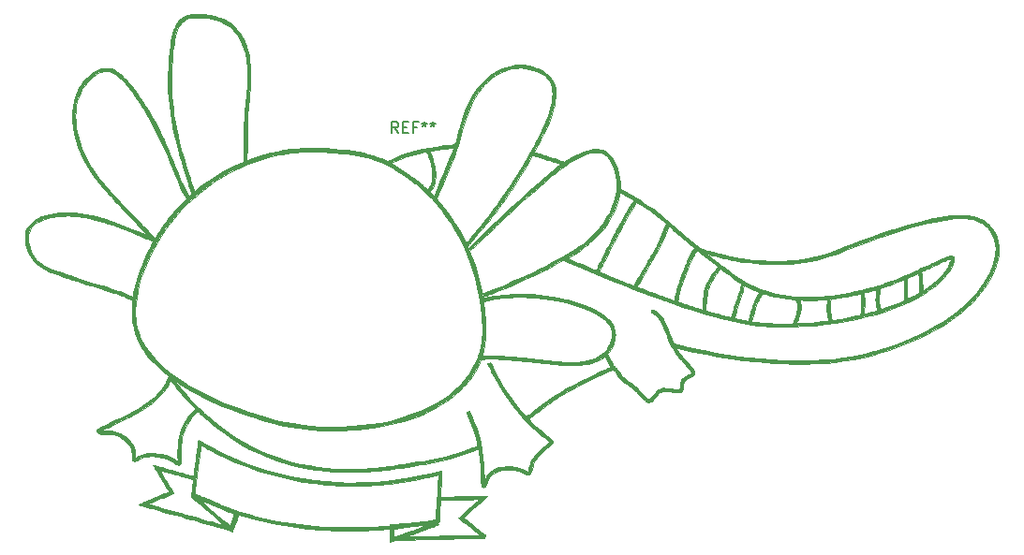
<source format=gbr>
%TF.GenerationSoftware,KiCad,Pcbnew,(6.0.5)*%
%TF.CreationDate,2022-06-01T22:30:39+02:00*%
%TF.ProjectId,axolotl,61786f6c-6f74-46c2-9e6b-696361645f70,rev?*%
%TF.SameCoordinates,Original*%
%TF.FileFunction,Legend,Top*%
%TF.FilePolarity,Positive*%
%FSLAX46Y46*%
G04 Gerber Fmt 4.6, Leading zero omitted, Abs format (unit mm)*
G04 Created by KiCad (PCBNEW (6.0.5)) date 2022-06-01 22:30:39*
%MOMM*%
%LPD*%
G01*
G04 APERTURE LIST*
%ADD10C,0.150000*%
%ADD11C,0.010000*%
G04 APERTURE END LIST*
D10*
%TO.C,REF\u002A\u002A*%
X107066666Y-46452380D02*
X106733333Y-45976190D01*
X106495238Y-46452380D02*
X106495238Y-45452380D01*
X106876190Y-45452380D01*
X106971428Y-45500000D01*
X107019047Y-45547619D01*
X107066666Y-45642857D01*
X107066666Y-45785714D01*
X107019047Y-45880952D01*
X106971428Y-45928571D01*
X106876190Y-45976190D01*
X106495238Y-45976190D01*
X107495238Y-45928571D02*
X107828571Y-45928571D01*
X107971428Y-46452380D02*
X107495238Y-46452380D01*
X107495238Y-45452380D01*
X107971428Y-45452380D01*
X108733333Y-45928571D02*
X108400000Y-45928571D01*
X108400000Y-46452380D02*
X108400000Y-45452380D01*
X108876190Y-45452380D01*
X109400000Y-45452380D02*
X109400000Y-45690476D01*
X109161904Y-45595238D02*
X109400000Y-45690476D01*
X109638095Y-45595238D01*
X109257142Y-45880952D02*
X109400000Y-45690476D01*
X109542857Y-45880952D01*
X110161904Y-45452380D02*
X110161904Y-45690476D01*
X109923809Y-45595238D02*
X110161904Y-45690476D01*
X110400000Y-45595238D01*
X110019047Y-45880952D02*
X110161904Y-45690476D01*
X110304761Y-45880952D01*
%TO.C,Ref\u002A\u002A*%
G36*
X148311280Y-60795193D02*
G01*
X148850021Y-60672056D01*
X149380955Y-60539900D01*
X149896469Y-60400377D01*
X150388953Y-60255143D01*
X150792859Y-60125396D01*
X151078073Y-60028129D01*
X151359795Y-59928478D01*
X151641585Y-59824952D01*
X151927000Y-59716062D01*
X152137799Y-59632674D01*
X152997590Y-59632674D01*
X152997618Y-59633781D01*
X153001711Y-59670514D01*
X153010928Y-59738496D01*
X153023794Y-59827162D01*
X153035189Y-59902450D01*
X153045348Y-59974789D01*
X153053034Y-60047336D01*
X153058389Y-60126233D01*
X153061555Y-60217619D01*
X153062672Y-60327636D01*
X153061883Y-60462425D01*
X153059329Y-60628125D01*
X153055849Y-60799066D01*
X153041307Y-61467149D01*
X153420445Y-61275091D01*
X153550854Y-61208454D01*
X153681589Y-61140626D01*
X153802920Y-61076730D01*
X153905116Y-61021887D01*
X153974208Y-60983638D01*
X154148833Y-60884243D01*
X154148445Y-60331997D01*
X154146488Y-60086657D01*
X154141023Y-59879074D01*
X154132109Y-59710663D01*
X154119801Y-59582840D01*
X154117785Y-59568083D01*
X154102448Y-59467063D01*
X154085609Y-59366145D01*
X154068880Y-59273878D01*
X154053873Y-59198813D01*
X154042200Y-59149499D01*
X154035954Y-59134194D01*
X154016476Y-59142415D01*
X153963351Y-59165580D01*
X153881627Y-59201469D01*
X153776354Y-59247860D01*
X153652581Y-59302530D01*
X153515357Y-59363258D01*
X153513833Y-59363934D01*
X153353833Y-59435317D01*
X153229013Y-59492342D01*
X153135515Y-59537025D01*
X153069482Y-59571384D01*
X153027055Y-59597433D01*
X153004377Y-59617191D01*
X152997590Y-59632674D01*
X152137799Y-59632674D01*
X152219599Y-59600316D01*
X152522941Y-59476226D01*
X152840585Y-59342299D01*
X153176089Y-59197047D01*
X153533012Y-59038979D01*
X153580007Y-59017767D01*
X154319802Y-59017767D01*
X154323855Y-59065968D01*
X154336903Y-59143261D01*
X154359465Y-59255309D01*
X154362920Y-59271750D01*
X154376711Y-59342968D01*
X154387748Y-59415617D01*
X154396462Y-59496157D01*
X154403286Y-59591051D01*
X154408652Y-59706759D01*
X154412994Y-59849742D01*
X154416743Y-60026461D01*
X154417926Y-60093394D01*
X154421135Y-60270694D01*
X154424240Y-60410007D01*
X154427565Y-60515674D01*
X154431433Y-60592039D01*
X154436167Y-60643446D01*
X154442093Y-60674237D01*
X154449532Y-60688755D01*
X154458809Y-60691344D01*
X154462412Y-60690289D01*
X154490738Y-60674544D01*
X154547502Y-60639268D01*
X154626103Y-60588692D01*
X154719943Y-60527048D01*
X154793627Y-60477925D01*
X155175381Y-60208968D01*
X155523543Y-59937040D01*
X155837136Y-59663285D01*
X156115186Y-59388844D01*
X156356716Y-59114861D01*
X156560751Y-58842478D01*
X156726316Y-58572838D01*
X156852435Y-58307083D01*
X156938132Y-58046356D01*
X156961863Y-57938481D01*
X156980415Y-57839180D01*
X156903416Y-57853523D01*
X156847094Y-57866839D01*
X156775497Y-57889036D01*
X156686292Y-57921122D01*
X156577146Y-57964107D01*
X156445727Y-58018999D01*
X156289702Y-58086807D01*
X156106740Y-58168542D01*
X155894508Y-58265211D01*
X155650673Y-58377824D01*
X155372904Y-58507391D01*
X155146215Y-58613800D01*
X154975539Y-58693887D01*
X154816624Y-58768063D01*
X154673580Y-58834440D01*
X154550514Y-58891129D01*
X154451536Y-58936242D01*
X154380755Y-58967889D01*
X154342278Y-58984181D01*
X154336590Y-58986000D01*
X154324220Y-58992998D01*
X154319802Y-59017767D01*
X153580007Y-59017767D01*
X153914913Y-58866604D01*
X154325350Y-58678433D01*
X154767882Y-58472975D01*
X155016667Y-58356557D01*
X155285494Y-58230657D01*
X155519564Y-58121513D01*
X155722305Y-58027605D01*
X155897143Y-57947409D01*
X156047505Y-57879404D01*
X156176818Y-57822068D01*
X156288510Y-57773880D01*
X156386008Y-57733316D01*
X156472738Y-57698856D01*
X156552127Y-57668978D01*
X156617321Y-57645725D01*
X156777908Y-57593835D01*
X156906802Y-57562123D01*
X157009423Y-57550395D01*
X157091190Y-57558462D01*
X157157522Y-57586132D01*
X157205873Y-57624979D01*
X157239513Y-57666843D01*
X157255835Y-57715517D01*
X157260321Y-57788004D01*
X157260333Y-57793862D01*
X157250139Y-57930587D01*
X157221739Y-58088720D01*
X157178411Y-58253190D01*
X157130460Y-58391385D01*
X156994911Y-58683385D01*
X156818388Y-58976556D01*
X156602196Y-59269937D01*
X156347641Y-59562567D01*
X156056027Y-59853485D01*
X155728660Y-60141730D01*
X155366846Y-60426340D01*
X154971889Y-60706355D01*
X154545096Y-60980813D01*
X154087770Y-61248753D01*
X153601219Y-61509214D01*
X153086747Y-61761234D01*
X152545658Y-62003854D01*
X151979260Y-62236110D01*
X151831083Y-62293505D01*
X151025383Y-62582780D01*
X150188494Y-62846021D01*
X149322914Y-63082830D01*
X148431142Y-63292806D01*
X147515679Y-63475552D01*
X146579023Y-63630668D01*
X145623674Y-63757755D01*
X144652131Y-63856415D01*
X143666893Y-63926248D01*
X142670459Y-63966855D01*
X141665330Y-63977838D01*
X141300667Y-63974446D01*
X140964396Y-63968182D01*
X140662253Y-63959367D01*
X140386075Y-63947286D01*
X140127696Y-63931228D01*
X139878952Y-63910478D01*
X139631677Y-63884325D01*
X139377708Y-63852055D01*
X139108879Y-63812955D01*
X138817026Y-63766313D01*
X138707750Y-63748044D01*
X138075751Y-63632476D01*
X137411006Y-63493558D01*
X137334631Y-63475788D01*
X138981396Y-63475788D01*
X138982927Y-63493261D01*
X139004146Y-63506740D01*
X139052036Y-63518542D01*
X139133579Y-63530986D01*
X139157015Y-63534077D01*
X139261921Y-63547703D01*
X139388480Y-63564176D01*
X139516369Y-63580850D01*
X139575583Y-63588581D01*
X139823458Y-63616832D01*
X140103727Y-63641601D01*
X140406559Y-63662439D01*
X140722123Y-63678897D01*
X141040588Y-63690527D01*
X141352124Y-63696878D01*
X141646900Y-63697503D01*
X141870222Y-63693397D01*
X141997804Y-63690184D01*
X142150793Y-63687198D01*
X142312259Y-63684723D01*
X142465277Y-63683043D01*
X142505222Y-63682748D01*
X142635037Y-63681386D01*
X142726383Y-63679004D01*
X142783117Y-63675266D01*
X142809099Y-63669836D01*
X142808185Y-63662377D01*
X142797594Y-63657280D01*
X142780179Y-63646338D01*
X143043203Y-63646338D01*
X143057364Y-63657501D01*
X143097389Y-63662548D01*
X143171259Y-63663749D01*
X143176944Y-63663748D01*
X143240592Y-63662361D01*
X143338155Y-63658524D01*
X143461311Y-63652647D01*
X143601739Y-63645137D01*
X143751117Y-63636406D01*
X143819500Y-63632157D01*
X144348979Y-63595113D01*
X144856702Y-63552126D01*
X145363037Y-63501449D01*
X145438750Y-63493228D01*
X145598003Y-63475499D01*
X145719901Y-63461151D01*
X145809213Y-63449388D01*
X145870711Y-63439418D01*
X145909165Y-63430446D01*
X145929348Y-63421680D01*
X145936029Y-63412324D01*
X145936167Y-63410481D01*
X145932118Y-63383642D01*
X145921209Y-63325096D01*
X145905294Y-63244562D01*
X145893060Y-63184622D01*
X145861225Y-63021335D01*
X145830208Y-62845611D01*
X145801896Y-62669469D01*
X145778176Y-62504928D01*
X145760934Y-62364008D01*
X145755590Y-62309167D01*
X145753201Y-62215980D01*
X145754660Y-62179234D01*
X146047452Y-62179234D01*
X146054582Y-62393548D01*
X146071843Y-62531417D01*
X146096022Y-62674771D01*
X146122664Y-62819709D01*
X146150441Y-62960244D01*
X146178024Y-63090390D01*
X146204085Y-63204161D01*
X146227295Y-63295571D01*
X146246325Y-63358634D01*
X146259846Y-63387364D01*
X146262079Y-63388486D01*
X146289450Y-63385321D01*
X146351756Y-63376617D01*
X146442112Y-63363383D01*
X146553629Y-63346630D01*
X146679419Y-63327366D01*
X146687583Y-63326104D01*
X147036234Y-63269559D01*
X147400009Y-63205725D01*
X147767839Y-63136755D01*
X148128654Y-63064802D01*
X148471386Y-62992017D01*
X148784965Y-62920553D01*
X148836000Y-62908348D01*
X148914377Y-62889117D01*
X148955184Y-62877269D01*
X148962045Y-62870442D01*
X148938588Y-62866272D01*
X148904695Y-62863570D01*
X148848584Y-62857013D01*
X148824788Y-62843862D01*
X148823290Y-62817496D01*
X148824654Y-62810653D01*
X148829366Y-62775991D01*
X148836680Y-62706302D01*
X148845922Y-62608763D01*
X148856416Y-62490555D01*
X148867487Y-62358856D01*
X148869589Y-62333042D01*
X148887331Y-62065995D01*
X148895893Y-61819934D01*
X148895379Y-61598902D01*
X148885892Y-61406942D01*
X148867536Y-61248097D01*
X148840414Y-61126409D01*
X148838542Y-61120478D01*
X148793162Y-60979539D01*
X148661122Y-61010926D01*
X148427963Y-61064065D01*
X148163858Y-61120317D01*
X147878322Y-61177920D01*
X147580875Y-61235109D01*
X147281032Y-61290120D01*
X146988311Y-61341189D01*
X146712228Y-61386552D01*
X146462301Y-61424445D01*
X146335648Y-61441966D01*
X146153046Y-61466132D01*
X146105412Y-61702441D01*
X146064247Y-61952514D01*
X146047452Y-62179234D01*
X145754660Y-62179234D01*
X145758021Y-62094661D01*
X145768727Y-61958543D01*
X145783994Y-61820958D01*
X145802501Y-61695239D01*
X145822923Y-61594718D01*
X145828595Y-61573625D01*
X145836780Y-61543771D01*
X145837354Y-61523097D01*
X145824569Y-61510716D01*
X145792676Y-61505742D01*
X145735928Y-61507287D01*
X145648576Y-61514464D01*
X145524873Y-61526387D01*
X145523417Y-61526528D01*
X145376437Y-61538361D01*
X145196002Y-61548930D01*
X144990978Y-61558017D01*
X144770230Y-61565402D01*
X144542623Y-61570864D01*
X144317022Y-61574185D01*
X144102294Y-61575145D01*
X143907304Y-61573524D01*
X143766583Y-61570053D01*
X143634272Y-61565581D01*
X143517220Y-61561853D01*
X143421688Y-61559047D01*
X143353935Y-61557346D01*
X143320224Y-61556930D01*
X143317647Y-61557098D01*
X143321577Y-61576851D01*
X143335897Y-61627354D01*
X143357867Y-61699112D01*
X143367015Y-61727991D01*
X143406653Y-61875094D01*
X143429173Y-62020245D01*
X143434201Y-62170692D01*
X143421368Y-62333682D01*
X143390303Y-62516462D01*
X143340634Y-62726282D01*
X143310186Y-62838333D01*
X143269713Y-62975998D01*
X143221558Y-63129553D01*
X143169817Y-63286739D01*
X143118581Y-63435300D01*
X143071943Y-63562978D01*
X143046921Y-63626792D01*
X143043203Y-63646338D01*
X142780179Y-63646338D01*
X142755317Y-63630718D01*
X142751731Y-63601323D01*
X142780608Y-63523045D01*
X142818243Y-63413240D01*
X142861748Y-63281081D01*
X142908232Y-63135739D01*
X142954807Y-62986388D01*
X142998582Y-62842198D01*
X143036669Y-62712343D01*
X143066178Y-62605995D01*
X143070637Y-62588969D01*
X143111300Y-62422318D01*
X143137480Y-62285127D01*
X143148838Y-62166958D01*
X143145040Y-62057371D01*
X143125747Y-61945927D01*
X143090623Y-61822187D01*
X143041346Y-61681181D01*
X142985533Y-61529446D01*
X142836308Y-61516020D01*
X142279881Y-61455730D01*
X141733426Y-61376352D01*
X141204529Y-61279273D01*
X140700774Y-61165883D01*
X140242470Y-61041366D01*
X140138790Y-61011795D01*
X140049820Y-60988859D01*
X139983244Y-60974356D01*
X139946742Y-60970077D01*
X139942524Y-60971296D01*
X139920995Y-61001824D01*
X139883921Y-61062704D01*
X139835315Y-61146745D01*
X139779193Y-61246757D01*
X139719568Y-61355547D01*
X139660455Y-61465926D01*
X139605870Y-61570702D01*
X139585582Y-61610667D01*
X139493545Y-61810770D01*
X139399300Y-62048436D01*
X139304390Y-62319057D01*
X139210358Y-62618029D01*
X139118747Y-62940746D01*
X139046646Y-63219333D01*
X139023055Y-63313845D01*
X139002461Y-63395277D01*
X138987452Y-63453457D01*
X138981396Y-63475788D01*
X137334631Y-63475788D01*
X136713389Y-63331247D01*
X136126602Y-63182066D01*
X137417681Y-63182066D01*
X137419472Y-63197071D01*
X137419850Y-63197466D01*
X137445262Y-63206322D01*
X137505828Y-63221798D01*
X137595118Y-63242568D01*
X137706705Y-63267307D01*
X137834160Y-63294689D01*
X137971055Y-63323388D01*
X138110962Y-63352080D01*
X138247453Y-63379439D01*
X138374099Y-63404139D01*
X138484473Y-63424855D01*
X138572146Y-63440261D01*
X138630690Y-63449032D01*
X138647082Y-63450517D01*
X138666177Y-63447534D01*
X138682474Y-63432836D01*
X138698542Y-63400140D01*
X138716954Y-63343163D01*
X138740281Y-63255621D01*
X138761177Y-63171708D01*
X138804010Y-63004014D01*
X138853938Y-62819403D01*
X138908292Y-62626902D01*
X138964405Y-62435535D01*
X139019609Y-62254326D01*
X139071238Y-62092300D01*
X139116623Y-61958481D01*
X139133587Y-61911774D01*
X139184114Y-61783881D01*
X139242643Y-61650652D01*
X139312010Y-61506484D01*
X139395051Y-61345776D01*
X139494603Y-61162925D01*
X139613501Y-60952331D01*
X139662412Y-60867213D01*
X139646789Y-60855040D01*
X139598647Y-60831009D01*
X139525020Y-60798355D01*
X139432940Y-60760313D01*
X139411139Y-60751634D01*
X139310943Y-60709858D01*
X139183724Y-60653544D01*
X139040080Y-60587572D01*
X138890609Y-60516819D01*
X138745908Y-60446162D01*
X138727030Y-60436754D01*
X138301810Y-60224250D01*
X138244583Y-60508774D01*
X138218242Y-60623923D01*
X138179245Y-60769773D01*
X138127045Y-60948145D01*
X138061093Y-61160862D01*
X137980843Y-61409743D01*
X137904286Y-61641190D01*
X137804511Y-61940671D01*
X137717843Y-62202224D01*
X137643627Y-62427957D01*
X137581207Y-62619977D01*
X137529928Y-62780388D01*
X137489132Y-62911299D01*
X137458166Y-63014816D01*
X137436372Y-63093045D01*
X137423096Y-63148093D01*
X137417681Y-63182066D01*
X136126602Y-63182066D01*
X135982773Y-63145500D01*
X135219031Y-62936274D01*
X134422036Y-62703525D01*
X133640178Y-62462185D01*
X134686083Y-62462185D01*
X134687449Y-62469195D01*
X134727926Y-62486351D01*
X134805676Y-62513059D01*
X134918860Y-62548728D01*
X135065641Y-62592765D01*
X135244180Y-62644576D01*
X135310500Y-62663491D01*
X135493527Y-62714986D01*
X135685076Y-62767974D01*
X135880721Y-62821305D01*
X136076037Y-62873832D01*
X136266597Y-62924405D01*
X136447975Y-62971878D01*
X136615746Y-63015101D01*
X136765483Y-63052926D01*
X136892761Y-63084204D01*
X136993154Y-63107788D01*
X137062236Y-63122529D01*
X137095581Y-63127278D01*
X137097171Y-63127073D01*
X137108506Y-63106232D01*
X137130168Y-63050426D01*
X137160240Y-62965214D01*
X137196800Y-62856154D01*
X137237931Y-62728805D01*
X137270343Y-62625540D01*
X137324713Y-62452826D01*
X137386292Y-62261516D01*
X137450414Y-62065821D01*
X137512417Y-61879956D01*
X137567637Y-61718134D01*
X137575562Y-61695333D01*
X137626584Y-61548912D01*
X137678852Y-61398749D01*
X137728640Y-61255561D01*
X137772222Y-61130065D01*
X137805870Y-61032978D01*
X137807983Y-61026870D01*
X137862210Y-60855195D01*
X137915643Y-60659462D01*
X137963794Y-60457783D01*
X138002175Y-60268274D01*
X138015323Y-60190106D01*
X138033682Y-60071296D01*
X137651049Y-59816753D01*
X137533204Y-59736490D01*
X137390439Y-59636244D01*
X137231181Y-59522114D01*
X137063855Y-59400197D01*
X136896888Y-59276590D01*
X136738706Y-59157393D01*
X136715543Y-59139724D01*
X136162669Y-58717240D01*
X136025314Y-58888661D01*
X135776920Y-59211219D01*
X135562474Y-59516374D01*
X135382494Y-59803254D01*
X135237499Y-60070990D01*
X135128007Y-60318710D01*
X135067426Y-60498022D01*
X135004712Y-60750932D01*
X134950912Y-61037837D01*
X134907066Y-61351134D01*
X134874218Y-61683223D01*
X134853410Y-62026503D01*
X134851646Y-62071468D01*
X134846880Y-62206032D01*
X134842268Y-62304275D01*
X134835299Y-62372127D01*
X134823459Y-62415518D01*
X134804238Y-62440375D01*
X134775121Y-62452629D01*
X134733597Y-62458208D01*
X134686083Y-62462185D01*
X133640178Y-62462185D01*
X133591660Y-62447209D01*
X132727777Y-62167284D01*
X131830259Y-61863707D01*
X131205335Y-61644093D01*
X132111036Y-61644093D01*
X132132864Y-61656360D01*
X132189195Y-61679328D01*
X132262500Y-61707146D01*
X132325144Y-61729559D01*
X132419222Y-61761821D01*
X132540201Y-61802472D01*
X132683547Y-61850050D01*
X132844727Y-61903095D01*
X133019208Y-61960145D01*
X133202457Y-62019740D01*
X133389940Y-62080418D01*
X133577124Y-62140718D01*
X133759477Y-62199180D01*
X133932464Y-62254342D01*
X134091552Y-62304743D01*
X134232208Y-62348923D01*
X134349900Y-62385420D01*
X134440093Y-62412773D01*
X134498254Y-62429521D01*
X134518713Y-62434306D01*
X134529180Y-62414164D01*
X134538617Y-62351925D01*
X134547032Y-62247518D01*
X134554432Y-62100875D01*
X134555903Y-62063493D01*
X134582304Y-61615554D01*
X134626347Y-61205326D01*
X134688157Y-60831981D01*
X134767857Y-60494693D01*
X134814216Y-60340050D01*
X134915618Y-60074705D01*
X135053511Y-59792036D01*
X135226720Y-59494042D01*
X135434068Y-59182723D01*
X135674381Y-58860078D01*
X135714038Y-58809770D01*
X135784989Y-58718096D01*
X135843838Y-58637579D01*
X135886599Y-58574050D01*
X135909284Y-58533339D01*
X135911086Y-58521541D01*
X135888427Y-58503194D01*
X135838710Y-58464140D01*
X135768451Y-58409460D01*
X135684163Y-58344235D01*
X135649167Y-58317246D01*
X135575761Y-58260137D01*
X135474944Y-58180890D01*
X135352275Y-58083916D01*
X135213314Y-57973628D01*
X135063620Y-57854439D01*
X134908755Y-57730760D01*
X134762939Y-57613954D01*
X134577156Y-57465647D01*
X134421440Y-57343106D01*
X134293557Y-57244737D01*
X134191270Y-57168946D01*
X134112341Y-57114141D01*
X134054535Y-57078727D01*
X134015615Y-57061112D01*
X133993344Y-57059702D01*
X133989126Y-57062678D01*
X133968014Y-57094448D01*
X133931476Y-57157905D01*
X133882818Y-57246771D01*
X133825345Y-57354767D01*
X133762362Y-57475615D01*
X133697173Y-57603038D01*
X133633084Y-57730758D01*
X133574143Y-57850957D01*
X133288519Y-58477312D01*
X133022031Y-59133724D01*
X132777951Y-59811000D01*
X132559550Y-60499951D01*
X132370100Y-61191383D01*
X132335244Y-61332148D01*
X132256317Y-61656879D01*
X132158867Y-61644377D01*
X132120706Y-61640705D01*
X132111036Y-61644093D01*
X131205335Y-61644093D01*
X131130294Y-61617722D01*
X132015555Y-61617722D01*
X132018461Y-61630306D01*
X132029667Y-61631833D01*
X132047089Y-61624089D01*
X132043778Y-61617722D01*
X132018658Y-61615189D01*
X132015555Y-61617722D01*
X131130294Y-61617722D01*
X130898980Y-61536433D01*
X129933813Y-61185420D01*
X128934631Y-60810624D01*
X127901305Y-60412002D01*
X127810047Y-60375887D01*
X128607665Y-60375887D01*
X128629988Y-60386048D01*
X128687988Y-60409264D01*
X128777596Y-60444018D01*
X128894744Y-60488793D01*
X129035362Y-60542073D01*
X129195381Y-60602340D01*
X129370732Y-60668078D01*
X129557346Y-60737770D01*
X129751154Y-60809899D01*
X129948087Y-60882948D01*
X130144076Y-60955400D01*
X130335052Y-61025739D01*
X130516946Y-61092448D01*
X130685688Y-61154009D01*
X130837210Y-61208907D01*
X130967443Y-61255623D01*
X130971333Y-61257008D01*
X131135401Y-61315440D01*
X131295490Y-61372478D01*
X131444814Y-61425704D01*
X131576586Y-61472696D01*
X131684018Y-61511036D01*
X131760324Y-61538302D01*
X131775667Y-61543795D01*
X131856577Y-61572446D01*
X131921588Y-61594842D01*
X131961011Y-61607674D01*
X131967925Y-61609457D01*
X131977026Y-61590618D01*
X131992220Y-61538629D01*
X132011256Y-61461845D01*
X132028547Y-61384405D01*
X132102644Y-61066407D01*
X132194850Y-60719156D01*
X132302597Y-60350338D01*
X132423319Y-59967639D01*
X132554448Y-59578748D01*
X132693418Y-59191351D01*
X132837660Y-58813134D01*
X132984609Y-58451785D01*
X133087521Y-58213417D01*
X133157097Y-58060168D01*
X133237512Y-57889099D01*
X133324527Y-57708746D01*
X133413898Y-57527646D01*
X133501383Y-57354335D01*
X133582742Y-57197352D01*
X133653732Y-57065233D01*
X133690519Y-56999826D01*
X133732205Y-56922846D01*
X133761510Y-56859381D01*
X133774673Y-56818150D01*
X133773348Y-56807787D01*
X133753849Y-56791326D01*
X133705126Y-56750385D01*
X133630406Y-56687670D01*
X133532914Y-56605887D01*
X133415878Y-56507741D01*
X133282523Y-56395939D01*
X133136077Y-56273186D01*
X132979764Y-56142190D01*
X132971583Y-56135334D01*
X132799693Y-55991142D01*
X132625031Y-55844339D01*
X132452893Y-55699393D01*
X132288573Y-55560774D01*
X132137366Y-55432953D01*
X132004567Y-55320398D01*
X131895471Y-55227579D01*
X131839167Y-55179424D01*
X131736420Y-55091704D01*
X131644570Y-55014114D01*
X131568413Y-54950638D01*
X131512744Y-54905260D01*
X131482360Y-54881964D01*
X131478339Y-54879720D01*
X131467272Y-54898395D01*
X131443205Y-54950489D01*
X131408711Y-55030054D01*
X131366358Y-55131144D01*
X131318718Y-55247811D01*
X131311407Y-55265958D01*
X131149459Y-55663051D01*
X130996629Y-56026381D01*
X130853464Y-56354736D01*
X130720510Y-56646902D01*
X130598315Y-56901667D01*
X130487425Y-57117816D01*
X130427461Y-57226851D01*
X130394437Y-57284535D01*
X130342036Y-57375363D01*
X130272240Y-57495926D01*
X130187028Y-57642818D01*
X130088381Y-57812632D01*
X129978281Y-58001959D01*
X129858707Y-58207392D01*
X129731641Y-58425524D01*
X129599062Y-58652948D01*
X129462953Y-58886255D01*
X129443397Y-58919761D01*
X129311302Y-59146377D01*
X129185767Y-59362322D01*
X129068381Y-59564825D01*
X128960734Y-59751119D01*
X128864415Y-59918432D01*
X128781014Y-60063995D01*
X128712121Y-60185040D01*
X128659325Y-60278797D01*
X128624215Y-60342495D01*
X128608381Y-60373367D01*
X128607665Y-60375887D01*
X127810047Y-60375887D01*
X126833711Y-59989510D01*
X125731720Y-59543106D01*
X124595205Y-59072746D01*
X123424040Y-58578386D01*
X122922551Y-58363915D01*
X121954018Y-57948158D01*
X121557301Y-58168509D01*
X121009350Y-58465629D01*
X120424830Y-58768884D01*
X119808657Y-59075975D01*
X119165747Y-59384601D01*
X118501016Y-59692461D01*
X117819379Y-59997256D01*
X117125751Y-60296684D01*
X116425049Y-60588446D01*
X116133500Y-60706669D01*
X115962576Y-60775094D01*
X115787411Y-60844611D01*
X115612595Y-60913451D01*
X115442718Y-60979846D01*
X115282372Y-61042027D01*
X115136145Y-61098225D01*
X115008630Y-61146673D01*
X114904415Y-61185600D01*
X114828092Y-61213240D01*
X114784250Y-61227823D01*
X114776022Y-61229667D01*
X114763351Y-61211671D01*
X114742605Y-61166250D01*
X114718636Y-61106253D01*
X114696293Y-61044526D01*
X114680429Y-60993919D01*
X114675895Y-60967279D01*
X114676516Y-60966124D01*
X114697789Y-60957008D01*
X114751666Y-60935928D01*
X114831047Y-60905608D01*
X114928834Y-60868773D01*
X114979917Y-60849692D01*
X115568277Y-60625231D01*
X116172843Y-60384495D01*
X116788253Y-60129957D01*
X117409142Y-59864093D01*
X118030147Y-59589377D01*
X118645905Y-59308284D01*
X119251051Y-59023289D01*
X119840222Y-58736866D01*
X120408055Y-58451490D01*
X120949185Y-58169635D01*
X121458250Y-57893777D01*
X121614176Y-57806051D01*
X122352047Y-57806051D01*
X122740565Y-57974001D01*
X122886224Y-58036749D01*
X123049074Y-58106525D01*
X123225080Y-58181629D01*
X123410204Y-58260362D01*
X123600409Y-58341026D01*
X123791660Y-58421922D01*
X123979919Y-58501351D01*
X124161149Y-58577613D01*
X124331314Y-58649011D01*
X124486377Y-58713844D01*
X124622301Y-58770415D01*
X124735049Y-58817025D01*
X124820585Y-58851973D01*
X124874872Y-58873562D01*
X124893699Y-58880167D01*
X124906108Y-58861801D01*
X124935905Y-58808839D01*
X124981420Y-58724483D01*
X125040977Y-58611934D01*
X125112904Y-58474396D01*
X125195529Y-58315070D01*
X125287177Y-58137157D01*
X125386176Y-57943861D01*
X125490852Y-57738384D01*
X125510283Y-57700125D01*
X125696267Y-57334255D01*
X125878418Y-56976917D01*
X126055361Y-56630772D01*
X126225720Y-56298480D01*
X126388119Y-55982701D01*
X126541185Y-55686095D01*
X126683540Y-55411322D01*
X126813809Y-55161043D01*
X126930618Y-54937918D01*
X127032590Y-54744606D01*
X127118351Y-54583769D01*
X127186524Y-54458066D01*
X127187476Y-54456333D01*
X127273633Y-54300861D01*
X127367680Y-54133400D01*
X127467414Y-53957694D01*
X127570629Y-53777487D01*
X127675119Y-53596525D01*
X127778679Y-53418550D01*
X127879104Y-53247308D01*
X127974189Y-53086543D01*
X128061729Y-52939998D01*
X128139517Y-52811419D01*
X128205350Y-52704549D01*
X128257021Y-52623133D01*
X128292325Y-52570914D01*
X128309058Y-52551638D01*
X128309307Y-52551606D01*
X128337435Y-52562056D01*
X128385503Y-52588693D01*
X128441431Y-52623702D01*
X128493138Y-52659269D01*
X128528546Y-52687580D01*
X128537167Y-52699000D01*
X128526831Y-52721860D01*
X128498139Y-52774849D01*
X128454562Y-52851826D01*
X128399570Y-52946648D01*
X128343799Y-53041143D01*
X128208569Y-53270314D01*
X128059512Y-53526087D01*
X127902769Y-53797735D01*
X127744480Y-54074533D01*
X127590786Y-54345754D01*
X127447828Y-54600671D01*
X127351831Y-54773833D01*
X127314370Y-54843167D01*
X127259358Y-54946909D01*
X127188493Y-55081762D01*
X127103474Y-55244430D01*
X127006001Y-55431619D01*
X126897772Y-55640032D01*
X126780488Y-55866373D01*
X126655846Y-56107346D01*
X126525545Y-56359656D01*
X126391285Y-56620007D01*
X126254765Y-56885103D01*
X126117684Y-57151648D01*
X125981741Y-57416346D01*
X125848635Y-57675902D01*
X125720064Y-57927020D01*
X125597729Y-58166404D01*
X125483327Y-58390758D01*
X125378559Y-58596787D01*
X125285123Y-58781193D01*
X125244484Y-58861683D01*
X125173762Y-59001949D01*
X125569589Y-59166691D01*
X125731303Y-59233609D01*
X125911140Y-59307347D01*
X126105455Y-59386460D01*
X126310601Y-59469503D01*
X126522933Y-59555032D01*
X126738804Y-59641601D01*
X126954567Y-59727766D01*
X127166577Y-59812082D01*
X127371187Y-59893105D01*
X127564752Y-59969389D01*
X127743624Y-60039491D01*
X127904158Y-60101965D01*
X128042707Y-60155366D01*
X128155625Y-60198251D01*
X128239267Y-60229173D01*
X128289985Y-60246689D01*
X128304124Y-60250180D01*
X128320111Y-60231433D01*
X128355395Y-60179190D01*
X128408062Y-60096587D01*
X128476200Y-59986765D01*
X128557895Y-59852862D01*
X128651233Y-59698017D01*
X128754302Y-59525369D01*
X128865188Y-59338056D01*
X128981978Y-59139218D01*
X128997457Y-59112750D01*
X129200091Y-58766085D01*
X129382910Y-58453085D01*
X129547416Y-58170840D01*
X129695113Y-57916441D01*
X129827504Y-57686980D01*
X129946092Y-57479547D01*
X130052382Y-57291233D01*
X130147875Y-57119130D01*
X130234076Y-56960328D01*
X130312488Y-56811919D01*
X130384614Y-56670994D01*
X130451958Y-56534643D01*
X130516023Y-56399958D01*
X130578311Y-56264029D01*
X130640328Y-56123948D01*
X130703575Y-55976806D01*
X130769556Y-55819694D01*
X130839776Y-55649702D01*
X130915736Y-55463923D01*
X130998940Y-55259446D01*
X131036237Y-55167711D01*
X131241866Y-54662005D01*
X130902956Y-54363377D01*
X130723803Y-54206780D01*
X130566159Y-54072191D01*
X130420914Y-53952386D01*
X130278958Y-53840140D01*
X130131180Y-53728226D01*
X129968471Y-53609421D01*
X129808966Y-53495743D01*
X129431619Y-53235177D01*
X129021245Y-52963403D01*
X128584291Y-52684506D01*
X128127202Y-52402576D01*
X127656425Y-52121699D01*
X127479794Y-52018707D01*
X127046839Y-51767840D01*
X127009754Y-51988087D01*
X126907545Y-52474578D01*
X126765963Y-52960415D01*
X126587561Y-53440300D01*
X126374890Y-53908936D01*
X126130503Y-54361023D01*
X125856952Y-54791264D01*
X125556790Y-55194360D01*
X125345588Y-55442690D01*
X125268573Y-55524355D01*
X125164615Y-55628476D01*
X125039043Y-55750113D01*
X124897186Y-55884327D01*
X124744375Y-56026178D01*
X124585940Y-56170727D01*
X124427209Y-56313033D01*
X124273514Y-56448158D01*
X124130184Y-56571162D01*
X124105602Y-56591882D01*
X123841099Y-56805240D01*
X123548051Y-57025788D01*
X123237500Y-57245717D01*
X122920490Y-57457220D01*
X122608063Y-57652488D01*
X122592398Y-57661901D01*
X122352047Y-57806051D01*
X121614176Y-57806051D01*
X121785000Y-57709944D01*
X122221290Y-57455088D01*
X122631884Y-57204546D01*
X123014758Y-56959721D01*
X123367885Y-56722016D01*
X123689239Y-56492834D01*
X123976793Y-56273577D01*
X124228522Y-56065650D01*
X124442400Y-55870454D01*
X124444439Y-55868475D01*
X124864615Y-55436018D01*
X125243881Y-54994092D01*
X125582750Y-54541952D01*
X125881736Y-54078856D01*
X126141353Y-53604060D01*
X126362115Y-53116819D01*
X126385282Y-53059333D01*
X126498668Y-52744547D01*
X126595626Y-52414436D01*
X126674816Y-52076880D01*
X126734899Y-51739760D01*
X126774536Y-51410956D01*
X126792386Y-51098350D01*
X126787112Y-50809822D01*
X126780994Y-50731000D01*
X126724924Y-50324114D01*
X126633137Y-49935904D01*
X126503802Y-49559670D01*
X126389216Y-49298319D01*
X126261275Y-49049640D01*
X126132698Y-48839868D01*
X126000589Y-48665638D01*
X125862055Y-48523586D01*
X125714199Y-48410344D01*
X125554126Y-48322549D01*
X125547089Y-48319366D01*
X125423929Y-48269244D01*
X125308112Y-48234963D01*
X125186599Y-48214102D01*
X125046350Y-48204246D01*
X124917667Y-48202631D01*
X124673371Y-48216364D01*
X124421225Y-48256504D01*
X124156238Y-48324343D01*
X123873419Y-48421173D01*
X123567777Y-48548285D01*
X123548556Y-48556924D01*
X123400500Y-48627305D01*
X123234707Y-48712202D01*
X123058017Y-48807592D01*
X122877271Y-48909453D01*
X122699310Y-49013761D01*
X122530976Y-49116493D01*
X122379109Y-49213627D01*
X122250550Y-49301139D01*
X122152140Y-49375006D01*
X122138937Y-49385887D01*
X122090739Y-49424226D01*
X122016331Y-49480873D01*
X121924017Y-49549618D01*
X121822098Y-49624253D01*
X121763833Y-49666373D01*
X121524255Y-49843481D01*
X121256663Y-50050201D01*
X120962255Y-50285507D01*
X120642230Y-50548371D01*
X120297785Y-50837766D01*
X119930118Y-51152665D01*
X119540428Y-51492040D01*
X119129911Y-51854865D01*
X118699767Y-52240111D01*
X118251193Y-52646751D01*
X117785386Y-53073760D01*
X117721000Y-53133139D01*
X117455390Y-53379129D01*
X117167340Y-53647475D01*
X116861635Y-53933638D01*
X116543056Y-54233081D01*
X116216386Y-54541267D01*
X115886408Y-54853659D01*
X115557904Y-55165719D01*
X115235658Y-55472910D01*
X114924452Y-55770696D01*
X114629069Y-56054537D01*
X114354292Y-56319898D01*
X114104903Y-56562240D01*
X114053142Y-56612775D01*
X113590089Y-57065300D01*
X113496545Y-56973493D01*
X113447324Y-56921854D01*
X113413464Y-56879955D01*
X113403067Y-56859634D01*
X113417865Y-56840959D01*
X113460269Y-56795916D01*
X113527329Y-56727441D01*
X113616098Y-56638467D01*
X113723628Y-56531932D01*
X113846972Y-56410768D01*
X113983180Y-56277912D01*
X114129305Y-56136299D01*
X114138608Y-56127313D01*
X114720089Y-55567448D01*
X115286443Y-55025532D01*
X115836589Y-54502559D01*
X116369443Y-53999522D01*
X116883924Y-53517416D01*
X117378947Y-53057233D01*
X117853431Y-52619968D01*
X118306293Y-52206613D01*
X118736450Y-51818164D01*
X119142820Y-51455612D01*
X119524319Y-51119952D01*
X119879865Y-50812178D01*
X120208376Y-50533283D01*
X120477958Y-50309485D01*
X120547293Y-50250182D01*
X120602125Y-50198624D01*
X120635352Y-50161760D01*
X120642000Y-50149004D01*
X120659062Y-50123869D01*
X120709122Y-50075831D01*
X120790492Y-50006256D01*
X120901483Y-49916507D01*
X121040406Y-49807951D01*
X121205573Y-49681952D01*
X121395295Y-49539875D01*
X121397948Y-49537904D01*
X121741146Y-49282970D01*
X121673114Y-49253948D01*
X121617118Y-49232252D01*
X121526144Y-49199661D01*
X121405609Y-49157951D01*
X121260928Y-49108895D01*
X121097518Y-49054269D01*
X120920794Y-48995847D01*
X120736173Y-48935404D01*
X120549071Y-48874715D01*
X120364902Y-48815554D01*
X120189084Y-48759696D01*
X120027032Y-48708915D01*
X119884162Y-48664987D01*
X119785997Y-48635582D01*
X119646964Y-48594475D01*
X119522059Y-48557257D01*
X119416809Y-48525599D01*
X119336737Y-48501171D01*
X119287368Y-48485642D01*
X119273698Y-48480754D01*
X119275471Y-48458502D01*
X119287180Y-48409975D01*
X119304734Y-48348840D01*
X119324044Y-48288763D01*
X119341018Y-48243412D01*
X119349467Y-48227584D01*
X119374433Y-48228095D01*
X119435557Y-48240961D01*
X119528903Y-48264945D01*
X119650537Y-48298809D01*
X119796524Y-48341313D01*
X119962930Y-48391220D01*
X120145821Y-48447292D01*
X120341261Y-48508290D01*
X120545317Y-48572976D01*
X120754054Y-48640112D01*
X120963537Y-48708459D01*
X121169832Y-48776780D01*
X121369005Y-48843836D01*
X121557120Y-48908388D01*
X121730244Y-48969200D01*
X121884442Y-49025031D01*
X121890833Y-49027392D01*
X122049583Y-49086088D01*
X122293000Y-48927556D01*
X122696145Y-48677850D01*
X123086344Y-48462082D01*
X123462156Y-48280888D01*
X123822141Y-48134905D01*
X124164858Y-48024767D01*
X124488866Y-47951113D01*
X124513626Y-47946867D01*
X124649350Y-47928341D01*
X124786775Y-47919126D01*
X124942322Y-47918367D01*
X125020101Y-47920470D01*
X125146982Y-47925951D01*
X125244228Y-47933676D01*
X125324541Y-47945626D01*
X125400618Y-47963779D01*
X125485159Y-47990114D01*
X125500787Y-47995377D01*
X125698554Y-48074335D01*
X125875386Y-48171771D01*
X126035991Y-48292013D01*
X126185079Y-48439390D01*
X126327358Y-48618229D01*
X126467539Y-48832858D01*
X126531273Y-48942417D01*
X126717504Y-49315202D01*
X126864880Y-49704164D01*
X126973484Y-50109639D01*
X127043401Y-50531965D01*
X127074718Y-50971478D01*
X127076590Y-51101417D01*
X127077341Y-51461250D01*
X127304545Y-51586296D01*
X127535001Y-51715954D01*
X127792537Y-51865801D01*
X128069876Y-52031296D01*
X128359740Y-52207894D01*
X128654851Y-52391055D01*
X128947933Y-52576235D01*
X129231707Y-52758892D01*
X129498897Y-52934484D01*
X129742224Y-53098467D01*
X129881250Y-53194652D01*
X130053997Y-53316457D01*
X130206095Y-53425829D01*
X130344292Y-53528116D01*
X130475341Y-53628669D01*
X130605991Y-53732836D01*
X130742993Y-53845968D01*
X130893098Y-53973414D01*
X131063055Y-54120522D01*
X131192916Y-54234083D01*
X131482776Y-54487389D01*
X131772475Y-54738669D01*
X132067356Y-54992483D01*
X132372759Y-55253391D01*
X132694029Y-55525953D01*
X133036505Y-55814729D01*
X133405530Y-56124278D01*
X133494185Y-56198442D01*
X134270787Y-56847807D01*
X134584268Y-56955053D01*
X135020954Y-57096621D01*
X135490277Y-57234339D01*
X135982571Y-57365864D01*
X136488168Y-57488851D01*
X136997399Y-57600955D01*
X137500597Y-57699834D01*
X137988092Y-57783141D01*
X138019833Y-57788090D01*
X138552908Y-57865263D01*
X139058045Y-57926670D01*
X139546272Y-57973089D01*
X140028617Y-58005298D01*
X140516109Y-58024076D01*
X141019776Y-58030201D01*
X141406500Y-58027090D01*
X141740584Y-58020302D01*
X142041455Y-58010594D01*
X142318177Y-57997285D01*
X142579811Y-57979693D01*
X142835418Y-57957137D01*
X143094062Y-57928936D01*
X143364804Y-57894408D01*
X143586667Y-57863162D01*
X143987663Y-57800345D01*
X144370722Y-57730713D01*
X144742228Y-57652465D01*
X145108565Y-57563801D01*
X145476119Y-57462919D01*
X145851274Y-57348019D01*
X146240416Y-57217301D01*
X146649928Y-57068963D01*
X147086195Y-56901206D01*
X147301417Y-56815494D01*
X148189530Y-56463364D01*
X149043885Y-56134929D01*
X149865583Y-55829859D01*
X150655724Y-55547826D01*
X151415407Y-55288502D01*
X152145732Y-55051558D01*
X152847799Y-54836667D01*
X153522709Y-54643498D01*
X154171560Y-54471725D01*
X154795452Y-54321018D01*
X155395487Y-54191049D01*
X155972763Y-54081490D01*
X156528381Y-53992013D01*
X156942833Y-53936508D01*
X157074595Y-53923363D01*
X157234306Y-53912035D01*
X157413982Y-53902688D01*
X157605638Y-53895482D01*
X157801288Y-53890580D01*
X157992946Y-53888143D01*
X158172629Y-53888333D01*
X158332351Y-53891312D01*
X158464127Y-53897243D01*
X158542898Y-53904082D01*
X158919233Y-53967281D01*
X159276431Y-54065360D01*
X159612339Y-54197331D01*
X159924804Y-54362203D01*
X160211673Y-54558985D01*
X160470792Y-54786689D01*
X160478333Y-54794205D01*
X160705925Y-55051159D01*
X160897979Y-55330519D01*
X161054300Y-55631390D01*
X161174694Y-55952880D01*
X161258969Y-56294097D01*
X161306931Y-56654147D01*
X161318386Y-57032137D01*
X161293141Y-57427175D01*
X161231002Y-57838367D01*
X161184889Y-58054667D01*
X161072352Y-58455914D01*
X160920793Y-58866134D01*
X160731906Y-59282712D01*
X160507385Y-59703035D01*
X160248925Y-60124487D01*
X159958219Y-60544456D01*
X159636963Y-60960327D01*
X159286851Y-61369486D01*
X158909578Y-61769320D01*
X158553657Y-62113980D01*
X158002571Y-62598642D01*
X157413975Y-63064349D01*
X156788329Y-63510869D01*
X156126091Y-63937969D01*
X155427721Y-64345415D01*
X154693678Y-64732976D01*
X153924422Y-65100417D01*
X153120411Y-65447506D01*
X152282104Y-65774010D01*
X151409962Y-66079695D01*
X150504442Y-66364329D01*
X149763242Y-66574842D01*
X148999843Y-66764023D01*
X148204621Y-66926269D01*
X147378463Y-67061518D01*
X146522253Y-67169711D01*
X145636879Y-67250785D01*
X144723226Y-67304681D01*
X143782180Y-67331337D01*
X142814627Y-67330693D01*
X141821453Y-67302687D01*
X140803544Y-67247259D01*
X140401083Y-67218275D01*
X139313029Y-67120662D01*
X138204411Y-66993970D01*
X137084010Y-66839636D01*
X135960602Y-66659098D01*
X134842968Y-66453791D01*
X133739886Y-66225153D01*
X132660133Y-65974621D01*
X132385446Y-65906362D01*
X132288624Y-65882217D01*
X132207326Y-65862424D01*
X132150017Y-65849010D01*
X132125160Y-65844001D01*
X132125090Y-65844000D01*
X132129177Y-65859978D01*
X132155005Y-65904309D01*
X132198769Y-65971587D01*
X132256667Y-66056405D01*
X132324894Y-66153359D01*
X132399649Y-66257042D01*
X132477126Y-66362048D01*
X132553524Y-66462972D01*
X132623980Y-66553083D01*
X132708788Y-66657067D01*
X132812252Y-66780424D01*
X132924344Y-66911392D01*
X133035033Y-67038214D01*
X133100230Y-67111465D01*
X133266000Y-67297066D01*
X133404814Y-67455362D01*
X133519007Y-67589609D01*
X133610916Y-67703064D01*
X133682876Y-67798985D01*
X133737223Y-67880629D01*
X133776294Y-67951252D01*
X133802423Y-68014112D01*
X133817947Y-68072467D01*
X133824596Y-68121522D01*
X133826999Y-68197481D01*
X133815475Y-68253322D01*
X133785084Y-68310295D01*
X133778306Y-68320686D01*
X133746402Y-68361909D01*
X133705281Y-68398426D01*
X133646574Y-68435888D01*
X133561915Y-68479946D01*
X133495205Y-68511886D01*
X133358937Y-68576311D01*
X133254678Y-68626786D01*
X133175930Y-68666947D01*
X133116192Y-68700429D01*
X133068966Y-68730866D01*
X133027753Y-68761894D01*
X132987587Y-68795807D01*
X132927574Y-68852936D01*
X132884311Y-68908978D01*
X132855048Y-68972473D01*
X132837034Y-69051960D01*
X132827518Y-69155978D01*
X132823749Y-69293067D01*
X132823623Y-69304750D01*
X132821296Y-69426671D01*
X132816344Y-69515964D01*
X132807557Y-69582312D01*
X132793724Y-69635397D01*
X132777031Y-69677462D01*
X132730678Y-69758905D01*
X132670281Y-69823543D01*
X132592479Y-69871893D01*
X132493912Y-69904475D01*
X132371218Y-69921807D01*
X132221038Y-69924405D01*
X132040010Y-69912789D01*
X131824774Y-69887477D01*
X131616917Y-69856304D01*
X131482616Y-69836665D01*
X131344429Y-69819843D01*
X131215862Y-69807266D01*
X131110422Y-69800362D01*
X131079931Y-69799531D01*
X130881612Y-69797249D01*
X130762431Y-69881271D01*
X130700163Y-69932871D01*
X130618927Y-70011870D01*
X130525065Y-70111734D01*
X130424921Y-70225930D01*
X130405584Y-70248855D01*
X130319533Y-70349859D01*
X130234527Y-70446679D01*
X130157612Y-70531499D01*
X130095833Y-70596500D01*
X130066918Y-70624616D01*
X129943018Y-70719826D01*
X129815636Y-70784887D01*
X129693104Y-70815878D01*
X129656125Y-70817960D01*
X129599566Y-70814838D01*
X129545377Y-70803251D01*
X129489761Y-70780243D01*
X129428923Y-70742857D01*
X129359066Y-70688134D01*
X129276394Y-70613119D01*
X129177112Y-70514853D01*
X129057423Y-70390380D01*
X128922758Y-70246667D01*
X128723554Y-70035485D01*
X128547873Y-69855817D01*
X128393479Y-69705580D01*
X128258136Y-69582693D01*
X128139609Y-69485074D01*
X128035659Y-69410644D01*
X128001511Y-69389205D01*
X127751952Y-69232254D01*
X127536903Y-69081472D01*
X127350255Y-68931108D01*
X127185899Y-68775409D01*
X127037725Y-68608623D01*
X126899624Y-68424998D01*
X126775174Y-68234556D01*
X126718235Y-68151038D01*
X126651196Y-68066220D01*
X126580778Y-67987157D01*
X126513700Y-67920902D01*
X126456682Y-67874508D01*
X126416444Y-67855030D01*
X126413415Y-67854833D01*
X126384453Y-67863494D01*
X126320372Y-67888518D01*
X126224462Y-67928470D01*
X126100014Y-67981912D01*
X125950318Y-68047409D01*
X125778664Y-68123523D01*
X125588343Y-68208818D01*
X125382645Y-68301857D01*
X125224583Y-68373878D01*
X124955431Y-68499450D01*
X124659200Y-68642222D01*
X124342821Y-68798584D01*
X124013225Y-68964924D01*
X123677343Y-69137630D01*
X123342104Y-69313092D01*
X123014441Y-69487698D01*
X122701283Y-69657836D01*
X122409562Y-69819896D01*
X122146207Y-69970265D01*
X122028417Y-70039297D01*
X121814070Y-70166783D01*
X121622679Y-70282156D01*
X121448739Y-70389137D01*
X121286744Y-70491449D01*
X121131191Y-70592813D01*
X120976574Y-70696952D01*
X120817388Y-70807587D01*
X120648130Y-70928442D01*
X120463294Y-71063237D01*
X120257375Y-71215695D01*
X120024869Y-71389539D01*
X119964667Y-71434732D01*
X119797257Y-71560351D01*
X119632871Y-71683464D01*
X119476162Y-71800602D01*
X119331786Y-71908296D01*
X119204397Y-72003075D01*
X119098650Y-72081470D01*
X119019200Y-72140012D01*
X118985347Y-72164701D01*
X118778610Y-72314363D01*
X119059430Y-72589330D01*
X119217725Y-72742971D01*
X119364433Y-72882093D01*
X119506004Y-73012325D01*
X119648891Y-73139294D01*
X119799546Y-73268626D01*
X119964421Y-73405948D01*
X120149967Y-73556887D01*
X120362636Y-73727071D01*
X120377417Y-73738825D01*
X120539437Y-73868284D01*
X120670967Y-73975389D01*
X120775139Y-74063508D01*
X120855084Y-74136010D01*
X120913936Y-74196263D01*
X120954827Y-74247634D01*
X120980888Y-74293493D01*
X120995252Y-74337207D01*
X121001051Y-74382145D01*
X121001725Y-74410157D01*
X120990492Y-74489698D01*
X120954301Y-74565112D01*
X120889077Y-74641613D01*
X120790744Y-74724413D01*
X120712019Y-74780750D01*
X120523290Y-74918297D01*
X120334107Y-75073738D01*
X120137650Y-75253026D01*
X119927099Y-75462113D01*
X119903593Y-75486352D01*
X119725000Y-75678892D01*
X119577492Y-75857161D01*
X119456370Y-76029509D01*
X119356935Y-76204285D01*
X119274491Y-76389841D01*
X119204338Y-76594527D01*
X119141779Y-76826693D01*
X119136018Y-76850659D01*
X119095013Y-77007239D01*
X119054397Y-77127009D01*
X119011414Y-77215374D01*
X118963310Y-77277741D01*
X118907330Y-77319515D01*
X118893493Y-77326569D01*
X118831490Y-77348853D01*
X118765048Y-77356066D01*
X118687833Y-77346858D01*
X118593512Y-77319881D01*
X118475750Y-77273787D01*
X118328213Y-77207226D01*
X118324250Y-77205364D01*
X118121102Y-77113096D01*
X117943916Y-77041083D01*
X117782831Y-76987026D01*
X117627986Y-76948622D01*
X117469518Y-76923572D01*
X117297567Y-76909575D01*
X117102271Y-76904329D01*
X117033083Y-76904123D01*
X116709050Y-76915501D01*
X116418932Y-76949216D01*
X116160186Y-77006090D01*
X115930267Y-77086947D01*
X115726632Y-77192612D01*
X115546735Y-77323908D01*
X115446851Y-77417673D01*
X115368293Y-77503483D01*
X115299784Y-77590947D01*
X115237526Y-77686940D01*
X115177720Y-77798338D01*
X115116569Y-77932015D01*
X115050274Y-78094847D01*
X115000032Y-78226500D01*
X114944124Y-78352558D01*
X114884941Y-78438703D01*
X114820328Y-78487340D01*
X114754003Y-78501023D01*
X114693206Y-78494193D01*
X114646541Y-78478804D01*
X114618171Y-78459427D01*
X114595119Y-78434716D01*
X114576676Y-78400173D01*
X114562135Y-78351301D01*
X114550787Y-78283600D01*
X114541925Y-78192574D01*
X114534841Y-78073723D01*
X114528826Y-77922549D01*
X114523173Y-77734555D01*
X114521879Y-77686750D01*
X114510098Y-77301714D01*
X114496335Y-76956474D01*
X114480451Y-76648533D01*
X114462308Y-76375392D01*
X114441767Y-76134555D01*
X114428174Y-76004000D01*
X114416464Y-75905950D01*
X114401439Y-75789554D01*
X114384100Y-75661609D01*
X114365446Y-75528912D01*
X114346479Y-75398258D01*
X114328199Y-75276446D01*
X114311607Y-75170270D01*
X114297704Y-75086529D01*
X114287490Y-75032019D01*
X114282371Y-75013648D01*
X114261709Y-75019055D01*
X114208441Y-75037935D01*
X114129172Y-75067814D01*
X114030509Y-75106215D01*
X113950724Y-75137930D01*
X113187644Y-75428829D01*
X112437026Y-75684238D01*
X111691665Y-75906154D01*
X110944358Y-76096576D01*
X110187900Y-76257503D01*
X109455417Y-76384697D01*
X109323470Y-76405476D01*
X109159581Y-76431694D01*
X108973555Y-76461756D01*
X108775194Y-76494071D01*
X108574303Y-76527047D01*
X108380685Y-76559092D01*
X108344167Y-76565170D01*
X107831948Y-76649355D01*
X107356612Y-76724895D01*
X106913705Y-76792287D01*
X106498776Y-76852026D01*
X106107373Y-76904607D01*
X105735041Y-76950526D01*
X105377330Y-76990278D01*
X105029785Y-77024360D01*
X104687956Y-77053266D01*
X104347390Y-77077493D01*
X104003633Y-77097535D01*
X103652234Y-77113889D01*
X103298533Y-77126739D01*
X102608900Y-77136921D01*
X101904878Y-77124678D01*
X101197944Y-77090657D01*
X100499574Y-77035501D01*
X99821245Y-76959856D01*
X99475333Y-76911908D01*
X98585900Y-76759262D01*
X97714035Y-76568285D01*
X96859521Y-76338869D01*
X96022140Y-76070909D01*
X95201674Y-75764299D01*
X94397904Y-75418933D01*
X93610613Y-75034704D01*
X92839583Y-74611507D01*
X92084595Y-74149235D01*
X91345432Y-73647782D01*
X90621876Y-73107041D01*
X89913709Y-72526908D01*
X89246616Y-71931400D01*
X89138623Y-71829608D01*
X89056795Y-71753705D01*
X88993958Y-71703484D01*
X88942941Y-71678741D01*
X88896572Y-71679270D01*
X88847678Y-71704868D01*
X88789088Y-71755328D01*
X88713630Y-71830446D01*
X88630607Y-71913791D01*
X88361439Y-72208820D01*
X88125462Y-72529018D01*
X87922352Y-72874999D01*
X87751784Y-73247376D01*
X87613433Y-73646764D01*
X87519108Y-74016292D01*
X87491370Y-74150226D01*
X87468218Y-74277247D01*
X87449157Y-74403311D01*
X87433690Y-74534374D01*
X87421321Y-74676394D01*
X87411554Y-74835326D01*
X87403891Y-75017128D01*
X87397838Y-75227755D01*
X87392897Y-75473164D01*
X87391702Y-75545395D01*
X87378583Y-76367373D01*
X87306759Y-76431514D01*
X87230957Y-76478996D01*
X87148795Y-76489350D01*
X87056777Y-76462116D01*
X86951410Y-76396835D01*
X86932427Y-76382318D01*
X86762599Y-76253998D01*
X86610568Y-76150847D01*
X86465200Y-76067128D01*
X86315359Y-75997106D01*
X86149911Y-75935047D01*
X85957720Y-75875215D01*
X85935432Y-75868798D01*
X85669754Y-75801765D01*
X85396239Y-75749357D01*
X85123890Y-75712523D01*
X84861707Y-75692212D01*
X84618692Y-75689375D01*
X84403846Y-75704961D01*
X84394083Y-75706230D01*
X84134439Y-75759472D01*
X83876693Y-75847655D01*
X83635973Y-75965508D01*
X83615482Y-75977496D01*
X83479093Y-76055212D01*
X83370057Y-76108803D01*
X83282172Y-76139957D01*
X83209237Y-76150363D01*
X83145050Y-76141707D01*
X83091640Y-76120058D01*
X83035222Y-76080805D01*
X82996960Y-76026894D01*
X82974543Y-75951300D01*
X82965662Y-75846996D01*
X82966688Y-75739956D01*
X82970549Y-75535577D01*
X82965503Y-75364567D01*
X82949886Y-75218586D01*
X82922036Y-75089296D01*
X82880290Y-74968357D01*
X82822986Y-74847428D01*
X82770095Y-74753895D01*
X82694678Y-74643179D01*
X82594192Y-74518265D01*
X82478112Y-74389427D01*
X82355914Y-74266935D01*
X82237072Y-74161065D01*
X82186096Y-74120739D01*
X82019861Y-74009318D01*
X81831102Y-73905597D01*
X81638184Y-73819037D01*
X81515417Y-73775249D01*
X81399801Y-73741617D01*
X81288808Y-73715578D01*
X81174748Y-73696338D01*
X81049929Y-73683100D01*
X80906661Y-73675071D01*
X80737252Y-73671454D01*
X80534012Y-73671455D01*
X80512926Y-73671613D01*
X80352975Y-73672605D01*
X80229263Y-73672455D01*
X80135705Y-73670779D01*
X80066213Y-73667194D01*
X80014701Y-73661314D01*
X79975082Y-73652757D01*
X79941269Y-73641139D01*
X79925836Y-73634594D01*
X79839708Y-73577228D01*
X79787882Y-73499274D01*
X79773503Y-73406278D01*
X79774844Y-73395262D01*
X80123715Y-73395262D01*
X80502066Y-73384431D01*
X80828504Y-73384393D01*
X81123089Y-73404884D01*
X81391699Y-73447239D01*
X81640216Y-73512792D01*
X81874516Y-73602881D01*
X82100481Y-73718840D01*
X82177375Y-73764968D01*
X82309227Y-73857126D01*
X82453542Y-73975201D01*
X82600588Y-74109808D01*
X82740632Y-74251560D01*
X82863940Y-74391071D01*
X82960780Y-74518954D01*
X82963660Y-74523239D01*
X83087484Y-74732010D01*
X83175819Y-74938680D01*
X83231101Y-75152363D01*
X83255767Y-75382176D01*
X83253864Y-75609175D01*
X83240637Y-75859934D01*
X83319943Y-75812466D01*
X83584385Y-75666440D01*
X83836156Y-75554642D01*
X84084230Y-75474920D01*
X84337579Y-75425119D01*
X84605175Y-75403085D01*
X84895992Y-75406666D01*
X84987114Y-75412270D01*
X85331456Y-75448365D01*
X85664546Y-75505948D01*
X85981518Y-75583435D01*
X86277510Y-75679246D01*
X86547655Y-75791797D01*
X86787090Y-75919508D01*
X86990950Y-76060795D01*
X86997583Y-76066130D01*
X87053246Y-76110179D01*
X87094663Y-76141152D01*
X87112020Y-76151942D01*
X87114060Y-76131945D01*
X87114615Y-76076137D01*
X87113756Y-75991013D01*
X87111549Y-75883065D01*
X87108064Y-75758789D01*
X87107802Y-75750522D01*
X87104578Y-75284981D01*
X87124691Y-74835459D01*
X87167599Y-74406129D01*
X87232758Y-74001164D01*
X87319625Y-73624736D01*
X87427655Y-73281017D01*
X87430396Y-73273500D01*
X87490612Y-73123080D01*
X87567393Y-72952645D01*
X87654367Y-72774871D01*
X87745160Y-72602435D01*
X87833399Y-72448013D01*
X87893332Y-72352750D01*
X88035896Y-72153254D01*
X88197550Y-71952286D01*
X88366929Y-71763195D01*
X88532668Y-71599331D01*
X88541737Y-71591057D01*
X88722699Y-71426768D01*
X88410474Y-71105802D01*
X88087484Y-70765097D01*
X87753705Y-70396693D01*
X87417736Y-70010524D01*
X87088172Y-69616525D01*
X86773611Y-69224630D01*
X86690986Y-69118686D01*
X86509953Y-68885020D01*
X86881167Y-68885020D01*
X86894117Y-68906092D01*
X86930534Y-68955157D01*
X86986765Y-69027700D01*
X87059159Y-69119208D01*
X87144064Y-69225164D01*
X87237828Y-69341056D01*
X87336799Y-69462368D01*
X87437326Y-69584586D01*
X87535757Y-69703196D01*
X87628441Y-69813683D01*
X87708220Y-69907453D01*
X87989874Y-70228201D01*
X88291760Y-70558598D01*
X88605982Y-70890516D01*
X88924640Y-71215827D01*
X89239838Y-71526403D01*
X89543676Y-71814115D01*
X89696333Y-71953587D01*
X90386835Y-72549198D01*
X91093344Y-73106324D01*
X91815447Y-73624706D01*
X92552736Y-74104085D01*
X93304799Y-74544202D01*
X94071226Y-74944797D01*
X94851607Y-75305612D01*
X95294917Y-75490337D01*
X96023056Y-75765336D01*
X96753670Y-76007430D01*
X97491390Y-76217655D01*
X98240847Y-76397050D01*
X99006672Y-76546653D01*
X99793497Y-76667500D01*
X100605953Y-76760631D01*
X101179250Y-76808936D01*
X101335081Y-76818218D01*
X101525944Y-76826293D01*
X101744555Y-76833094D01*
X101983628Y-76838551D01*
X102235878Y-76842600D01*
X102494020Y-76845171D01*
X102750768Y-76846198D01*
X102998837Y-76845614D01*
X103230941Y-76843350D01*
X103439796Y-76839340D01*
X103618117Y-76833517D01*
X103655750Y-76831833D01*
X103887150Y-76820393D01*
X104107680Y-76808500D01*
X104320006Y-76795811D01*
X104526792Y-76781986D01*
X104730702Y-76766684D01*
X104934401Y-76749561D01*
X105140552Y-76730277D01*
X105351821Y-76708490D01*
X105570872Y-76683859D01*
X105800368Y-76656042D01*
X106042975Y-76624698D01*
X106301358Y-76589485D01*
X106578179Y-76550060D01*
X106876104Y-76506084D01*
X107197797Y-76457214D01*
X107545923Y-76403109D01*
X107923145Y-76343426D01*
X108332129Y-76277826D01*
X108775539Y-76205965D01*
X109256038Y-76127502D01*
X109635333Y-76065272D01*
X110469213Y-75908896D01*
X111297907Y-75714430D01*
X112124658Y-75480964D01*
X112952707Y-75207588D01*
X113720500Y-74919237D01*
X113873219Y-74858397D01*
X113990956Y-74810707D01*
X114078155Y-74773909D01*
X114139262Y-74745740D01*
X114178722Y-74723941D01*
X114200981Y-74706249D01*
X114210482Y-74690404D01*
X114211672Y-74674144D01*
X114211181Y-74669661D01*
X114200610Y-74609559D01*
X114180853Y-74516847D01*
X114153910Y-74399745D01*
X114121781Y-74266470D01*
X114086467Y-74125241D01*
X114049968Y-73984277D01*
X114014286Y-73851798D01*
X113997426Y-73791485D01*
X113853026Y-73323809D01*
X113686478Y-72857545D01*
X113502720Y-72405509D01*
X113306689Y-71980514D01*
X113275860Y-71918556D01*
X113238114Y-71841658D01*
X113209061Y-71778996D01*
X113193087Y-71740191D01*
X113191333Y-71733212D01*
X113208450Y-71716606D01*
X113251558Y-71689737D01*
X113308292Y-71658960D01*
X113366288Y-71630633D01*
X113413180Y-71611113D01*
X113436604Y-71606758D01*
X113436868Y-71606979D01*
X113454084Y-71634680D01*
X113485282Y-71695114D01*
X113527663Y-71782149D01*
X113578427Y-71889654D01*
X113634773Y-72011498D01*
X113693902Y-72141550D01*
X113753012Y-72273679D01*
X113809304Y-72401752D01*
X113859978Y-72519639D01*
X113902232Y-72621208D01*
X113917640Y-72659667D01*
X114123938Y-73230968D01*
X114304674Y-73831404D01*
X114458894Y-74455664D01*
X114585641Y-75098434D01*
X114683963Y-75754403D01*
X114752903Y-76418259D01*
X114791509Y-77084690D01*
X114799988Y-77569776D01*
X114800000Y-77918469D01*
X114915084Y-77686193D01*
X114971575Y-77579601D01*
X115034634Y-77472409D01*
X115095628Y-77378755D01*
X115135892Y-77324595D01*
X115300604Y-77153269D01*
X115496816Y-77000458D01*
X115715562Y-76872245D01*
X115945039Y-76775678D01*
X116147286Y-76714225D01*
X116349958Y-76669206D01*
X116563402Y-76639134D01*
X116797962Y-76622517D01*
X117041468Y-76617833D01*
X117297281Y-76624757D01*
X117530224Y-76647202D01*
X117751103Y-76687677D01*
X117970721Y-76748695D01*
X118199881Y-76832764D01*
X118449387Y-76942395D01*
X118460261Y-76947497D01*
X118583400Y-77003820D01*
X118672997Y-77040956D01*
X118732575Y-77060175D01*
X118765654Y-77062746D01*
X118771742Y-77059850D01*
X118786546Y-77031599D01*
X118807315Y-76970926D01*
X118831264Y-76886824D01*
X118855005Y-76790912D01*
X118906432Y-76586631D01*
X118961261Y-76409913D01*
X119024649Y-76246026D01*
X119101751Y-76080235D01*
X119108136Y-76067500D01*
X119173146Y-75945430D01*
X119242177Y-75831701D01*
X119319986Y-75720299D01*
X119411331Y-75605207D01*
X119520969Y-75480412D01*
X119653657Y-75339898D01*
X119803664Y-75188096D01*
X119960250Y-75034191D01*
X120097041Y-74905130D01*
X120222193Y-74793962D01*
X120343863Y-74693739D01*
X120470206Y-74597509D01*
X120609379Y-74498324D01*
X120629470Y-74484414D01*
X120685623Y-74443122D01*
X120710951Y-74415457D01*
X120711129Y-74393603D01*
X120703565Y-74382418D01*
X120680834Y-74361474D01*
X120629302Y-74317629D01*
X120553242Y-74254403D01*
X120456927Y-74175315D01*
X120344633Y-74083887D01*
X120220632Y-73983639D01*
X120167243Y-73940678D01*
X119956982Y-73770910D01*
X119773723Y-73620955D01*
X119610755Y-73485015D01*
X119461370Y-73357297D01*
X119318858Y-73232005D01*
X119176509Y-73103344D01*
X119027615Y-72965519D01*
X118908018Y-72853034D01*
X118511003Y-72457305D01*
X118114023Y-72021384D01*
X117718645Y-71547383D01*
X117326434Y-71037418D01*
X116938956Y-70493600D01*
X116557777Y-69918043D01*
X116184461Y-69312861D01*
X115832438Y-68701500D01*
X115770307Y-68588482D01*
X115700566Y-68459224D01*
X115625655Y-68318475D01*
X115548010Y-68170984D01*
X115470070Y-68021498D01*
X115394272Y-67874767D01*
X115323054Y-67735539D01*
X115258854Y-67608562D01*
X115204110Y-67498586D01*
X115161260Y-67410358D01*
X115132741Y-67348628D01*
X115120992Y-67318143D01*
X115121062Y-67315832D01*
X115147378Y-67299932D01*
X115197458Y-67274198D01*
X115257903Y-67245006D01*
X115315317Y-67218731D01*
X115356300Y-67201747D01*
X115367286Y-67198667D01*
X115383391Y-67216619D01*
X115412277Y-67265065D01*
X115449366Y-67335889D01*
X115477767Y-67394458D01*
X115515187Y-67471801D01*
X115568002Y-67577931D01*
X115631833Y-67704204D01*
X115702300Y-67841978D01*
X115775023Y-67982608D01*
X115802208Y-68034750D01*
X116217851Y-68796828D01*
X116649053Y-69522476D01*
X117095253Y-70210849D01*
X117555889Y-70861103D01*
X118030399Y-71472392D01*
X118305676Y-71801687D01*
X118569040Y-72108198D01*
X118795895Y-71945204D01*
X118861266Y-71897643D01*
X118955638Y-71828145D01*
X119074224Y-71740275D01*
X119212235Y-71637599D01*
X119364884Y-71523681D01*
X119527384Y-71402088D01*
X119694946Y-71276385D01*
X119795333Y-71200916D01*
X120128609Y-70952676D01*
X120438195Y-70727811D01*
X120731794Y-70521297D01*
X121017110Y-70328111D01*
X121301848Y-70143230D01*
X121593711Y-69961630D01*
X121900404Y-69778288D01*
X122229631Y-69588179D01*
X122515250Y-69427379D01*
X122798124Y-69272094D01*
X123104518Y-69108392D01*
X123428726Y-68939073D01*
X123765042Y-68766935D01*
X124107759Y-68594779D01*
X124451172Y-68425406D01*
X124789575Y-68261614D01*
X125117262Y-68106205D01*
X125428526Y-67961977D01*
X125717662Y-67831731D01*
X125978964Y-67718267D01*
X126109034Y-67663912D01*
X126172579Y-67633588D01*
X126214362Y-67605373D01*
X126225451Y-67587449D01*
X126212630Y-67558356D01*
X126182363Y-67500485D01*
X126138164Y-67419891D01*
X126083543Y-67322624D01*
X126022014Y-67214739D01*
X125957087Y-67102287D01*
X125892275Y-66991323D01*
X125831090Y-66887898D01*
X125777044Y-66798065D01*
X125733648Y-66727877D01*
X125704416Y-66683388D01*
X125693296Y-66670295D01*
X125667148Y-66681929D01*
X125621871Y-66712278D01*
X125598046Y-66730400D01*
X125379644Y-66880727D01*
X125124579Y-67016859D01*
X124836483Y-67137578D01*
X124518989Y-67241664D01*
X124175728Y-67327898D01*
X123810334Y-67395061D01*
X123499500Y-67434764D01*
X123377597Y-67444262D01*
X123221761Y-67451582D01*
X123040340Y-67456725D01*
X122841678Y-67459691D01*
X122634121Y-67460480D01*
X122426015Y-67459093D01*
X122225704Y-67455531D01*
X122041534Y-67449792D01*
X121881852Y-67441879D01*
X121785000Y-67434681D01*
X121713518Y-67427926D01*
X121604434Y-67417140D01*
X121462241Y-67402788D01*
X121291431Y-67385333D01*
X121096497Y-67365237D01*
X120881932Y-67342966D01*
X120652227Y-67318982D01*
X120411875Y-67293749D01*
X120165369Y-67267729D01*
X120112833Y-67262166D01*
X119678584Y-67216260D01*
X119283420Y-67174746D01*
X118924351Y-67137348D01*
X118598385Y-67103792D01*
X118302533Y-67073803D01*
X118033803Y-67047106D01*
X117789206Y-67023426D01*
X117565750Y-67002490D01*
X117360446Y-66984022D01*
X117170303Y-66967747D01*
X116992329Y-66953391D01*
X116823536Y-66940679D01*
X116660931Y-66929337D01*
X116501525Y-66919090D01*
X116342328Y-66909662D01*
X116180348Y-66900780D01*
X116175833Y-66900541D01*
X116024484Y-66894246D01*
X115851703Y-66889920D01*
X115664765Y-66887493D01*
X115470940Y-66886897D01*
X115277501Y-66888062D01*
X115091721Y-66890919D01*
X114920872Y-66895399D01*
X114772227Y-66901433D01*
X114653058Y-66908952D01*
X114586323Y-66915662D01*
X114489063Y-66928266D01*
X114398138Y-67153424D01*
X114203514Y-67587416D01*
X113971213Y-68020959D01*
X113705379Y-68447046D01*
X113410158Y-68858666D01*
X113326211Y-68966083D01*
X113235913Y-69073700D01*
X113120180Y-69202678D01*
X112985465Y-69346533D01*
X112838222Y-69498783D01*
X112684904Y-69652944D01*
X112531964Y-69802536D01*
X112385855Y-69941073D01*
X112253032Y-70062075D01*
X112139947Y-70159058D01*
X112133000Y-70164728D01*
X111615550Y-70559508D01*
X111064093Y-70930467D01*
X110479927Y-71277140D01*
X109864351Y-71599063D01*
X109218664Y-71895771D01*
X108544166Y-72166800D01*
X107842154Y-72411686D01*
X107113928Y-72629964D01*
X106360788Y-72821170D01*
X105584031Y-72984839D01*
X104784957Y-73120506D01*
X103964865Y-73227709D01*
X103412333Y-73282677D01*
X102745109Y-73330470D01*
X102058968Y-73359616D01*
X101365002Y-73370118D01*
X100674303Y-73361975D01*
X99997963Y-73335189D01*
X99347075Y-73289760D01*
X99263667Y-73282372D01*
X98612415Y-73214838D01*
X97974437Y-73131307D01*
X97343768Y-73030483D01*
X96714441Y-72911075D01*
X96080490Y-72771786D01*
X95435948Y-72611324D01*
X94774849Y-72428393D01*
X94091227Y-72221701D01*
X93516402Y-72035812D01*
X92698733Y-71752408D01*
X91897634Y-71451066D01*
X91116423Y-71133334D01*
X90358418Y-70800760D01*
X89626937Y-70454891D01*
X88925297Y-70097273D01*
X88256815Y-69729454D01*
X87624810Y-69352981D01*
X87246292Y-69111678D01*
X87137096Y-69040722D01*
X87040935Y-68979337D01*
X86963001Y-68930747D01*
X86908487Y-68898175D01*
X86882585Y-68884845D01*
X86881167Y-68885020D01*
X86509953Y-68885020D01*
X86448438Y-68805622D01*
X86424283Y-68875269D01*
X86390387Y-68958515D01*
X86338980Y-69066977D01*
X86275560Y-69190337D01*
X86205625Y-69318279D01*
X86134673Y-69440483D01*
X86068204Y-69546635D01*
X86059558Y-69559643D01*
X85829528Y-69870476D01*
X85557510Y-70179620D01*
X85243826Y-70486815D01*
X84888797Y-70791797D01*
X84492746Y-71094306D01*
X84055993Y-71394078D01*
X83578861Y-71690853D01*
X83124083Y-71950291D01*
X82882001Y-72079491D01*
X82602022Y-72222274D01*
X82286024Y-72377731D01*
X81935885Y-72544951D01*
X81553485Y-72723027D01*
X81140701Y-72911049D01*
X81113303Y-72923394D01*
X80938577Y-73002400D01*
X80772263Y-73078214D01*
X80619169Y-73148598D01*
X80484108Y-73211316D01*
X80371889Y-73264128D01*
X80287325Y-73304798D01*
X80235225Y-73331087D01*
X80226952Y-73335658D01*
X80123715Y-73395262D01*
X79774844Y-73395262D01*
X79777551Y-73373027D01*
X79788201Y-73334275D01*
X79807056Y-73296728D01*
X79836924Y-73258761D01*
X79880615Y-73218747D01*
X79940935Y-73175062D01*
X80020696Y-73126077D01*
X80122705Y-73070169D01*
X80249772Y-73005711D01*
X80404704Y-72931076D01*
X80590312Y-72844639D01*
X80809403Y-72744775D01*
X81049750Y-72636596D01*
X81588090Y-72390656D01*
X82087252Y-72152816D01*
X82549340Y-71921800D01*
X82976458Y-71696332D01*
X83370710Y-71475134D01*
X83734200Y-71256931D01*
X84069032Y-71040447D01*
X84377309Y-70824404D01*
X84661136Y-70607526D01*
X84922617Y-70388538D01*
X85163856Y-70166162D01*
X85231728Y-70099462D01*
X85476015Y-69838413D01*
X85694195Y-69569622D01*
X85883218Y-69297703D01*
X86040032Y-69027272D01*
X86161589Y-68762945D01*
X86216146Y-68609788D01*
X86239014Y-68541851D01*
X86257922Y-68505909D01*
X86280336Y-68493196D01*
X86313723Y-68494944D01*
X86313923Y-68494973D01*
X86354480Y-68499974D01*
X86367713Y-68499718D01*
X85877416Y-68109410D01*
X85423777Y-67712510D01*
X85007761Y-67310052D01*
X84630334Y-66903070D01*
X84292461Y-66492598D01*
X83995108Y-66079669D01*
X83768833Y-65717000D01*
X83576724Y-65351231D01*
X83405906Y-64956940D01*
X83259782Y-64543973D01*
X83141756Y-64122174D01*
X83055229Y-63701389D01*
X83040906Y-63610917D01*
X83004623Y-63306322D01*
X82981666Y-62974687D01*
X82977960Y-62838333D01*
X83290041Y-62838333D01*
X83317216Y-63279498D01*
X83369770Y-63692927D01*
X83449608Y-64086112D01*
X83558636Y-64466546D01*
X83698757Y-64841721D01*
X83871877Y-65219129D01*
X83918784Y-65311328D01*
X84151019Y-65717946D01*
X84424716Y-66121985D01*
X84739051Y-66522871D01*
X85093198Y-66920032D01*
X85486333Y-67312893D01*
X85917633Y-67700882D01*
X86386273Y-68083426D01*
X86891429Y-68459951D01*
X87432276Y-68829883D01*
X88007990Y-69192651D01*
X88617747Y-69547680D01*
X89260723Y-69894397D01*
X89936093Y-70232229D01*
X90643032Y-70560603D01*
X91380718Y-70878946D01*
X92148324Y-71186684D01*
X92627917Y-71367849D01*
X93498395Y-71676591D01*
X94347699Y-71951662D01*
X95179353Y-72193772D01*
X95996879Y-72403632D01*
X96803802Y-72581952D01*
X97603645Y-72729444D01*
X98399932Y-72846817D01*
X99196186Y-72934783D01*
X99995931Y-72994052D01*
X100802691Y-73025335D01*
X100851167Y-73026333D01*
X100957668Y-73028675D01*
X101052890Y-73031240D01*
X101126537Y-73033719D01*
X101168316Y-73035804D01*
X101168667Y-73035832D01*
X101202200Y-73036254D01*
X101272555Y-73035432D01*
X101374243Y-73033489D01*
X101501774Y-73030546D01*
X101649661Y-73026728D01*
X101812413Y-73022157D01*
X101909500Y-73019268D01*
X102827995Y-72975372D01*
X103721347Y-72900282D01*
X104589079Y-72794117D01*
X105430714Y-72656997D01*
X106245777Y-72489039D01*
X107033791Y-72290362D01*
X107794281Y-72061086D01*
X108526768Y-71801327D01*
X109230778Y-71511206D01*
X109905834Y-71190841D01*
X110471417Y-70886356D01*
X111013609Y-70557095D01*
X111518811Y-70208633D01*
X111986854Y-69841186D01*
X112417567Y-69454971D01*
X112810783Y-69050202D01*
X113166331Y-68627097D01*
X113484042Y-68185870D01*
X113763748Y-67726739D01*
X114005278Y-67249918D01*
X114208464Y-66755624D01*
X114253222Y-66616583D01*
X114596074Y-66616583D01*
X115507662Y-66616912D01*
X115671129Y-66617170D01*
X115824978Y-66617959D01*
X115971853Y-66619489D01*
X116114399Y-66621966D01*
X116255262Y-66625599D01*
X116397086Y-66630595D01*
X116542516Y-66637163D01*
X116694197Y-66645509D01*
X116854775Y-66655842D01*
X117026894Y-66668370D01*
X117213199Y-66683300D01*
X117416335Y-66700840D01*
X117638948Y-66721199D01*
X117883682Y-66744583D01*
X118153182Y-66771201D01*
X118450094Y-66801261D01*
X118777062Y-66834970D01*
X119136731Y-66872537D01*
X119531746Y-66914168D01*
X119964753Y-66960073D01*
X120218667Y-66987068D01*
X120531236Y-67020316D01*
X120805519Y-67049383D01*
X121045329Y-67074536D01*
X121254479Y-67096045D01*
X121436781Y-67114179D01*
X121596047Y-67129206D01*
X121736092Y-67141393D01*
X121860726Y-67151011D01*
X121973764Y-67158328D01*
X122079018Y-67163612D01*
X122180301Y-67167132D01*
X122281425Y-67169156D01*
X122386203Y-67169953D01*
X122498448Y-67169791D01*
X122621973Y-67168940D01*
X122760590Y-67167668D01*
X122779833Y-67167486D01*
X122987221Y-67165093D01*
X123158743Y-67161975D01*
X123300861Y-67157800D01*
X123420041Y-67152235D01*
X123522748Y-67144948D01*
X123615444Y-67135607D01*
X123704596Y-67123878D01*
X123744271Y-67117890D01*
X124133096Y-67045133D01*
X124485538Y-66953430D01*
X124803484Y-66841931D01*
X125088821Y-66709784D01*
X125343439Y-66556138D01*
X125569223Y-66380143D01*
X125730586Y-66222440D01*
X125904531Y-66008767D01*
X126053122Y-65773548D01*
X126174456Y-65522835D01*
X126266632Y-65262678D01*
X126327747Y-64999126D01*
X126355898Y-64738229D01*
X126349185Y-64486039D01*
X126325418Y-64330583D01*
X126287434Y-64200319D01*
X126226473Y-64051987D01*
X126148893Y-63898039D01*
X126061053Y-63750926D01*
X125969311Y-63623100D01*
X125955558Y-63606302D01*
X125761095Y-63401035D01*
X125524945Y-63200810D01*
X125247475Y-63005796D01*
X124929050Y-62816161D01*
X124570036Y-62632075D01*
X124170799Y-62453706D01*
X123731705Y-62281225D01*
X123253119Y-62114799D01*
X122735407Y-61954598D01*
X122178935Y-61800791D01*
X121888740Y-61726947D01*
X121328942Y-61602232D01*
X120745893Y-61498730D01*
X120145258Y-61416558D01*
X119532703Y-61355831D01*
X118913892Y-61316666D01*
X118294492Y-61299179D01*
X117680168Y-61303486D01*
X117076584Y-61329703D01*
X116489407Y-61377946D01*
X115924301Y-61448331D01*
X115386932Y-61540975D01*
X115159833Y-61589023D01*
X115013293Y-61622085D01*
X114903093Y-61647727D01*
X114824251Y-61667726D01*
X114771786Y-61683857D01*
X114740715Y-61697898D01*
X114726057Y-61711625D01*
X114722829Y-61726814D01*
X114725722Y-61743824D01*
X114734053Y-61790164D01*
X114746384Y-61872302D01*
X114761918Y-61983977D01*
X114779857Y-62118928D01*
X114799403Y-62270892D01*
X114819757Y-62433608D01*
X114840123Y-62600814D01*
X114859702Y-62766248D01*
X114877696Y-62923649D01*
X114888117Y-63018250D01*
X114906109Y-63217417D01*
X114920332Y-63442513D01*
X114930745Y-63685721D01*
X114937308Y-63939223D01*
X114939983Y-64195200D01*
X114938729Y-64445835D01*
X114933507Y-64683310D01*
X114924278Y-64899806D01*
X114911000Y-65087506D01*
X114899170Y-65198417D01*
X114874058Y-65373969D01*
X114841512Y-65568965D01*
X114803705Y-65772535D01*
X114762815Y-65973809D01*
X114721016Y-66161916D01*
X114680485Y-66325988D01*
X114655581Y-66415500D01*
X114596074Y-66616583D01*
X114253222Y-66616583D01*
X114373136Y-66244073D01*
X114490281Y-65759333D01*
X114555029Y-65400241D01*
X114601716Y-65039507D01*
X114630510Y-64671020D01*
X114641576Y-64288669D01*
X114635081Y-63886345D01*
X114611192Y-63457937D01*
X114570074Y-62997334D01*
X114566428Y-62962528D01*
X114458130Y-62072775D01*
X114324400Y-61215659D01*
X114164386Y-60389349D01*
X113977233Y-59592015D01*
X113762091Y-58821827D01*
X113518106Y-58076954D01*
X113244425Y-57355567D01*
X112940197Y-56655834D01*
X112604568Y-55975927D01*
X112236686Y-55314015D01*
X111835698Y-54668267D01*
X111400752Y-54036853D01*
X110930995Y-53417943D01*
X110425574Y-52809707D01*
X110063421Y-52409159D01*
X110486312Y-52409159D01*
X110690741Y-52644288D01*
X111197743Y-53255708D01*
X111676111Y-53890051D01*
X112122696Y-54542640D01*
X112534348Y-55208801D01*
X112907921Y-55883857D01*
X113020007Y-56103187D01*
X113171597Y-56405958D01*
X113263961Y-56283104D01*
X113302676Y-56233694D01*
X113364117Y-56157845D01*
X113443525Y-56061314D01*
X113536139Y-55949859D01*
X113637199Y-55829237D01*
X113733008Y-55715750D01*
X114035556Y-55357519D01*
X114312704Y-55026720D01*
X114567565Y-54719497D01*
X114803256Y-54431993D01*
X115022892Y-54160354D01*
X115229589Y-53900723D01*
X115426462Y-53649246D01*
X115616627Y-53402065D01*
X115803199Y-53155326D01*
X115819616Y-53133417D01*
X116482464Y-52223823D01*
X117112405Y-51308739D01*
X117713868Y-50381112D01*
X118291283Y-49433892D01*
X118849079Y-48460026D01*
X119391685Y-47452465D01*
X119409458Y-47418417D01*
X119659298Y-46931542D01*
X119884468Y-46475991D01*
X120085875Y-46049356D01*
X120264427Y-45649230D01*
X120421033Y-45273204D01*
X120556599Y-44918869D01*
X120672034Y-44583819D01*
X120768246Y-44265644D01*
X120846142Y-43961938D01*
X120906631Y-43670291D01*
X120950619Y-43388295D01*
X120960991Y-43302953D01*
X120973495Y-43144440D01*
X120978311Y-42967306D01*
X120975886Y-42782702D01*
X120966670Y-42601781D01*
X120951109Y-42435694D01*
X120929650Y-42295593D01*
X120918548Y-42245421D01*
X120843253Y-42012216D01*
X120739437Y-41792568D01*
X120611713Y-41594243D01*
X120464695Y-41425007D01*
X120391798Y-41359013D01*
X120216765Y-41228851D01*
X120008482Y-41100171D01*
X119775912Y-40977654D01*
X119528017Y-40865982D01*
X119273760Y-40769838D01*
X119246037Y-40760493D01*
X118860604Y-40653454D01*
X118474683Y-40588044D01*
X118089584Y-40563598D01*
X117706618Y-40579449D01*
X117327096Y-40634932D01*
X116952331Y-40729381D01*
X116583632Y-40862130D01*
X116222311Y-41032513D01*
X115869679Y-41239865D01*
X115527048Y-41483520D01*
X115195728Y-41762812D01*
X114877031Y-42077074D01*
X114572267Y-42425642D01*
X114282749Y-42807849D01*
X114009786Y-43223031D01*
X113846151Y-43502583D01*
X113637977Y-43897410D01*
X113447436Y-44307110D01*
X113272498Y-44737033D01*
X113111133Y-45192525D01*
X112961311Y-45678935D01*
X112821002Y-46201611D01*
X112819552Y-46207390D01*
X112727998Y-46563331D01*
X112634588Y-46906961D01*
X112537812Y-47242449D01*
X112436155Y-47573960D01*
X112328104Y-47905661D01*
X112212146Y-48241719D01*
X112086769Y-48586301D01*
X111950458Y-48943574D01*
X111801701Y-49317703D01*
X111638986Y-49712857D01*
X111460797Y-50133201D01*
X111265624Y-50582903D01*
X111069230Y-51027333D01*
X110990891Y-51204467D01*
X110910992Y-51387191D01*
X110833039Y-51567341D01*
X110760538Y-51736751D01*
X110696996Y-51887256D01*
X110645919Y-52010691D01*
X110629378Y-52051621D01*
X110486312Y-52409159D01*
X110063421Y-52409159D01*
X109883637Y-52210315D01*
X109453424Y-51770393D01*
X109861229Y-51770393D01*
X109975823Y-51887386D01*
X110054411Y-51960380D01*
X110132039Y-52019928D01*
X110202693Y-52062907D01*
X110260356Y-52086193D01*
X110299015Y-52086662D01*
X110312667Y-52062298D01*
X110317516Y-52046180D01*
X110332496Y-52007245D01*
X110358250Y-51943984D01*
X110395423Y-51854887D01*
X110444660Y-51738444D01*
X110506606Y-51593146D01*
X110581905Y-51417484D01*
X110671202Y-51209947D01*
X110775141Y-50969027D01*
X110894368Y-50693215D01*
X111029527Y-50380999D01*
X111115825Y-50181827D01*
X111205744Y-49972389D01*
X111297456Y-49755115D01*
X111389591Y-49533524D01*
X111480780Y-49311134D01*
X111569651Y-49091465D01*
X111654835Y-48878037D01*
X111734961Y-48674368D01*
X111808659Y-48483977D01*
X111874559Y-48310385D01*
X111931290Y-48157110D01*
X111977483Y-48027670D01*
X112011766Y-47925587D01*
X112032771Y-47854378D01*
X112039125Y-47817563D01*
X112037899Y-47813677D01*
X112010778Y-47809629D01*
X111946698Y-47811076D01*
X111850589Y-47817413D01*
X111727384Y-47828035D01*
X111582013Y-47842337D01*
X111419409Y-47859713D01*
X111244503Y-47879560D01*
X111062227Y-47901271D01*
X110877512Y-47924243D01*
X110695290Y-47947869D01*
X110520493Y-47971546D01*
X110358052Y-47994668D01*
X110212899Y-48016630D01*
X110089965Y-48036827D01*
X109994182Y-48054655D01*
X109930483Y-48069508D01*
X109916701Y-48073884D01*
X109909623Y-48094566D01*
X109923417Y-48145825D01*
X109958803Y-48230252D01*
X109962171Y-48237612D01*
X110024788Y-48389301D01*
X110089763Y-48574828D01*
X110154877Y-48785944D01*
X110217910Y-49014403D01*
X110276643Y-49251956D01*
X110328857Y-49490356D01*
X110372333Y-49721355D01*
X110388834Y-49823176D01*
X110409963Y-50023742D01*
X110416474Y-50241579D01*
X110408915Y-50462851D01*
X110387836Y-50673723D01*
X110353785Y-50860359D01*
X110346514Y-50889570D01*
X110256787Y-51163057D01*
X110138021Y-51408126D01*
X109991173Y-51622916D01*
X109934692Y-51689078D01*
X109861229Y-51770393D01*
X109453424Y-51770393D01*
X109304331Y-51617936D01*
X109262353Y-51576679D01*
X109124418Y-51443325D01*
X109005378Y-51333126D01*
X108895586Y-51237975D01*
X108785392Y-51149766D01*
X108665149Y-51060392D01*
X108555833Y-50983022D01*
X108443041Y-50904292D01*
X108304432Y-50807356D01*
X108148804Y-50698380D01*
X107984955Y-50583525D01*
X107821683Y-50468958D01*
X107676025Y-50366632D01*
X107311479Y-50114508D01*
X106972575Y-49889390D01*
X106654467Y-49688912D01*
X106352310Y-49510709D01*
X106061260Y-49352415D01*
X105776471Y-49211664D01*
X105678316Y-49168168D01*
X106372229Y-49168168D01*
X106612073Y-49306763D01*
X106813856Y-49427539D01*
X107043477Y-49572510D01*
X107296338Y-49738665D01*
X107567844Y-49922994D01*
X107804417Y-50087883D01*
X108041693Y-50255169D01*
X108247331Y-50400340D01*
X108424308Y-50525650D01*
X108575601Y-50633357D01*
X108704187Y-50725713D01*
X108813044Y-50804975D01*
X108905147Y-50873398D01*
X108983475Y-50933237D01*
X109051005Y-50986746D01*
X109110713Y-51036182D01*
X109165576Y-51083799D01*
X109218571Y-51131853D01*
X109272677Y-51182598D01*
X109330868Y-51238290D01*
X109359511Y-51265884D01*
X109665772Y-51561160D01*
X109735773Y-51479455D01*
X109786203Y-51415106D01*
X109842818Y-51334875D01*
X109879301Y-51278569D01*
X109985185Y-51070234D01*
X110064266Y-50835206D01*
X110115153Y-50580648D01*
X110136458Y-50313725D01*
X110126790Y-50041599D01*
X110124254Y-50016157D01*
X110099354Y-49825341D01*
X110063963Y-49619203D01*
X110019898Y-49404409D01*
X109968978Y-49187622D01*
X109913020Y-48975507D01*
X109853843Y-48774727D01*
X109793264Y-48591947D01*
X109733102Y-48433831D01*
X109675174Y-48307043D01*
X109642019Y-48248421D01*
X109614166Y-48195651D01*
X109602950Y-48156186D01*
X109604594Y-48147031D01*
X109599012Y-48134248D01*
X109568315Y-48137104D01*
X109532379Y-48145322D01*
X109462763Y-48161238D01*
X109367054Y-48183119D01*
X109252841Y-48209228D01*
X109137917Y-48235499D01*
X108459986Y-48406172D01*
X107810426Y-48602264D01*
X107182093Y-48826151D01*
X106567843Y-49080212D01*
X106474490Y-49121969D01*
X106372229Y-49168168D01*
X105678316Y-49168168D01*
X105493098Y-49086092D01*
X105206296Y-48973332D01*
X104911220Y-48871018D01*
X104603025Y-48776786D01*
X104276865Y-48688270D01*
X104196918Y-48668000D01*
X103797881Y-48576139D01*
X103363488Y-48490949D01*
X102900291Y-48413114D01*
X102414842Y-48343318D01*
X101913693Y-48282245D01*
X101403395Y-48230580D01*
X100890500Y-48189006D01*
X100381560Y-48158207D01*
X99883128Y-48138868D01*
X99401755Y-48131673D01*
X99083750Y-48134132D01*
X98623062Y-48146881D01*
X98193156Y-48168706D01*
X97783239Y-48200708D01*
X97382517Y-48243983D01*
X96980198Y-48299630D01*
X96565489Y-48368747D01*
X96310917Y-48416233D01*
X95536945Y-48587160D01*
X94769972Y-48799284D01*
X94011622Y-49051811D01*
X93263519Y-49343946D01*
X92527289Y-49674896D01*
X91804555Y-50043867D01*
X91096943Y-50450063D01*
X90406077Y-50892692D01*
X89733581Y-51370958D01*
X89081081Y-51884069D01*
X88892000Y-52042529D01*
X88395667Y-52477268D01*
X87935426Y-52907688D01*
X87506222Y-53339415D01*
X87102999Y-53778078D01*
X86720702Y-54229301D01*
X86354274Y-54698714D01*
X85998660Y-55191941D01*
X85800844Y-55482917D01*
X85433863Y-56057537D01*
X85092718Y-56640124D01*
X84778265Y-57228163D01*
X84491364Y-57819142D01*
X84232872Y-58410546D01*
X84003648Y-58999863D01*
X83804548Y-59584579D01*
X83636432Y-60162179D01*
X83500157Y-60730151D01*
X83396582Y-61285982D01*
X83326563Y-61827157D01*
X83290960Y-62351163D01*
X83290041Y-62838333D01*
X82977960Y-62838333D01*
X82972276Y-62629231D01*
X82976695Y-62283173D01*
X82995164Y-61949734D01*
X83007993Y-61808582D01*
X83016339Y-61718097D01*
X83018193Y-61660090D01*
X83012792Y-61625090D01*
X82999374Y-61603631D01*
X82990865Y-61596142D01*
X82960682Y-61577801D01*
X82899363Y-61544554D01*
X82813837Y-61500019D01*
X82711036Y-61447812D01*
X82616083Y-61400519D01*
X82487472Y-61338469D01*
X82356392Y-61278402D01*
X82219630Y-61219191D01*
X82073974Y-61159711D01*
X81916210Y-61098835D01*
X81743126Y-61035438D01*
X81551510Y-60968392D01*
X81338149Y-60896574D01*
X81099830Y-60818855D01*
X80833341Y-60734111D01*
X80535468Y-60641214D01*
X80203000Y-60539041D01*
X79864417Y-60436061D01*
X79369511Y-60285126D01*
X78891064Y-60137219D01*
X78431457Y-59993125D01*
X77993068Y-59853628D01*
X77578277Y-59719514D01*
X77189465Y-59591568D01*
X76829009Y-59470574D01*
X76499291Y-59357317D01*
X76202689Y-59252583D01*
X75941583Y-59157156D01*
X75718353Y-59071820D01*
X75668054Y-59051880D01*
X75270070Y-58875680D01*
X74907041Y-58679415D01*
X74579905Y-58463682D01*
X74289603Y-58229079D01*
X74126737Y-58072568D01*
X73913606Y-57830570D01*
X73737464Y-57579862D01*
X73594983Y-57314052D01*
X73482834Y-57026748D01*
X73397689Y-56711558D01*
X73383951Y-56646315D01*
X73367754Y-56539214D01*
X73355531Y-56403989D01*
X73347293Y-56249429D01*
X73343053Y-56084327D01*
X73342970Y-56023039D01*
X73620545Y-56023039D01*
X73624117Y-56185734D01*
X73632842Y-56340629D01*
X73646705Y-56477763D01*
X73659827Y-56559749D01*
X73740380Y-56878428D01*
X73853107Y-57174278D01*
X73999207Y-57448798D01*
X74179879Y-57703492D01*
X74396324Y-57939860D01*
X74649739Y-58159403D01*
X74941326Y-58363622D01*
X75239500Y-58536688D01*
X75391688Y-58612972D01*
X75575178Y-58696118D01*
X75790786Y-58786408D01*
X76039327Y-58884124D01*
X76321616Y-58989547D01*
X76638469Y-59102959D01*
X76990700Y-59224641D01*
X77379126Y-59354876D01*
X77804561Y-59493945D01*
X78267821Y-59642130D01*
X78769721Y-59799712D01*
X79311077Y-59966973D01*
X79885583Y-60142039D01*
X80274342Y-60260382D01*
X80625236Y-60368571D01*
X80941225Y-60467649D01*
X81225269Y-60558656D01*
X81480331Y-60642636D01*
X81709370Y-60720628D01*
X81915347Y-60793676D01*
X82101223Y-60862821D01*
X82269958Y-60929104D01*
X82424514Y-60993568D01*
X82567851Y-61057253D01*
X82702930Y-61121201D01*
X82785703Y-61162387D01*
X82895225Y-61217598D01*
X82972640Y-61255559D01*
X83023443Y-61278469D01*
X83053127Y-61288530D01*
X83067185Y-61287943D01*
X83071111Y-61278909D01*
X83071167Y-61276757D01*
X83074658Y-61251022D01*
X83084249Y-61191572D01*
X83098610Y-61106371D01*
X83116414Y-61003380D01*
X83123223Y-60964548D01*
X83244183Y-60373364D01*
X83401033Y-59767231D01*
X83592095Y-59150720D01*
X83815692Y-58528400D01*
X84070147Y-57904839D01*
X84353784Y-57284606D01*
X84664926Y-56672272D01*
X84768614Y-56481299D01*
X84816168Y-56393259D01*
X84854140Y-56319447D01*
X84878887Y-56267210D01*
X84886765Y-56243897D01*
X84886554Y-56243498D01*
X84862053Y-56230252D01*
X84802332Y-56202739D01*
X84711391Y-56162629D01*
X84593229Y-56111589D01*
X84451848Y-56051287D01*
X84291245Y-55983392D01*
X84115423Y-55909573D01*
X83928380Y-55831496D01*
X83734116Y-55750831D01*
X83536632Y-55669245D01*
X83339927Y-55588407D01*
X83148001Y-55509985D01*
X82964854Y-55435647D01*
X82794487Y-55367062D01*
X82640899Y-55305897D01*
X82594917Y-55287758D01*
X82095967Y-55093868D01*
X81631377Y-54918544D01*
X81197898Y-54760925D01*
X80792279Y-54620147D01*
X80411270Y-54495345D01*
X80051621Y-54385658D01*
X79710080Y-54290222D01*
X79383399Y-54208174D01*
X79068327Y-54138649D01*
X78761613Y-54080786D01*
X78460008Y-54033721D01*
X78160261Y-53996590D01*
X77859122Y-53968531D01*
X77553340Y-53948679D01*
X77553256Y-53948675D01*
X77197066Y-53938514D01*
X76836786Y-53943989D01*
X76480791Y-53964380D01*
X76137456Y-53998966D01*
X75815156Y-54047024D01*
X75522267Y-54107834D01*
X75430000Y-54131522D01*
X75073790Y-54241668D01*
X74756080Y-54368431D01*
X74476961Y-54511739D01*
X74236524Y-54671524D01*
X74034859Y-54847716D01*
X73872058Y-55040245D01*
X73748211Y-55249040D01*
X73663408Y-55474033D01*
X73658110Y-55493500D01*
X73640908Y-55587776D01*
X73628924Y-55714099D01*
X73622142Y-55862507D01*
X73620545Y-56023039D01*
X73342970Y-56023039D01*
X73342825Y-55917472D01*
X73346620Y-55757656D01*
X73354453Y-55613669D01*
X73366335Y-55494301D01*
X73382147Y-55408833D01*
X73467343Y-55171816D01*
X73591080Y-54944657D01*
X73749908Y-54731862D01*
X73940374Y-54537937D01*
X74159027Y-54367388D01*
X74201412Y-54339325D01*
X74497106Y-54171331D01*
X74825415Y-54026621D01*
X75183512Y-53905329D01*
X75568568Y-53807589D01*
X75977758Y-53733535D01*
X76408253Y-53683300D01*
X76857227Y-53657018D01*
X77321850Y-53654824D01*
X77799298Y-53676850D01*
X78286740Y-53723231D01*
X78781352Y-53794101D01*
X79280304Y-53889593D01*
X79780770Y-54009841D01*
X79983409Y-54065662D01*
X80275329Y-54152877D01*
X80601220Y-54257131D01*
X80956994Y-54376920D01*
X81338566Y-54510738D01*
X81741852Y-54657080D01*
X82162765Y-54814441D01*
X82597219Y-54981315D01*
X83041130Y-55156198D01*
X83490412Y-55337583D01*
X83937880Y-55522669D01*
X84063491Y-55574911D01*
X84175291Y-55620741D01*
X84267645Y-55657902D01*
X84334913Y-55684138D01*
X84371458Y-55697195D01*
X84376412Y-55698143D01*
X84369415Y-55686048D01*
X84342820Y-55654083D01*
X84295690Y-55601255D01*
X84227087Y-55526572D01*
X84136075Y-55429042D01*
X84021717Y-55307672D01*
X83883075Y-55161470D01*
X83719214Y-54989444D01*
X83529195Y-54790601D01*
X83312083Y-54563950D01*
X83066940Y-54308497D01*
X82914109Y-54149417D01*
X82737884Y-53966041D01*
X82565653Y-53786806D01*
X82400409Y-53614828D01*
X82245144Y-53453221D01*
X82102849Y-53305099D01*
X81976517Y-53173577D01*
X81869140Y-53061770D01*
X81783710Y-52972792D01*
X81723218Y-52909759D01*
X81704271Y-52890000D01*
X81519389Y-52694797D01*
X81317394Y-52477442D01*
X81104948Y-52245358D01*
X80888712Y-52005970D01*
X80675349Y-51766702D01*
X80471519Y-51534976D01*
X80283884Y-51318219D01*
X80119106Y-51123852D01*
X80113395Y-51117021D01*
X79674250Y-50563617D01*
X79276954Y-50004717D01*
X78921333Y-49439945D01*
X78607214Y-48868921D01*
X78334423Y-48291270D01*
X78102786Y-47706613D01*
X77912129Y-47114572D01*
X77762278Y-46514771D01*
X77653061Y-45906831D01*
X77627159Y-45714500D01*
X77616220Y-45595913D01*
X77608158Y-45445566D01*
X77602916Y-45271843D01*
X77600437Y-45083131D01*
X77600584Y-44955593D01*
X77872747Y-44955593D01*
X77891028Y-45440568D01*
X77945729Y-45937456D01*
X78036967Y-46444459D01*
X78077720Y-46624667D01*
X78239115Y-47211997D01*
X78442387Y-47794292D01*
X78687334Y-48371172D01*
X78973758Y-48942256D01*
X79301457Y-49507166D01*
X79670231Y-50065519D01*
X80079880Y-50616938D01*
X80369527Y-50973306D01*
X80572275Y-51211086D01*
X80798484Y-51470468D01*
X81041136Y-51743674D01*
X81293215Y-52022925D01*
X81547703Y-52300444D01*
X81797581Y-52568454D01*
X82022540Y-52805333D01*
X82070328Y-52855120D01*
X82144451Y-52932320D01*
X82241917Y-53033817D01*
X82359732Y-53156495D01*
X82494905Y-53297239D01*
X82644443Y-53452932D01*
X82805353Y-53620458D01*
X82974642Y-53796703D01*
X83149319Y-53978550D01*
X83232123Y-54064750D01*
X83504166Y-54348205D01*
X83747951Y-54602800D01*
X83964791Y-54829968D01*
X84155998Y-55031143D01*
X84322886Y-55207758D01*
X84466766Y-55361245D01*
X84588953Y-55493040D01*
X84690758Y-55604574D01*
X84773494Y-55697281D01*
X84838475Y-55772594D01*
X84887012Y-55831946D01*
X84920419Y-55876772D01*
X84940009Y-55908504D01*
X84947093Y-55928575D01*
X84945804Y-55935754D01*
X84952549Y-55956113D01*
X84994439Y-55972060D01*
X85031767Y-55977878D01*
X85051465Y-55961727D01*
X85086885Y-55916019D01*
X85132813Y-55847992D01*
X85178651Y-55773958D01*
X85270970Y-55623702D01*
X85383381Y-55448179D01*
X85510229Y-55255725D01*
X85645858Y-55054676D01*
X85784613Y-54853370D01*
X85920839Y-54660143D01*
X86048882Y-54483331D01*
X86109193Y-54402186D01*
X86423522Y-53994799D01*
X86733391Y-53616522D01*
X87048195Y-53256463D01*
X87377333Y-52903728D01*
X87584109Y-52692575D01*
X87917692Y-52357566D01*
X87836290Y-52237491D01*
X87754218Y-52112479D01*
X87673367Y-51980739D01*
X87592344Y-51839276D01*
X87509760Y-51685092D01*
X87424222Y-51515189D01*
X87334339Y-51326571D01*
X87238719Y-51116241D01*
X87135970Y-50881201D01*
X87024702Y-50618453D01*
X86903522Y-50325002D01*
X86771040Y-49997849D01*
X86625862Y-49633998D01*
X86616017Y-49609167D01*
X86405872Y-49082942D01*
X86206985Y-48593642D01*
X86017669Y-48137887D01*
X85836239Y-47712295D01*
X85661011Y-47313486D01*
X85490299Y-46938078D01*
X85322418Y-46582691D01*
X85155682Y-46243943D01*
X84988406Y-45918454D01*
X84818905Y-45602842D01*
X84645493Y-45293727D01*
X84466486Y-44987727D01*
X84280199Y-44681461D01*
X84084944Y-44371550D01*
X83879039Y-44054610D01*
X83751519Y-43862417D01*
X83500173Y-43489723D01*
X83267241Y-43151863D01*
X83050837Y-42846522D01*
X82849072Y-42571387D01*
X82660058Y-42324144D01*
X82481908Y-42102478D01*
X82312734Y-41904077D01*
X82150647Y-41726626D01*
X81993761Y-41567810D01*
X81840187Y-41425318D01*
X81688037Y-41296834D01*
X81605694Y-41232380D01*
X81372532Y-41075203D01*
X81140603Y-40959730D01*
X80910379Y-40886039D01*
X80682332Y-40854208D01*
X80456936Y-40864314D01*
X80234663Y-40916437D01*
X80076828Y-40980023D01*
X79757581Y-41154379D01*
X79453385Y-41365544D01*
X79168195Y-41609476D01*
X78905967Y-41882132D01*
X78670654Y-42179469D01*
X78466213Y-42497442D01*
X78323642Y-42772333D01*
X78161539Y-43170776D01*
X78035283Y-43590122D01*
X77944989Y-44028572D01*
X77890772Y-44484328D01*
X77872747Y-44955593D01*
X77600584Y-44955593D01*
X77600663Y-44887816D01*
X77603539Y-44694286D01*
X77609006Y-44510925D01*
X77617009Y-44346120D01*
X77627489Y-44208257D01*
X77637992Y-44120540D01*
X77727246Y-43652683D01*
X77847587Y-43213526D01*
X77999074Y-42802969D01*
X78181770Y-42420912D01*
X78395733Y-42067252D01*
X78641026Y-41741891D01*
X78917708Y-41444727D01*
X79225840Y-41175659D01*
X79549851Y-40944621D01*
X79693918Y-40858054D01*
X79848687Y-40775998D01*
X80003507Y-40703383D01*
X80147727Y-40645142D01*
X80270694Y-40606205D01*
X80291560Y-40601221D01*
X80463898Y-40576590D01*
X80655580Y-40572054D01*
X80850084Y-40586758D01*
X81030887Y-40619846D01*
X81113250Y-40643778D01*
X81298448Y-40716244D01*
X81483216Y-40809097D01*
X81669198Y-40923990D01*
X81858034Y-41062578D01*
X82051369Y-41226515D01*
X82250843Y-41417456D01*
X82458099Y-41637054D01*
X82674779Y-41886964D01*
X82902526Y-42168840D01*
X83142982Y-42484337D01*
X83397790Y-42835108D01*
X83657211Y-43206250D01*
X83928203Y-43604727D01*
X84175258Y-43977824D01*
X84402284Y-44332048D01*
X84613189Y-44673907D01*
X84811878Y-45009908D01*
X85002261Y-45346560D01*
X85188243Y-45690371D01*
X85373731Y-46047848D01*
X85430003Y-46159000D01*
X85544588Y-46388647D01*
X85653987Y-46612565D01*
X85760041Y-46834980D01*
X85864592Y-47060118D01*
X85969483Y-47292202D01*
X86076556Y-47535460D01*
X86187652Y-47794117D01*
X86304615Y-48072398D01*
X86429287Y-48374528D01*
X86563509Y-48704733D01*
X86709124Y-49067239D01*
X86828069Y-49365750D01*
X86978347Y-49741951D01*
X87115578Y-50080984D01*
X87240983Y-50385537D01*
X87355785Y-50658298D01*
X87461204Y-50901954D01*
X87558464Y-51119194D01*
X87648786Y-51312705D01*
X87733392Y-51485175D01*
X87813505Y-51639292D01*
X87890345Y-51777744D01*
X87965136Y-51903219D01*
X88023032Y-51994107D01*
X88136536Y-52167130D01*
X88249684Y-52069445D01*
X88305811Y-52017843D01*
X88346297Y-51974622D01*
X88362788Y-51948745D01*
X88362833Y-51948035D01*
X88356559Y-51923575D01*
X88338596Y-51862951D01*
X88310234Y-51770295D01*
X88272763Y-51649738D01*
X88227473Y-51505413D01*
X88175653Y-51341449D01*
X88118593Y-51161978D01*
X88068390Y-51004864D01*
X87898685Y-50471974D01*
X87742671Y-49975535D01*
X87599473Y-49512250D01*
X87468218Y-49078820D01*
X87348032Y-48671949D01*
X87238041Y-48288338D01*
X87137373Y-47924689D01*
X87045152Y-47577704D01*
X86960506Y-47244087D01*
X86882560Y-46920538D01*
X86810441Y-46603761D01*
X86743275Y-46290457D01*
X86680189Y-45977328D01*
X86620308Y-45661077D01*
X86562760Y-45338406D01*
X86554567Y-45290947D01*
X86446573Y-44604939D01*
X86361248Y-43931432D01*
X86298425Y-43264299D01*
X86257938Y-42597412D01*
X86240515Y-41957417D01*
X86527855Y-41957417D01*
X86544402Y-42530298D01*
X86575816Y-43099365D01*
X86622740Y-43668140D01*
X86685818Y-44240143D01*
X86765693Y-44818897D01*
X86863009Y-45407924D01*
X86978409Y-46010745D01*
X87112536Y-46630882D01*
X87266036Y-47271857D01*
X87439550Y-47937191D01*
X87633723Y-48630407D01*
X87849197Y-49355026D01*
X87924140Y-49598583D01*
X87997911Y-49835605D01*
X88072385Y-50073253D01*
X88146449Y-50308093D01*
X88218993Y-50536693D01*
X88288905Y-50755621D01*
X88355073Y-50961444D01*
X88416384Y-51150729D01*
X88471729Y-51320044D01*
X88519994Y-51465956D01*
X88560068Y-51585032D01*
X88590840Y-51673839D01*
X88611198Y-51728946D01*
X88619902Y-51746957D01*
X88640562Y-51734420D01*
X88687514Y-51700064D01*
X88754239Y-51648820D01*
X88834222Y-51585620D01*
X88852735Y-51570774D01*
X89294269Y-51228246D01*
X89758052Y-50891959D01*
X90237753Y-50565782D01*
X90727040Y-50253580D01*
X91219579Y-49959221D01*
X91709041Y-49686572D01*
X92189091Y-49439500D01*
X92653399Y-49221872D01*
X92811350Y-49153231D01*
X93058283Y-49048250D01*
X93070216Y-48931833D01*
X93072192Y-48893802D01*
X93074519Y-48816644D01*
X93077145Y-48703563D01*
X93080021Y-48557764D01*
X93083093Y-48382451D01*
X93086313Y-48180829D01*
X93089627Y-47956101D01*
X93092987Y-47711472D01*
X93096339Y-47450147D01*
X93099634Y-47175330D01*
X93102819Y-46890225D01*
X93102944Y-46878667D01*
X93106113Y-46593504D01*
X93109376Y-46318705D01*
X93112683Y-46057450D01*
X93115985Y-45812923D01*
X93119232Y-45588304D01*
X93122373Y-45386776D01*
X93125360Y-45211521D01*
X93128142Y-45065721D01*
X93130670Y-44952557D01*
X93132895Y-44875212D01*
X93134766Y-44836868D01*
X93134844Y-44836083D01*
X93140616Y-44775097D01*
X93148513Y-44683481D01*
X93157568Y-44572822D01*
X93166814Y-44454712D01*
X93168397Y-44433917D01*
X93177177Y-44331276D01*
X93190258Y-44195938D01*
X93206658Y-44037206D01*
X93225394Y-43864384D01*
X93245483Y-43686777D01*
X93263448Y-43534333D01*
X93296312Y-43257880D01*
X93323889Y-43016569D01*
X93346639Y-42803600D01*
X93365018Y-42612172D01*
X93379487Y-42435486D01*
X93390503Y-42266741D01*
X93398526Y-42099137D01*
X93404014Y-41925875D01*
X93407425Y-41740155D01*
X93409218Y-41535176D01*
X93409778Y-41364750D01*
X93409557Y-41113103D01*
X93407681Y-40896565D01*
X93403683Y-40707931D01*
X93397099Y-40539992D01*
X93387463Y-40385542D01*
X93374311Y-40237374D01*
X93357178Y-40088281D01*
X93335598Y-39931056D01*
X93309107Y-39758492D01*
X93304125Y-39727381D01*
X93211353Y-39251549D01*
X93091331Y-38807544D01*
X92944144Y-38395502D01*
X92769880Y-38015557D01*
X92568626Y-37667844D01*
X92340468Y-37352497D01*
X92085495Y-37069651D01*
X91803792Y-36819442D01*
X91495447Y-36602003D01*
X91170595Y-36422339D01*
X90874810Y-36295772D01*
X90548096Y-36187643D01*
X90198638Y-36100198D01*
X89834620Y-36035683D01*
X89696333Y-36017894D01*
X89586595Y-36008450D01*
X89447029Y-36001318D01*
X89286347Y-35996496D01*
X89113261Y-35993977D01*
X88936482Y-35993757D01*
X88764722Y-35995832D01*
X88606692Y-36000196D01*
X88471105Y-36006845D01*
X88366673Y-36015774D01*
X88344482Y-36018641D01*
X88105834Y-36068548D01*
X87894268Y-36147342D01*
X87703385Y-36258005D01*
X87534596Y-36396103D01*
X87401719Y-36538329D01*
X87280924Y-36703897D01*
X87171494Y-36894960D01*
X87072714Y-37113670D01*
X86983868Y-37362183D01*
X86904240Y-37642650D01*
X86833114Y-37957224D01*
X86769775Y-38308060D01*
X86713506Y-38697310D01*
X86681466Y-38962333D01*
X86604366Y-39755512D01*
X86553058Y-40538097D01*
X86527935Y-41302437D01*
X86527855Y-41957417D01*
X86240515Y-41957417D01*
X86239622Y-41924643D01*
X86243311Y-41239865D01*
X86268837Y-40536950D01*
X86316035Y-39809769D01*
X86384738Y-39052195D01*
X86385271Y-39047000D01*
X86439060Y-38588102D01*
X86502510Y-38169157D01*
X86576336Y-37788742D01*
X86661250Y-37445432D01*
X86757966Y-37137804D01*
X86867197Y-36864433D01*
X86989657Y-36623897D01*
X87126060Y-36414771D01*
X87277118Y-36235631D01*
X87443546Y-36085055D01*
X87626055Y-35961617D01*
X87825361Y-35863895D01*
X88012920Y-35798702D01*
X88172491Y-35760873D01*
X88357201Y-35733124D01*
X88570811Y-35715173D01*
X88817086Y-35706737D01*
X89099785Y-35707533D01*
X89198917Y-35709701D01*
X89526645Y-35724024D01*
X89823218Y-35749842D01*
X90098554Y-35788403D01*
X90362573Y-35840954D01*
X90491156Y-35872277D01*
X90894530Y-35996264D01*
X91271542Y-36153324D01*
X91622022Y-36343273D01*
X91945803Y-36565928D01*
X92242715Y-36821106D01*
X92512591Y-37108622D01*
X92755263Y-37428295D01*
X92970561Y-37779939D01*
X93158318Y-38163373D01*
X93318364Y-38578412D01*
X93450532Y-39024873D01*
X93474365Y-39121083D01*
X93560064Y-39525842D01*
X93626247Y-39945792D01*
X93672961Y-40383761D01*
X93700254Y-40842581D01*
X93708174Y-41325078D01*
X93696769Y-41834084D01*
X93666086Y-42372428D01*
X93616174Y-42942939D01*
X93548855Y-43534333D01*
X93521468Y-43757344D01*
X93497545Y-43964446D01*
X93476826Y-44160542D01*
X93459052Y-44350533D01*
X93443963Y-44539319D01*
X93431299Y-44731802D01*
X93420801Y-44932883D01*
X93412209Y-45147463D01*
X93405264Y-45380444D01*
X93399706Y-45636726D01*
X93395275Y-45921211D01*
X93391712Y-46238799D01*
X93389080Y-46550583D01*
X93387122Y-46802967D01*
X93385024Y-47057286D01*
X93382839Y-47307875D01*
X93380622Y-47549074D01*
X93378428Y-47775220D01*
X93376312Y-47980650D01*
X93374328Y-48159703D01*
X93372530Y-48306715D01*
X93371238Y-48399161D01*
X93368991Y-48560334D01*
X93367953Y-48683935D01*
X93368375Y-48774717D01*
X93370506Y-48837429D01*
X93374598Y-48876824D01*
X93380900Y-48897653D01*
X93389663Y-48904667D01*
X93397816Y-48903775D01*
X93427858Y-48893533D01*
X93490854Y-48871293D01*
X93579967Y-48839495D01*
X93688355Y-48800581D01*
X93809181Y-48756991D01*
X93813565Y-48755406D01*
X94384109Y-48560221D01*
X94950627Y-48389493D01*
X95519863Y-48241813D01*
X96098561Y-48115775D01*
X96693466Y-48009970D01*
X97311321Y-47922991D01*
X97958871Y-47853430D01*
X98258250Y-47827715D01*
X98389728Y-47819590D01*
X98556421Y-47812998D01*
X98751241Y-47807935D01*
X98967098Y-47804401D01*
X99196901Y-47802394D01*
X99433562Y-47801913D01*
X99669991Y-47802956D01*
X99899097Y-47805522D01*
X100113792Y-47809609D01*
X100306986Y-47815216D01*
X100471589Y-47822341D01*
X100565417Y-47828188D01*
X101208016Y-47880675D01*
X101811225Y-47940822D01*
X102377370Y-48009090D01*
X102908774Y-48085937D01*
X103407765Y-48171821D01*
X103876667Y-48267202D01*
X104317807Y-48372537D01*
X104733509Y-48488287D01*
X105126099Y-48614909D01*
X105497903Y-48752863D01*
X105721373Y-48845307D01*
X106071629Y-48996207D01*
X106342778Y-48868051D01*
X106850070Y-48645317D01*
X107393526Y-48439080D01*
X107970007Y-48250112D01*
X108576372Y-48079184D01*
X109209481Y-47927068D01*
X109866194Y-47794536D01*
X110543371Y-47682359D01*
X111237873Y-47591309D01*
X111752000Y-47538805D01*
X112164750Y-47501625D01*
X112234774Y-47269521D01*
X112263723Y-47170750D01*
X112299862Y-47043164D01*
X112339809Y-46898942D01*
X112380183Y-46750262D01*
X112409399Y-46640541D01*
X112451628Y-46480271D01*
X112500017Y-46296542D01*
X112549963Y-46106840D01*
X112596863Y-45928646D01*
X112621183Y-45836208D01*
X112799228Y-45224435D01*
X113004348Y-44638966D01*
X113235755Y-44081443D01*
X113492661Y-43553505D01*
X113774279Y-43056792D01*
X114079820Y-42592944D01*
X114352233Y-42232583D01*
X114440960Y-42128119D01*
X114553607Y-42004151D01*
X114682085Y-41868880D01*
X114818306Y-41730508D01*
X114954181Y-41597238D01*
X115081624Y-41477272D01*
X115192545Y-41378812D01*
X115202167Y-41370675D01*
X115546829Y-41106077D01*
X115910803Y-40874890D01*
X116290330Y-40678768D01*
X116681650Y-40519367D01*
X117081006Y-40398340D01*
X117484638Y-40317343D01*
X117640791Y-40297138D01*
X118021466Y-40276103D01*
X118409489Y-40294168D01*
X118799637Y-40350010D01*
X119186688Y-40442306D01*
X119565419Y-40569732D01*
X119930606Y-40730965D01*
X120277027Y-40924681D01*
X120379944Y-40991224D01*
X120606264Y-41166834D01*
X120799432Y-41368620D01*
X120959438Y-41596420D01*
X121086273Y-41850074D01*
X121179927Y-42129420D01*
X121240392Y-42434297D01*
X121267658Y-42764544D01*
X121261717Y-43120001D01*
X121222558Y-43500505D01*
X121150173Y-43905897D01*
X121044554Y-44336015D01*
X120905689Y-44790698D01*
X120733571Y-45269785D01*
X120637084Y-45513417D01*
X120487419Y-45866192D01*
X120314402Y-46248410D01*
X120120368Y-46655859D01*
X119907651Y-47084332D01*
X119678586Y-47529620D01*
X119435508Y-47987514D01*
X119180750Y-48453805D01*
X118916647Y-48924284D01*
X118645535Y-49394743D01*
X118369746Y-49860973D01*
X118091617Y-50318765D01*
X117813481Y-50763909D01*
X117537673Y-51192198D01*
X117266528Y-51599423D01*
X117238165Y-51641167D01*
X116948674Y-52062397D01*
X116666621Y-52464284D01*
X116387848Y-52852255D01*
X116108194Y-53231735D01*
X115823502Y-53608151D01*
X115529612Y-53986929D01*
X115222364Y-54373495D01*
X114897599Y-54773276D01*
X114551158Y-55191697D01*
X114178881Y-55634185D01*
X114163573Y-55652250D01*
X114036724Y-55802415D01*
X113913562Y-55949164D01*
X113797927Y-56087857D01*
X113693653Y-56213853D01*
X113604580Y-56322512D01*
X113534543Y-56409193D01*
X113487380Y-56469256D01*
X113480967Y-56477750D01*
X113410272Y-56567237D01*
X113357924Y-56621360D01*
X113322074Y-56641960D01*
X113315668Y-56642114D01*
X113296053Y-56642785D01*
X113291435Y-56657119D01*
X113302900Y-56693335D01*
X113331034Y-56758530D01*
X113585472Y-57365099D01*
X113822631Y-58005571D01*
X114040877Y-58674515D01*
X114238576Y-59366497D01*
X114414096Y-60076086D01*
X114565801Y-60797848D01*
X114598886Y-60974471D01*
X114622362Y-61100994D01*
X114643729Y-61212641D01*
X114661698Y-61302958D01*
X114674980Y-61365490D01*
X114682288Y-61393786D01*
X114682794Y-61394683D01*
X114705602Y-61393595D01*
X114760848Y-61384032D01*
X114839866Y-61367648D01*
X114920351Y-61349336D01*
X115297763Y-61266479D01*
X115672778Y-61197157D01*
X116052513Y-61140576D01*
X116444084Y-61095946D01*
X116854609Y-61062474D01*
X117291203Y-61039368D01*
X117760983Y-61025837D01*
X117839523Y-61024511D01*
X118506598Y-61024115D01*
X119143163Y-61044511D01*
X119756017Y-61086486D01*
X120351961Y-61150831D01*
X120937795Y-61238337D01*
X121520320Y-61349792D01*
X122106335Y-61485987D01*
X122343690Y-61547689D01*
X122905655Y-61706203D01*
X123426121Y-61870012D01*
X123905627Y-62039410D01*
X124344711Y-62214692D01*
X124743912Y-62396151D01*
X125103767Y-62584082D01*
X125424815Y-62778778D01*
X125707595Y-62980534D01*
X125952644Y-63189643D01*
X126160502Y-63406400D01*
X126331705Y-63631098D01*
X126419230Y-63773724D01*
X126497486Y-63939851D01*
X126562303Y-64129411D01*
X126610901Y-64329745D01*
X126640500Y-64528194D01*
X126648319Y-64712100D01*
X126643287Y-64793749D01*
X126593093Y-65116019D01*
X126512384Y-65425614D01*
X126403335Y-65717218D01*
X126268122Y-65985512D01*
X126108921Y-66225179D01*
X126007271Y-66348061D01*
X125914571Y-66451166D01*
X126243439Y-67025533D01*
X126337815Y-67189726D01*
X126414469Y-67321244D01*
X126476262Y-67424402D01*
X126526058Y-67503519D01*
X126566719Y-67562909D01*
X126601106Y-67606890D01*
X126632083Y-67639779D01*
X126662511Y-67665890D01*
X126673629Y-67674277D01*
X126733906Y-67722163D01*
X126790939Y-67776559D01*
X126849602Y-67843471D01*
X126914772Y-67928905D01*
X126991324Y-68038865D01*
X127084134Y-68179357D01*
X127085808Y-68181931D01*
X127211941Y-68361633D01*
X127346909Y-68523462D01*
X127497239Y-68673429D01*
X127669459Y-68817543D01*
X127870094Y-68961814D01*
X128077419Y-69094953D01*
X128184079Y-69163312D01*
X128287005Y-69235636D01*
X128390184Y-69315551D01*
X128497601Y-69406686D01*
X128613241Y-69512668D01*
X128741089Y-69637126D01*
X128885130Y-69783687D01*
X129049351Y-69955980D01*
X129199298Y-70116246D01*
X129300856Y-70224074D01*
X129395502Y-70321963D01*
X129478694Y-70405418D01*
X129545892Y-70469950D01*
X129592552Y-70511064D01*
X129611402Y-70523855D01*
X129659676Y-70530728D01*
X129715950Y-70515606D01*
X129782785Y-70476360D01*
X129862746Y-70410855D01*
X129958395Y-70316961D01*
X130072295Y-70192545D01*
X130207011Y-70035475D01*
X130226439Y-70012243D01*
X130347887Y-69872076D01*
X130453820Y-69762612D01*
X130550494Y-69678245D01*
X130644165Y-69613373D01*
X130714769Y-69574847D01*
X130771951Y-69548612D01*
X130823007Y-69531674D01*
X130879855Y-69522078D01*
X130954414Y-69517868D01*
X131058601Y-69517089D01*
X131066583Y-69517110D01*
X131206197Y-69522547D01*
X131382844Y-69537872D01*
X131592493Y-69562682D01*
X131778492Y-69588675D01*
X131963677Y-69614945D01*
X132112307Y-69633128D01*
X132229362Y-69643317D01*
X132319822Y-69645607D01*
X132388667Y-69640090D01*
X132440878Y-69626859D01*
X132481435Y-69606009D01*
X132487183Y-69601966D01*
X132503026Y-69585930D01*
X132514710Y-69559941D01*
X132523266Y-69517166D01*
X132529728Y-69450773D01*
X132535129Y-69353930D01*
X132539040Y-69258876D01*
X132547028Y-69106675D01*
X132559525Y-68987694D01*
X132578963Y-68892872D01*
X132607773Y-68813148D01*
X132648386Y-68739461D01*
X132696730Y-68671220D01*
X132769078Y-68596828D01*
X132875147Y-68515983D01*
X133007798Y-68433304D01*
X133159893Y-68353408D01*
X133256502Y-68309165D01*
X133348995Y-68267566D01*
X133429648Y-68228551D01*
X133488855Y-68196931D01*
X133514943Y-68179650D01*
X133536995Y-68155572D01*
X133539637Y-68130336D01*
X133522466Y-68088579D01*
X133512004Y-68067815D01*
X133486111Y-68021800D01*
X133451166Y-67968971D01*
X133404212Y-67905703D01*
X133342289Y-67828371D01*
X133262439Y-67733348D01*
X133161704Y-67617010D01*
X133037125Y-67475731D01*
X132937728Y-67364065D01*
X132756277Y-67159010D01*
X132599823Y-66978015D01*
X132463571Y-66815069D01*
X132342722Y-66664158D01*
X132232481Y-66519269D01*
X132128052Y-66374389D01*
X132024637Y-66223505D01*
X132007742Y-66198222D01*
X131902392Y-66035028D01*
X131807122Y-65875637D01*
X131718360Y-65712782D01*
X131632533Y-65539198D01*
X131546069Y-65347618D01*
X131455395Y-65130775D01*
X131356941Y-64881403D01*
X131344518Y-64849167D01*
X131225013Y-64542930D01*
X131115843Y-64273561D01*
X131015102Y-64037404D01*
X130920883Y-63830801D01*
X130831278Y-63650096D01*
X130744382Y-63491633D01*
X130658286Y-63351753D01*
X130571086Y-63226802D01*
X130480872Y-63113122D01*
X130385740Y-63007056D01*
X130381739Y-63002851D01*
X130289499Y-62914966D01*
X130191328Y-62836428D01*
X130095517Y-62772695D01*
X130010357Y-62729227D01*
X129944139Y-62711483D01*
X129939013Y-62711333D01*
X129924214Y-62706955D01*
X129917566Y-62689095D01*
X129919348Y-62650667D01*
X129929837Y-62584586D01*
X129947586Y-62492415D01*
X129958997Y-62453477D01*
X129981191Y-62440138D01*
X130028451Y-62445064D01*
X130036820Y-62446597D01*
X130150038Y-62482366D01*
X130277172Y-62547455D01*
X130408658Y-62635962D01*
X130534930Y-62741984D01*
X130569103Y-62775058D01*
X130677059Y-62891248D01*
X130781276Y-63020952D01*
X130883463Y-63167393D01*
X130985326Y-63333793D01*
X131088575Y-63523375D01*
X131194916Y-63739362D01*
X131306059Y-63984975D01*
X131423710Y-64263438D01*
X131549578Y-64577974D01*
X131617314Y-64752870D01*
X131674565Y-64900712D01*
X131730896Y-65043612D01*
X131783933Y-65175769D01*
X131831300Y-65291386D01*
X131870624Y-65384662D01*
X131899527Y-65449799D01*
X131915343Y-65480585D01*
X131940180Y-65491859D01*
X132002502Y-65511224D01*
X132098431Y-65537767D01*
X132224086Y-65570575D01*
X132375589Y-65608736D01*
X132549060Y-65651336D01*
X132740621Y-65697464D01*
X132946391Y-65746206D01*
X133162492Y-65796650D01*
X133385043Y-65847883D01*
X133610167Y-65898992D01*
X133833983Y-65949065D01*
X134052612Y-65997190D01*
X134262176Y-66042452D01*
X134458794Y-66083940D01*
X134622583Y-66117521D01*
X135695784Y-66322319D01*
X136756968Y-66501800D01*
X137804670Y-66655935D01*
X138837421Y-66784699D01*
X139853755Y-66888063D01*
X140852204Y-66966000D01*
X141831302Y-67018483D01*
X142789581Y-67045485D01*
X143725574Y-67046978D01*
X144637814Y-67022934D01*
X145524834Y-66973327D01*
X146385166Y-66898129D01*
X147217344Y-66797313D01*
X148019900Y-66670851D01*
X148791368Y-66518716D01*
X149332632Y-66391790D01*
X149699184Y-66295871D01*
X150092975Y-66185810D01*
X150502735Y-66065039D01*
X150917188Y-65936987D01*
X151325061Y-65805086D01*
X151715081Y-65672766D01*
X151841667Y-65628274D01*
X152651678Y-65325730D01*
X153430574Y-65004225D01*
X154177617Y-64664266D01*
X154892070Y-64306360D01*
X155573197Y-63931015D01*
X156220262Y-63538739D01*
X156832527Y-63130039D01*
X157409256Y-62705422D01*
X157949712Y-62265396D01*
X158453158Y-61810468D01*
X158918858Y-61341146D01*
X159346075Y-60857937D01*
X159734073Y-60361348D01*
X159963474Y-60033750D01*
X160234257Y-59602068D01*
X160464731Y-59175823D01*
X160656107Y-58752180D01*
X160809595Y-58328306D01*
X160926403Y-57901368D01*
X160975660Y-57663083D01*
X160995062Y-57527257D01*
X161009763Y-57363490D01*
X161019537Y-57182844D01*
X161024158Y-56996384D01*
X161023401Y-56815172D01*
X161017040Y-56650272D01*
X161004851Y-56512747D01*
X160999823Y-56477211D01*
X160925957Y-56133812D01*
X160817536Y-55814687D01*
X160675200Y-55520590D01*
X160499592Y-55252273D01*
X160291354Y-55010490D01*
X160051127Y-54795993D01*
X159779552Y-54609537D01*
X159477273Y-54451874D01*
X159172658Y-54332918D01*
X158922391Y-54262085D01*
X158649154Y-54209997D01*
X158351279Y-54176711D01*
X158027100Y-54162283D01*
X157674946Y-54166770D01*
X157293150Y-54190228D01*
X156880045Y-54232715D01*
X156433961Y-54294287D01*
X155953230Y-54375001D01*
X155524667Y-54456983D01*
X154884551Y-54594798D01*
X154214231Y-54757235D01*
X153513340Y-54944411D01*
X152781510Y-55156446D01*
X152018374Y-55393458D01*
X151223564Y-55655566D01*
X150396712Y-55942889D01*
X149537452Y-56255546D01*
X148645416Y-56593655D01*
X147720236Y-56957335D01*
X147439000Y-57070298D01*
X147067923Y-57217922D01*
X146728127Y-57348323D01*
X146413219Y-57463584D01*
X146116806Y-57565787D01*
X145832495Y-57657016D01*
X145553893Y-57739353D01*
X145274605Y-57814882D01*
X144988239Y-57885685D01*
X144809853Y-57926880D01*
X144241398Y-58044742D01*
X143678409Y-58140140D01*
X143112556Y-58213956D01*
X142535512Y-58267072D01*
X141938948Y-58300371D01*
X141314536Y-58314734D01*
X141141917Y-58315480D01*
X140515591Y-58307529D01*
X139909524Y-58282233D01*
X139313575Y-58238600D01*
X138717602Y-58175639D01*
X138111461Y-58092358D01*
X137485011Y-57987766D01*
X137152000Y-57925428D01*
X136935620Y-57881613D01*
X136696839Y-57829884D01*
X136443641Y-57772208D01*
X136184009Y-57710558D01*
X135925927Y-57646901D01*
X135677380Y-57583209D01*
X135446351Y-57521450D01*
X135240823Y-57463595D01*
X135068781Y-57411614D01*
X135066396Y-57410857D01*
X134993874Y-57389066D01*
X134942574Y-57376078D01*
X134920524Y-57373821D01*
X134921299Y-57376013D01*
X134955736Y-57405126D01*
X135020352Y-57457355D01*
X135111734Y-57530048D01*
X135226470Y-57620558D01*
X135361149Y-57726235D01*
X135512357Y-57844429D01*
X135676683Y-57972492D01*
X135850715Y-58107775D01*
X136031041Y-58247627D01*
X136214248Y-58389400D01*
X136396924Y-58530444D01*
X136575658Y-58668110D01*
X136747036Y-58799750D01*
X136907648Y-58922713D01*
X137054081Y-59034350D01*
X137182922Y-59132013D01*
X137183750Y-59132638D01*
X137657856Y-59474559D01*
X138125636Y-59778754D01*
X138592566Y-60048151D01*
X139064121Y-60285677D01*
X139545779Y-60494260D01*
X140043016Y-60676829D01*
X140119367Y-60702179D01*
X140623523Y-60851246D01*
X141159604Y-60979385D01*
X141722475Y-61086127D01*
X142307000Y-61171005D01*
X142908042Y-61233548D01*
X143520467Y-61273289D01*
X144139138Y-61289758D01*
X144758919Y-61282486D01*
X145374674Y-61251005D01*
X145766833Y-61217683D01*
X146230451Y-61164458D01*
X146724315Y-61093942D01*
X147240816Y-61007789D01*
X147751262Y-60911626D01*
X149076900Y-60911626D01*
X149128451Y-61107688D01*
X149147701Y-61185724D01*
X149161591Y-61257191D01*
X149170995Y-61331684D01*
X149176790Y-61418798D01*
X149179851Y-61528131D01*
X149181054Y-61669276D01*
X149181103Y-61684750D01*
X149174002Y-62041928D01*
X149151776Y-62410943D01*
X149119316Y-62737792D01*
X149115663Y-62796117D01*
X149119897Y-62832397D01*
X149125294Y-62838333D01*
X149150561Y-62833005D01*
X149209910Y-62818187D01*
X149296608Y-62795632D01*
X149403925Y-62767089D01*
X149524155Y-62734576D01*
X149666362Y-62695598D01*
X149814610Y-62654572D01*
X149956071Y-62615077D01*
X150077917Y-62580686D01*
X150141097Y-62562598D01*
X150377278Y-62494377D01*
X150325114Y-62355788D01*
X150257832Y-62154496D01*
X150211629Y-61959355D01*
X150185612Y-61760838D01*
X150178888Y-61549422D01*
X150182688Y-61473304D01*
X150467523Y-61473304D01*
X150477137Y-61763561D01*
X150528610Y-62047514D01*
X150593490Y-62253148D01*
X150616317Y-62317957D01*
X150630055Y-62364576D01*
X150631942Y-62381589D01*
X150609739Y-62395482D01*
X150582250Y-62411235D01*
X150559000Y-62425246D01*
X150554011Y-62431694D01*
X150570600Y-62429603D01*
X150612085Y-62417996D01*
X150681781Y-62395898D01*
X150783006Y-62362334D01*
X150919077Y-62316328D01*
X151009031Y-62285687D01*
X151633834Y-62061346D01*
X152245941Y-61819602D01*
X152447863Y-61734684D01*
X152747143Y-61606754D01*
X152765075Y-61042502D01*
X152771978Y-60813002D01*
X152776774Y-60620765D01*
X152779414Y-60460770D01*
X152779848Y-60327997D01*
X152778025Y-60217426D01*
X152773895Y-60124036D01*
X152767409Y-60042806D01*
X152758515Y-59968717D01*
X152754047Y-59938500D01*
X152740293Y-59846062D01*
X152728027Y-59782850D01*
X152710429Y-59746321D01*
X152680679Y-59733930D01*
X152631958Y-59743133D01*
X152557445Y-59771384D01*
X152450321Y-59816140D01*
X152438843Y-59820892D01*
X152182386Y-59924663D01*
X151919578Y-60026466D01*
X151641351Y-60129678D01*
X151338637Y-60237678D01*
X151069083Y-60331046D01*
X150561083Y-60505039D01*
X150547328Y-60745644D01*
X150538036Y-60868525D01*
X150524403Y-61000532D01*
X150508646Y-61121548D01*
X150499770Y-61176750D01*
X150467523Y-61473304D01*
X150182688Y-61473304D01*
X150190564Y-61315582D01*
X150209946Y-61127291D01*
X150224615Y-61000933D01*
X150237227Y-60883463D01*
X150246908Y-60783743D01*
X150252783Y-60710636D01*
X150254167Y-60678993D01*
X150254167Y-60597655D01*
X150111292Y-60639103D01*
X150037856Y-60659679D01*
X149929014Y-60689167D01*
X149790392Y-60726084D01*
X149627619Y-60768943D01*
X149446325Y-60816257D01*
X149252137Y-60866542D01*
X149152242Y-60892264D01*
X149076900Y-60911626D01*
X147751262Y-60911626D01*
X147772341Y-60907655D01*
X148311280Y-60795193D01*
G37*
D11*
X148311280Y-60795193D02*
X148850021Y-60672056D01*
X149380955Y-60539900D01*
X149896469Y-60400377D01*
X150388953Y-60255143D01*
X150792859Y-60125396D01*
X151078073Y-60028129D01*
X151359795Y-59928478D01*
X151641585Y-59824952D01*
X151927000Y-59716062D01*
X152137799Y-59632674D01*
X152997590Y-59632674D01*
X152997618Y-59633781D01*
X153001711Y-59670514D01*
X153010928Y-59738496D01*
X153023794Y-59827162D01*
X153035189Y-59902450D01*
X153045348Y-59974789D01*
X153053034Y-60047336D01*
X153058389Y-60126233D01*
X153061555Y-60217619D01*
X153062672Y-60327636D01*
X153061883Y-60462425D01*
X153059329Y-60628125D01*
X153055849Y-60799066D01*
X153041307Y-61467149D01*
X153420445Y-61275091D01*
X153550854Y-61208454D01*
X153681589Y-61140626D01*
X153802920Y-61076730D01*
X153905116Y-61021887D01*
X153974208Y-60983638D01*
X154148833Y-60884243D01*
X154148445Y-60331997D01*
X154146488Y-60086657D01*
X154141023Y-59879074D01*
X154132109Y-59710663D01*
X154119801Y-59582840D01*
X154117785Y-59568083D01*
X154102448Y-59467063D01*
X154085609Y-59366145D01*
X154068880Y-59273878D01*
X154053873Y-59198813D01*
X154042200Y-59149499D01*
X154035954Y-59134194D01*
X154016476Y-59142415D01*
X153963351Y-59165580D01*
X153881627Y-59201469D01*
X153776354Y-59247860D01*
X153652581Y-59302530D01*
X153515357Y-59363258D01*
X153513833Y-59363934D01*
X153353833Y-59435317D01*
X153229013Y-59492342D01*
X153135515Y-59537025D01*
X153069482Y-59571384D01*
X153027055Y-59597433D01*
X153004377Y-59617191D01*
X152997590Y-59632674D01*
X152137799Y-59632674D01*
X152219599Y-59600316D01*
X152522941Y-59476226D01*
X152840585Y-59342299D01*
X153176089Y-59197047D01*
X153533012Y-59038979D01*
X153580007Y-59017767D01*
X154319802Y-59017767D01*
X154323855Y-59065968D01*
X154336903Y-59143261D01*
X154359465Y-59255309D01*
X154362920Y-59271750D01*
X154376711Y-59342968D01*
X154387748Y-59415617D01*
X154396462Y-59496157D01*
X154403286Y-59591051D01*
X154408652Y-59706759D01*
X154412994Y-59849742D01*
X154416743Y-60026461D01*
X154417926Y-60093394D01*
X154421135Y-60270694D01*
X154424240Y-60410007D01*
X154427565Y-60515674D01*
X154431433Y-60592039D01*
X154436167Y-60643446D01*
X154442093Y-60674237D01*
X154449532Y-60688755D01*
X154458809Y-60691344D01*
X154462412Y-60690289D01*
X154490738Y-60674544D01*
X154547502Y-60639268D01*
X154626103Y-60588692D01*
X154719943Y-60527048D01*
X154793627Y-60477925D01*
X155175381Y-60208968D01*
X155523543Y-59937040D01*
X155837136Y-59663285D01*
X156115186Y-59388844D01*
X156356716Y-59114861D01*
X156560751Y-58842478D01*
X156726316Y-58572838D01*
X156852435Y-58307083D01*
X156938132Y-58046356D01*
X156961863Y-57938481D01*
X156980415Y-57839180D01*
X156903416Y-57853523D01*
X156847094Y-57866839D01*
X156775497Y-57889036D01*
X156686292Y-57921122D01*
X156577146Y-57964107D01*
X156445727Y-58018999D01*
X156289702Y-58086807D01*
X156106740Y-58168542D01*
X155894508Y-58265211D01*
X155650673Y-58377824D01*
X155372904Y-58507391D01*
X155146215Y-58613800D01*
X154975539Y-58693887D01*
X154816624Y-58768063D01*
X154673580Y-58834440D01*
X154550514Y-58891129D01*
X154451536Y-58936242D01*
X154380755Y-58967889D01*
X154342278Y-58984181D01*
X154336590Y-58986000D01*
X154324220Y-58992998D01*
X154319802Y-59017767D01*
X153580007Y-59017767D01*
X153914913Y-58866604D01*
X154325350Y-58678433D01*
X154767882Y-58472975D01*
X155016667Y-58356557D01*
X155285494Y-58230657D01*
X155519564Y-58121513D01*
X155722305Y-58027605D01*
X155897143Y-57947409D01*
X156047505Y-57879404D01*
X156176818Y-57822068D01*
X156288510Y-57773880D01*
X156386008Y-57733316D01*
X156472738Y-57698856D01*
X156552127Y-57668978D01*
X156617321Y-57645725D01*
X156777908Y-57593835D01*
X156906802Y-57562123D01*
X157009423Y-57550395D01*
X157091190Y-57558462D01*
X157157522Y-57586132D01*
X157205873Y-57624979D01*
X157239513Y-57666843D01*
X157255835Y-57715517D01*
X157260321Y-57788004D01*
X157260333Y-57793862D01*
X157250139Y-57930587D01*
X157221739Y-58088720D01*
X157178411Y-58253190D01*
X157130460Y-58391385D01*
X156994911Y-58683385D01*
X156818388Y-58976556D01*
X156602196Y-59269937D01*
X156347641Y-59562567D01*
X156056027Y-59853485D01*
X155728660Y-60141730D01*
X155366846Y-60426340D01*
X154971889Y-60706355D01*
X154545096Y-60980813D01*
X154087770Y-61248753D01*
X153601219Y-61509214D01*
X153086747Y-61761234D01*
X152545658Y-62003854D01*
X151979260Y-62236110D01*
X151831083Y-62293505D01*
X151025383Y-62582780D01*
X150188494Y-62846021D01*
X149322914Y-63082830D01*
X148431142Y-63292806D01*
X147515679Y-63475552D01*
X146579023Y-63630668D01*
X145623674Y-63757755D01*
X144652131Y-63856415D01*
X143666893Y-63926248D01*
X142670459Y-63966855D01*
X141665330Y-63977838D01*
X141300667Y-63974446D01*
X140964396Y-63968182D01*
X140662253Y-63959367D01*
X140386075Y-63947286D01*
X140127696Y-63931228D01*
X139878952Y-63910478D01*
X139631677Y-63884325D01*
X139377708Y-63852055D01*
X139108879Y-63812955D01*
X138817026Y-63766313D01*
X138707750Y-63748044D01*
X138075751Y-63632476D01*
X137411006Y-63493558D01*
X137334631Y-63475788D01*
X138981396Y-63475788D01*
X138982927Y-63493261D01*
X139004146Y-63506740D01*
X139052036Y-63518542D01*
X139133579Y-63530986D01*
X139157015Y-63534077D01*
X139261921Y-63547703D01*
X139388480Y-63564176D01*
X139516369Y-63580850D01*
X139575583Y-63588581D01*
X139823458Y-63616832D01*
X140103727Y-63641601D01*
X140406559Y-63662439D01*
X140722123Y-63678897D01*
X141040588Y-63690527D01*
X141352124Y-63696878D01*
X141646900Y-63697503D01*
X141870222Y-63693397D01*
X141997804Y-63690184D01*
X142150793Y-63687198D01*
X142312259Y-63684723D01*
X142465277Y-63683043D01*
X142505222Y-63682748D01*
X142635037Y-63681386D01*
X142726383Y-63679004D01*
X142783117Y-63675266D01*
X142809099Y-63669836D01*
X142808185Y-63662377D01*
X142797594Y-63657280D01*
X142780179Y-63646338D01*
X143043203Y-63646338D01*
X143057364Y-63657501D01*
X143097389Y-63662548D01*
X143171259Y-63663749D01*
X143176944Y-63663748D01*
X143240592Y-63662361D01*
X143338155Y-63658524D01*
X143461311Y-63652647D01*
X143601739Y-63645137D01*
X143751117Y-63636406D01*
X143819500Y-63632157D01*
X144348979Y-63595113D01*
X144856702Y-63552126D01*
X145363037Y-63501449D01*
X145438750Y-63493228D01*
X145598003Y-63475499D01*
X145719901Y-63461151D01*
X145809213Y-63449388D01*
X145870711Y-63439418D01*
X145909165Y-63430446D01*
X145929348Y-63421680D01*
X145936029Y-63412324D01*
X145936167Y-63410481D01*
X145932118Y-63383642D01*
X145921209Y-63325096D01*
X145905294Y-63244562D01*
X145893060Y-63184622D01*
X145861225Y-63021335D01*
X145830208Y-62845611D01*
X145801896Y-62669469D01*
X145778176Y-62504928D01*
X145760934Y-62364008D01*
X145755590Y-62309167D01*
X145753201Y-62215980D01*
X145754660Y-62179234D01*
X146047452Y-62179234D01*
X146054582Y-62393548D01*
X146071843Y-62531417D01*
X146096022Y-62674771D01*
X146122664Y-62819709D01*
X146150441Y-62960244D01*
X146178024Y-63090390D01*
X146204085Y-63204161D01*
X146227295Y-63295571D01*
X146246325Y-63358634D01*
X146259846Y-63387364D01*
X146262079Y-63388486D01*
X146289450Y-63385321D01*
X146351756Y-63376617D01*
X146442112Y-63363383D01*
X146553629Y-63346630D01*
X146679419Y-63327366D01*
X146687583Y-63326104D01*
X147036234Y-63269559D01*
X147400009Y-63205725D01*
X147767839Y-63136755D01*
X148128654Y-63064802D01*
X148471386Y-62992017D01*
X148784965Y-62920553D01*
X148836000Y-62908348D01*
X148914377Y-62889117D01*
X148955184Y-62877269D01*
X148962045Y-62870442D01*
X148938588Y-62866272D01*
X148904695Y-62863570D01*
X148848584Y-62857013D01*
X148824788Y-62843862D01*
X148823290Y-62817496D01*
X148824654Y-62810653D01*
X148829366Y-62775991D01*
X148836680Y-62706302D01*
X148845922Y-62608763D01*
X148856416Y-62490555D01*
X148867487Y-62358856D01*
X148869589Y-62333042D01*
X148887331Y-62065995D01*
X148895893Y-61819934D01*
X148895379Y-61598902D01*
X148885892Y-61406942D01*
X148867536Y-61248097D01*
X148840414Y-61126409D01*
X148838542Y-61120478D01*
X148793162Y-60979539D01*
X148661122Y-61010926D01*
X148427963Y-61064065D01*
X148163858Y-61120317D01*
X147878322Y-61177920D01*
X147580875Y-61235109D01*
X147281032Y-61290120D01*
X146988311Y-61341189D01*
X146712228Y-61386552D01*
X146462301Y-61424445D01*
X146335648Y-61441966D01*
X146153046Y-61466132D01*
X146105412Y-61702441D01*
X146064247Y-61952514D01*
X146047452Y-62179234D01*
X145754660Y-62179234D01*
X145758021Y-62094661D01*
X145768727Y-61958543D01*
X145783994Y-61820958D01*
X145802501Y-61695239D01*
X145822923Y-61594718D01*
X145828595Y-61573625D01*
X145836780Y-61543771D01*
X145837354Y-61523097D01*
X145824569Y-61510716D01*
X145792676Y-61505742D01*
X145735928Y-61507287D01*
X145648576Y-61514464D01*
X145524873Y-61526387D01*
X145523417Y-61526528D01*
X145376437Y-61538361D01*
X145196002Y-61548930D01*
X144990978Y-61558017D01*
X144770230Y-61565402D01*
X144542623Y-61570864D01*
X144317022Y-61574185D01*
X144102294Y-61575145D01*
X143907304Y-61573524D01*
X143766583Y-61570053D01*
X143634272Y-61565581D01*
X143517220Y-61561853D01*
X143421688Y-61559047D01*
X143353935Y-61557346D01*
X143320224Y-61556930D01*
X143317647Y-61557098D01*
X143321577Y-61576851D01*
X143335897Y-61627354D01*
X143357867Y-61699112D01*
X143367015Y-61727991D01*
X143406653Y-61875094D01*
X143429173Y-62020245D01*
X143434201Y-62170692D01*
X143421368Y-62333682D01*
X143390303Y-62516462D01*
X143340634Y-62726282D01*
X143310186Y-62838333D01*
X143269713Y-62975998D01*
X143221558Y-63129553D01*
X143169817Y-63286739D01*
X143118581Y-63435300D01*
X143071943Y-63562978D01*
X143046921Y-63626792D01*
X143043203Y-63646338D01*
X142780179Y-63646338D01*
X142755317Y-63630718D01*
X142751731Y-63601323D01*
X142780608Y-63523045D01*
X142818243Y-63413240D01*
X142861748Y-63281081D01*
X142908232Y-63135739D01*
X142954807Y-62986388D01*
X142998582Y-62842198D01*
X143036669Y-62712343D01*
X143066178Y-62605995D01*
X143070637Y-62588969D01*
X143111300Y-62422318D01*
X143137480Y-62285127D01*
X143148838Y-62166958D01*
X143145040Y-62057371D01*
X143125747Y-61945927D01*
X143090623Y-61822187D01*
X143041346Y-61681181D01*
X142985533Y-61529446D01*
X142836308Y-61516020D01*
X142279881Y-61455730D01*
X141733426Y-61376352D01*
X141204529Y-61279273D01*
X140700774Y-61165883D01*
X140242470Y-61041366D01*
X140138790Y-61011795D01*
X140049820Y-60988859D01*
X139983244Y-60974356D01*
X139946742Y-60970077D01*
X139942524Y-60971296D01*
X139920995Y-61001824D01*
X139883921Y-61062704D01*
X139835315Y-61146745D01*
X139779193Y-61246757D01*
X139719568Y-61355547D01*
X139660455Y-61465926D01*
X139605870Y-61570702D01*
X139585582Y-61610667D01*
X139493545Y-61810770D01*
X139399300Y-62048436D01*
X139304390Y-62319057D01*
X139210358Y-62618029D01*
X139118747Y-62940746D01*
X139046646Y-63219333D01*
X139023055Y-63313845D01*
X139002461Y-63395277D01*
X138987452Y-63453457D01*
X138981396Y-63475788D01*
X137334631Y-63475788D01*
X136713389Y-63331247D01*
X136126602Y-63182066D01*
X137417681Y-63182066D01*
X137419472Y-63197071D01*
X137419850Y-63197466D01*
X137445262Y-63206322D01*
X137505828Y-63221798D01*
X137595118Y-63242568D01*
X137706705Y-63267307D01*
X137834160Y-63294689D01*
X137971055Y-63323388D01*
X138110962Y-63352080D01*
X138247453Y-63379439D01*
X138374099Y-63404139D01*
X138484473Y-63424855D01*
X138572146Y-63440261D01*
X138630690Y-63449032D01*
X138647082Y-63450517D01*
X138666177Y-63447534D01*
X138682474Y-63432836D01*
X138698542Y-63400140D01*
X138716954Y-63343163D01*
X138740281Y-63255621D01*
X138761177Y-63171708D01*
X138804010Y-63004014D01*
X138853938Y-62819403D01*
X138908292Y-62626902D01*
X138964405Y-62435535D01*
X139019609Y-62254326D01*
X139071238Y-62092300D01*
X139116623Y-61958481D01*
X139133587Y-61911774D01*
X139184114Y-61783881D01*
X139242643Y-61650652D01*
X139312010Y-61506484D01*
X139395051Y-61345776D01*
X139494603Y-61162925D01*
X139613501Y-60952331D01*
X139662412Y-60867213D01*
X139646789Y-60855040D01*
X139598647Y-60831009D01*
X139525020Y-60798355D01*
X139432940Y-60760313D01*
X139411139Y-60751634D01*
X139310943Y-60709858D01*
X139183724Y-60653544D01*
X139040080Y-60587572D01*
X138890609Y-60516819D01*
X138745908Y-60446162D01*
X138727030Y-60436754D01*
X138301810Y-60224250D01*
X138244583Y-60508774D01*
X138218242Y-60623923D01*
X138179245Y-60769773D01*
X138127045Y-60948145D01*
X138061093Y-61160862D01*
X137980843Y-61409743D01*
X137904286Y-61641190D01*
X137804511Y-61940671D01*
X137717843Y-62202224D01*
X137643627Y-62427957D01*
X137581207Y-62619977D01*
X137529928Y-62780388D01*
X137489132Y-62911299D01*
X137458166Y-63014816D01*
X137436372Y-63093045D01*
X137423096Y-63148093D01*
X137417681Y-63182066D01*
X136126602Y-63182066D01*
X135982773Y-63145500D01*
X135219031Y-62936274D01*
X134422036Y-62703525D01*
X133640178Y-62462185D01*
X134686083Y-62462185D01*
X134687449Y-62469195D01*
X134727926Y-62486351D01*
X134805676Y-62513059D01*
X134918860Y-62548728D01*
X135065641Y-62592765D01*
X135244180Y-62644576D01*
X135310500Y-62663491D01*
X135493527Y-62714986D01*
X135685076Y-62767974D01*
X135880721Y-62821305D01*
X136076037Y-62873832D01*
X136266597Y-62924405D01*
X136447975Y-62971878D01*
X136615746Y-63015101D01*
X136765483Y-63052926D01*
X136892761Y-63084204D01*
X136993154Y-63107788D01*
X137062236Y-63122529D01*
X137095581Y-63127278D01*
X137097171Y-63127073D01*
X137108506Y-63106232D01*
X137130168Y-63050426D01*
X137160240Y-62965214D01*
X137196800Y-62856154D01*
X137237931Y-62728805D01*
X137270343Y-62625540D01*
X137324713Y-62452826D01*
X137386292Y-62261516D01*
X137450414Y-62065821D01*
X137512417Y-61879956D01*
X137567637Y-61718134D01*
X137575562Y-61695333D01*
X137626584Y-61548912D01*
X137678852Y-61398749D01*
X137728640Y-61255561D01*
X137772222Y-61130065D01*
X137805870Y-61032978D01*
X137807983Y-61026870D01*
X137862210Y-60855195D01*
X137915643Y-60659462D01*
X137963794Y-60457783D01*
X138002175Y-60268274D01*
X138015323Y-60190106D01*
X138033682Y-60071296D01*
X137651049Y-59816753D01*
X137533204Y-59736490D01*
X137390439Y-59636244D01*
X137231181Y-59522114D01*
X137063855Y-59400197D01*
X136896888Y-59276590D01*
X136738706Y-59157393D01*
X136715543Y-59139724D01*
X136162669Y-58717240D01*
X136025314Y-58888661D01*
X135776920Y-59211219D01*
X135562474Y-59516374D01*
X135382494Y-59803254D01*
X135237499Y-60070990D01*
X135128007Y-60318710D01*
X135067426Y-60498022D01*
X135004712Y-60750932D01*
X134950912Y-61037837D01*
X134907066Y-61351134D01*
X134874218Y-61683223D01*
X134853410Y-62026503D01*
X134851646Y-62071468D01*
X134846880Y-62206032D01*
X134842268Y-62304275D01*
X134835299Y-62372127D01*
X134823459Y-62415518D01*
X134804238Y-62440375D01*
X134775121Y-62452629D01*
X134733597Y-62458208D01*
X134686083Y-62462185D01*
X133640178Y-62462185D01*
X133591660Y-62447209D01*
X132727777Y-62167284D01*
X131830259Y-61863707D01*
X131205335Y-61644093D01*
X132111036Y-61644093D01*
X132132864Y-61656360D01*
X132189195Y-61679328D01*
X132262500Y-61707146D01*
X132325144Y-61729559D01*
X132419222Y-61761821D01*
X132540201Y-61802472D01*
X132683547Y-61850050D01*
X132844727Y-61903095D01*
X133019208Y-61960145D01*
X133202457Y-62019740D01*
X133389940Y-62080418D01*
X133577124Y-62140718D01*
X133759477Y-62199180D01*
X133932464Y-62254342D01*
X134091552Y-62304743D01*
X134232208Y-62348923D01*
X134349900Y-62385420D01*
X134440093Y-62412773D01*
X134498254Y-62429521D01*
X134518713Y-62434306D01*
X134529180Y-62414164D01*
X134538617Y-62351925D01*
X134547032Y-62247518D01*
X134554432Y-62100875D01*
X134555903Y-62063493D01*
X134582304Y-61615554D01*
X134626347Y-61205326D01*
X134688157Y-60831981D01*
X134767857Y-60494693D01*
X134814216Y-60340050D01*
X134915618Y-60074705D01*
X135053511Y-59792036D01*
X135226720Y-59494042D01*
X135434068Y-59182723D01*
X135674381Y-58860078D01*
X135714038Y-58809770D01*
X135784989Y-58718096D01*
X135843838Y-58637579D01*
X135886599Y-58574050D01*
X135909284Y-58533339D01*
X135911086Y-58521541D01*
X135888427Y-58503194D01*
X135838710Y-58464140D01*
X135768451Y-58409460D01*
X135684163Y-58344235D01*
X135649167Y-58317246D01*
X135575761Y-58260137D01*
X135474944Y-58180890D01*
X135352275Y-58083916D01*
X135213314Y-57973628D01*
X135063620Y-57854439D01*
X134908755Y-57730760D01*
X134762939Y-57613954D01*
X134577156Y-57465647D01*
X134421440Y-57343106D01*
X134293557Y-57244737D01*
X134191270Y-57168946D01*
X134112341Y-57114141D01*
X134054535Y-57078727D01*
X134015615Y-57061112D01*
X133993344Y-57059702D01*
X133989126Y-57062678D01*
X133968014Y-57094448D01*
X133931476Y-57157905D01*
X133882818Y-57246771D01*
X133825345Y-57354767D01*
X133762362Y-57475615D01*
X133697173Y-57603038D01*
X133633084Y-57730758D01*
X133574143Y-57850957D01*
X133288519Y-58477312D01*
X133022031Y-59133724D01*
X132777951Y-59811000D01*
X132559550Y-60499951D01*
X132370100Y-61191383D01*
X132335244Y-61332148D01*
X132256317Y-61656879D01*
X132158867Y-61644377D01*
X132120706Y-61640705D01*
X132111036Y-61644093D01*
X131205335Y-61644093D01*
X131130294Y-61617722D01*
X132015555Y-61617722D01*
X132018461Y-61630306D01*
X132029667Y-61631833D01*
X132047089Y-61624089D01*
X132043778Y-61617722D01*
X132018658Y-61615189D01*
X132015555Y-61617722D01*
X131130294Y-61617722D01*
X130898980Y-61536433D01*
X129933813Y-61185420D01*
X128934631Y-60810624D01*
X127901305Y-60412002D01*
X127810047Y-60375887D01*
X128607665Y-60375887D01*
X128629988Y-60386048D01*
X128687988Y-60409264D01*
X128777596Y-60444018D01*
X128894744Y-60488793D01*
X129035362Y-60542073D01*
X129195381Y-60602340D01*
X129370732Y-60668078D01*
X129557346Y-60737770D01*
X129751154Y-60809899D01*
X129948087Y-60882948D01*
X130144076Y-60955400D01*
X130335052Y-61025739D01*
X130516946Y-61092448D01*
X130685688Y-61154009D01*
X130837210Y-61208907D01*
X130967443Y-61255623D01*
X130971333Y-61257008D01*
X131135401Y-61315440D01*
X131295490Y-61372478D01*
X131444814Y-61425704D01*
X131576586Y-61472696D01*
X131684018Y-61511036D01*
X131760324Y-61538302D01*
X131775667Y-61543795D01*
X131856577Y-61572446D01*
X131921588Y-61594842D01*
X131961011Y-61607674D01*
X131967925Y-61609457D01*
X131977026Y-61590618D01*
X131992220Y-61538629D01*
X132011256Y-61461845D01*
X132028547Y-61384405D01*
X132102644Y-61066407D01*
X132194850Y-60719156D01*
X132302597Y-60350338D01*
X132423319Y-59967639D01*
X132554448Y-59578748D01*
X132693418Y-59191351D01*
X132837660Y-58813134D01*
X132984609Y-58451785D01*
X133087521Y-58213417D01*
X133157097Y-58060168D01*
X133237512Y-57889099D01*
X133324527Y-57708746D01*
X133413898Y-57527646D01*
X133501383Y-57354335D01*
X133582742Y-57197352D01*
X133653732Y-57065233D01*
X133690519Y-56999826D01*
X133732205Y-56922846D01*
X133761510Y-56859381D01*
X133774673Y-56818150D01*
X133773348Y-56807787D01*
X133753849Y-56791326D01*
X133705126Y-56750385D01*
X133630406Y-56687670D01*
X133532914Y-56605887D01*
X133415878Y-56507741D01*
X133282523Y-56395939D01*
X133136077Y-56273186D01*
X132979764Y-56142190D01*
X132971583Y-56135334D01*
X132799693Y-55991142D01*
X132625031Y-55844339D01*
X132452893Y-55699393D01*
X132288573Y-55560774D01*
X132137366Y-55432953D01*
X132004567Y-55320398D01*
X131895471Y-55227579D01*
X131839167Y-55179424D01*
X131736420Y-55091704D01*
X131644570Y-55014114D01*
X131568413Y-54950638D01*
X131512744Y-54905260D01*
X131482360Y-54881964D01*
X131478339Y-54879720D01*
X131467272Y-54898395D01*
X131443205Y-54950489D01*
X131408711Y-55030054D01*
X131366358Y-55131144D01*
X131318718Y-55247811D01*
X131311407Y-55265958D01*
X131149459Y-55663051D01*
X130996629Y-56026381D01*
X130853464Y-56354736D01*
X130720510Y-56646902D01*
X130598315Y-56901667D01*
X130487425Y-57117816D01*
X130427461Y-57226851D01*
X130394437Y-57284535D01*
X130342036Y-57375363D01*
X130272240Y-57495926D01*
X130187028Y-57642818D01*
X130088381Y-57812632D01*
X129978281Y-58001959D01*
X129858707Y-58207392D01*
X129731641Y-58425524D01*
X129599062Y-58652948D01*
X129462953Y-58886255D01*
X129443397Y-58919761D01*
X129311302Y-59146377D01*
X129185767Y-59362322D01*
X129068381Y-59564825D01*
X128960734Y-59751119D01*
X128864415Y-59918432D01*
X128781014Y-60063995D01*
X128712121Y-60185040D01*
X128659325Y-60278797D01*
X128624215Y-60342495D01*
X128608381Y-60373367D01*
X128607665Y-60375887D01*
X127810047Y-60375887D01*
X126833711Y-59989510D01*
X125731720Y-59543106D01*
X124595205Y-59072746D01*
X123424040Y-58578386D01*
X122922551Y-58363915D01*
X121954018Y-57948158D01*
X121557301Y-58168509D01*
X121009350Y-58465629D01*
X120424830Y-58768884D01*
X119808657Y-59075975D01*
X119165747Y-59384601D01*
X118501016Y-59692461D01*
X117819379Y-59997256D01*
X117125751Y-60296684D01*
X116425049Y-60588446D01*
X116133500Y-60706669D01*
X115962576Y-60775094D01*
X115787411Y-60844611D01*
X115612595Y-60913451D01*
X115442718Y-60979846D01*
X115282372Y-61042027D01*
X115136145Y-61098225D01*
X115008630Y-61146673D01*
X114904415Y-61185600D01*
X114828092Y-61213240D01*
X114784250Y-61227823D01*
X114776022Y-61229667D01*
X114763351Y-61211671D01*
X114742605Y-61166250D01*
X114718636Y-61106253D01*
X114696293Y-61044526D01*
X114680429Y-60993919D01*
X114675895Y-60967279D01*
X114676516Y-60966124D01*
X114697789Y-60957008D01*
X114751666Y-60935928D01*
X114831047Y-60905608D01*
X114928834Y-60868773D01*
X114979917Y-60849692D01*
X115568277Y-60625231D01*
X116172843Y-60384495D01*
X116788253Y-60129957D01*
X117409142Y-59864093D01*
X118030147Y-59589377D01*
X118645905Y-59308284D01*
X119251051Y-59023289D01*
X119840222Y-58736866D01*
X120408055Y-58451490D01*
X120949185Y-58169635D01*
X121458250Y-57893777D01*
X121614176Y-57806051D01*
X122352047Y-57806051D01*
X122740565Y-57974001D01*
X122886224Y-58036749D01*
X123049074Y-58106525D01*
X123225080Y-58181629D01*
X123410204Y-58260362D01*
X123600409Y-58341026D01*
X123791660Y-58421922D01*
X123979919Y-58501351D01*
X124161149Y-58577613D01*
X124331314Y-58649011D01*
X124486377Y-58713844D01*
X124622301Y-58770415D01*
X124735049Y-58817025D01*
X124820585Y-58851973D01*
X124874872Y-58873562D01*
X124893699Y-58880167D01*
X124906108Y-58861801D01*
X124935905Y-58808839D01*
X124981420Y-58724483D01*
X125040977Y-58611934D01*
X125112904Y-58474396D01*
X125195529Y-58315070D01*
X125287177Y-58137157D01*
X125386176Y-57943861D01*
X125490852Y-57738384D01*
X125510283Y-57700125D01*
X125696267Y-57334255D01*
X125878418Y-56976917D01*
X126055361Y-56630772D01*
X126225720Y-56298480D01*
X126388119Y-55982701D01*
X126541185Y-55686095D01*
X126683540Y-55411322D01*
X126813809Y-55161043D01*
X126930618Y-54937918D01*
X127032590Y-54744606D01*
X127118351Y-54583769D01*
X127186524Y-54458066D01*
X127187476Y-54456333D01*
X127273633Y-54300861D01*
X127367680Y-54133400D01*
X127467414Y-53957694D01*
X127570629Y-53777487D01*
X127675119Y-53596525D01*
X127778679Y-53418550D01*
X127879104Y-53247308D01*
X127974189Y-53086543D01*
X128061729Y-52939998D01*
X128139517Y-52811419D01*
X128205350Y-52704549D01*
X128257021Y-52623133D01*
X128292325Y-52570914D01*
X128309058Y-52551638D01*
X128309307Y-52551606D01*
X128337435Y-52562056D01*
X128385503Y-52588693D01*
X128441431Y-52623702D01*
X128493138Y-52659269D01*
X128528546Y-52687580D01*
X128537167Y-52699000D01*
X128526831Y-52721860D01*
X128498139Y-52774849D01*
X128454562Y-52851826D01*
X128399570Y-52946648D01*
X128343799Y-53041143D01*
X128208569Y-53270314D01*
X128059512Y-53526087D01*
X127902769Y-53797735D01*
X127744480Y-54074533D01*
X127590786Y-54345754D01*
X127447828Y-54600671D01*
X127351831Y-54773833D01*
X127314370Y-54843167D01*
X127259358Y-54946909D01*
X127188493Y-55081762D01*
X127103474Y-55244430D01*
X127006001Y-55431619D01*
X126897772Y-55640032D01*
X126780488Y-55866373D01*
X126655846Y-56107346D01*
X126525545Y-56359656D01*
X126391285Y-56620007D01*
X126254765Y-56885103D01*
X126117684Y-57151648D01*
X125981741Y-57416346D01*
X125848635Y-57675902D01*
X125720064Y-57927020D01*
X125597729Y-58166404D01*
X125483327Y-58390758D01*
X125378559Y-58596787D01*
X125285123Y-58781193D01*
X125244484Y-58861683D01*
X125173762Y-59001949D01*
X125569589Y-59166691D01*
X125731303Y-59233609D01*
X125911140Y-59307347D01*
X126105455Y-59386460D01*
X126310601Y-59469503D01*
X126522933Y-59555032D01*
X126738804Y-59641601D01*
X126954567Y-59727766D01*
X127166577Y-59812082D01*
X127371187Y-59893105D01*
X127564752Y-59969389D01*
X127743624Y-60039491D01*
X127904158Y-60101965D01*
X128042707Y-60155366D01*
X128155625Y-60198251D01*
X128239267Y-60229173D01*
X128289985Y-60246689D01*
X128304124Y-60250180D01*
X128320111Y-60231433D01*
X128355395Y-60179190D01*
X128408062Y-60096587D01*
X128476200Y-59986765D01*
X128557895Y-59852862D01*
X128651233Y-59698017D01*
X128754302Y-59525369D01*
X128865188Y-59338056D01*
X128981978Y-59139218D01*
X128997457Y-59112750D01*
X129200091Y-58766085D01*
X129382910Y-58453085D01*
X129547416Y-58170840D01*
X129695113Y-57916441D01*
X129827504Y-57686980D01*
X129946092Y-57479547D01*
X130052382Y-57291233D01*
X130147875Y-57119130D01*
X130234076Y-56960328D01*
X130312488Y-56811919D01*
X130384614Y-56670994D01*
X130451958Y-56534643D01*
X130516023Y-56399958D01*
X130578311Y-56264029D01*
X130640328Y-56123948D01*
X130703575Y-55976806D01*
X130769556Y-55819694D01*
X130839776Y-55649702D01*
X130915736Y-55463923D01*
X130998940Y-55259446D01*
X131036237Y-55167711D01*
X131241866Y-54662005D01*
X130902956Y-54363377D01*
X130723803Y-54206780D01*
X130566159Y-54072191D01*
X130420914Y-53952386D01*
X130278958Y-53840140D01*
X130131180Y-53728226D01*
X129968471Y-53609421D01*
X129808966Y-53495743D01*
X129431619Y-53235177D01*
X129021245Y-52963403D01*
X128584291Y-52684506D01*
X128127202Y-52402576D01*
X127656425Y-52121699D01*
X127479794Y-52018707D01*
X127046839Y-51767840D01*
X127009754Y-51988087D01*
X126907545Y-52474578D01*
X126765963Y-52960415D01*
X126587561Y-53440300D01*
X126374890Y-53908936D01*
X126130503Y-54361023D01*
X125856952Y-54791264D01*
X125556790Y-55194360D01*
X125345588Y-55442690D01*
X125268573Y-55524355D01*
X125164615Y-55628476D01*
X125039043Y-55750113D01*
X124897186Y-55884327D01*
X124744375Y-56026178D01*
X124585940Y-56170727D01*
X124427209Y-56313033D01*
X124273514Y-56448158D01*
X124130184Y-56571162D01*
X124105602Y-56591882D01*
X123841099Y-56805240D01*
X123548051Y-57025788D01*
X123237500Y-57245717D01*
X122920490Y-57457220D01*
X122608063Y-57652488D01*
X122592398Y-57661901D01*
X122352047Y-57806051D01*
X121614176Y-57806051D01*
X121785000Y-57709944D01*
X122221290Y-57455088D01*
X122631884Y-57204546D01*
X123014758Y-56959721D01*
X123367885Y-56722016D01*
X123689239Y-56492834D01*
X123976793Y-56273577D01*
X124228522Y-56065650D01*
X124442400Y-55870454D01*
X124444439Y-55868475D01*
X124864615Y-55436018D01*
X125243881Y-54994092D01*
X125582750Y-54541952D01*
X125881736Y-54078856D01*
X126141353Y-53604060D01*
X126362115Y-53116819D01*
X126385282Y-53059333D01*
X126498668Y-52744547D01*
X126595626Y-52414436D01*
X126674816Y-52076880D01*
X126734899Y-51739760D01*
X126774536Y-51410956D01*
X126792386Y-51098350D01*
X126787112Y-50809822D01*
X126780994Y-50731000D01*
X126724924Y-50324114D01*
X126633137Y-49935904D01*
X126503802Y-49559670D01*
X126389216Y-49298319D01*
X126261275Y-49049640D01*
X126132698Y-48839868D01*
X126000589Y-48665638D01*
X125862055Y-48523586D01*
X125714199Y-48410344D01*
X125554126Y-48322549D01*
X125547089Y-48319366D01*
X125423929Y-48269244D01*
X125308112Y-48234963D01*
X125186599Y-48214102D01*
X125046350Y-48204246D01*
X124917667Y-48202631D01*
X124673371Y-48216364D01*
X124421225Y-48256504D01*
X124156238Y-48324343D01*
X123873419Y-48421173D01*
X123567777Y-48548285D01*
X123548556Y-48556924D01*
X123400500Y-48627305D01*
X123234707Y-48712202D01*
X123058017Y-48807592D01*
X122877271Y-48909453D01*
X122699310Y-49013761D01*
X122530976Y-49116493D01*
X122379109Y-49213627D01*
X122250550Y-49301139D01*
X122152140Y-49375006D01*
X122138937Y-49385887D01*
X122090739Y-49424226D01*
X122016331Y-49480873D01*
X121924017Y-49549618D01*
X121822098Y-49624253D01*
X121763833Y-49666373D01*
X121524255Y-49843481D01*
X121256663Y-50050201D01*
X120962255Y-50285507D01*
X120642230Y-50548371D01*
X120297785Y-50837766D01*
X119930118Y-51152665D01*
X119540428Y-51492040D01*
X119129911Y-51854865D01*
X118699767Y-52240111D01*
X118251193Y-52646751D01*
X117785386Y-53073760D01*
X117721000Y-53133139D01*
X117455390Y-53379129D01*
X117167340Y-53647475D01*
X116861635Y-53933638D01*
X116543056Y-54233081D01*
X116216386Y-54541267D01*
X115886408Y-54853659D01*
X115557904Y-55165719D01*
X115235658Y-55472910D01*
X114924452Y-55770696D01*
X114629069Y-56054537D01*
X114354292Y-56319898D01*
X114104903Y-56562240D01*
X114053142Y-56612775D01*
X113590089Y-57065300D01*
X113496545Y-56973493D01*
X113447324Y-56921854D01*
X113413464Y-56879955D01*
X113403067Y-56859634D01*
X113417865Y-56840959D01*
X113460269Y-56795916D01*
X113527329Y-56727441D01*
X113616098Y-56638467D01*
X113723628Y-56531932D01*
X113846972Y-56410768D01*
X113983180Y-56277912D01*
X114129305Y-56136299D01*
X114138608Y-56127313D01*
X114720089Y-55567448D01*
X115286443Y-55025532D01*
X115836589Y-54502559D01*
X116369443Y-53999522D01*
X116883924Y-53517416D01*
X117378947Y-53057233D01*
X117853431Y-52619968D01*
X118306293Y-52206613D01*
X118736450Y-51818164D01*
X119142820Y-51455612D01*
X119524319Y-51119952D01*
X119879865Y-50812178D01*
X120208376Y-50533283D01*
X120477958Y-50309485D01*
X120547293Y-50250182D01*
X120602125Y-50198624D01*
X120635352Y-50161760D01*
X120642000Y-50149004D01*
X120659062Y-50123869D01*
X120709122Y-50075831D01*
X120790492Y-50006256D01*
X120901483Y-49916507D01*
X121040406Y-49807951D01*
X121205573Y-49681952D01*
X121395295Y-49539875D01*
X121397948Y-49537904D01*
X121741146Y-49282970D01*
X121673114Y-49253948D01*
X121617118Y-49232252D01*
X121526144Y-49199661D01*
X121405609Y-49157951D01*
X121260928Y-49108895D01*
X121097518Y-49054269D01*
X120920794Y-48995847D01*
X120736173Y-48935404D01*
X120549071Y-48874715D01*
X120364902Y-48815554D01*
X120189084Y-48759696D01*
X120027032Y-48708915D01*
X119884162Y-48664987D01*
X119785997Y-48635582D01*
X119646964Y-48594475D01*
X119522059Y-48557257D01*
X119416809Y-48525599D01*
X119336737Y-48501171D01*
X119287368Y-48485642D01*
X119273698Y-48480754D01*
X119275471Y-48458502D01*
X119287180Y-48409975D01*
X119304734Y-48348840D01*
X119324044Y-48288763D01*
X119341018Y-48243412D01*
X119349467Y-48227584D01*
X119374433Y-48228095D01*
X119435557Y-48240961D01*
X119528903Y-48264945D01*
X119650537Y-48298809D01*
X119796524Y-48341313D01*
X119962930Y-48391220D01*
X120145821Y-48447292D01*
X120341261Y-48508290D01*
X120545317Y-48572976D01*
X120754054Y-48640112D01*
X120963537Y-48708459D01*
X121169832Y-48776780D01*
X121369005Y-48843836D01*
X121557120Y-48908388D01*
X121730244Y-48969200D01*
X121884442Y-49025031D01*
X121890833Y-49027392D01*
X122049583Y-49086088D01*
X122293000Y-48927556D01*
X122696145Y-48677850D01*
X123086344Y-48462082D01*
X123462156Y-48280888D01*
X123822141Y-48134905D01*
X124164858Y-48024767D01*
X124488866Y-47951113D01*
X124513626Y-47946867D01*
X124649350Y-47928341D01*
X124786775Y-47919126D01*
X124942322Y-47918367D01*
X125020101Y-47920470D01*
X125146982Y-47925951D01*
X125244228Y-47933676D01*
X125324541Y-47945626D01*
X125400618Y-47963779D01*
X125485159Y-47990114D01*
X125500787Y-47995377D01*
X125698554Y-48074335D01*
X125875386Y-48171771D01*
X126035991Y-48292013D01*
X126185079Y-48439390D01*
X126327358Y-48618229D01*
X126467539Y-48832858D01*
X126531273Y-48942417D01*
X126717504Y-49315202D01*
X126864880Y-49704164D01*
X126973484Y-50109639D01*
X127043401Y-50531965D01*
X127074718Y-50971478D01*
X127076590Y-51101417D01*
X127077341Y-51461250D01*
X127304545Y-51586296D01*
X127535001Y-51715954D01*
X127792537Y-51865801D01*
X128069876Y-52031296D01*
X128359740Y-52207894D01*
X128654851Y-52391055D01*
X128947933Y-52576235D01*
X129231707Y-52758892D01*
X129498897Y-52934484D01*
X129742224Y-53098467D01*
X129881250Y-53194652D01*
X130053997Y-53316457D01*
X130206095Y-53425829D01*
X130344292Y-53528116D01*
X130475341Y-53628669D01*
X130605991Y-53732836D01*
X130742993Y-53845968D01*
X130893098Y-53973414D01*
X131063055Y-54120522D01*
X131192916Y-54234083D01*
X131482776Y-54487389D01*
X131772475Y-54738669D01*
X132067356Y-54992483D01*
X132372759Y-55253391D01*
X132694029Y-55525953D01*
X133036505Y-55814729D01*
X133405530Y-56124278D01*
X133494185Y-56198442D01*
X134270787Y-56847807D01*
X134584268Y-56955053D01*
X135020954Y-57096621D01*
X135490277Y-57234339D01*
X135982571Y-57365864D01*
X136488168Y-57488851D01*
X136997399Y-57600955D01*
X137500597Y-57699834D01*
X137988092Y-57783141D01*
X138019833Y-57788090D01*
X138552908Y-57865263D01*
X139058045Y-57926670D01*
X139546272Y-57973089D01*
X140028617Y-58005298D01*
X140516109Y-58024076D01*
X141019776Y-58030201D01*
X141406500Y-58027090D01*
X141740584Y-58020302D01*
X142041455Y-58010594D01*
X142318177Y-57997285D01*
X142579811Y-57979693D01*
X142835418Y-57957137D01*
X143094062Y-57928936D01*
X143364804Y-57894408D01*
X143586667Y-57863162D01*
X143987663Y-57800345D01*
X144370722Y-57730713D01*
X144742228Y-57652465D01*
X145108565Y-57563801D01*
X145476119Y-57462919D01*
X145851274Y-57348019D01*
X146240416Y-57217301D01*
X146649928Y-57068963D01*
X147086195Y-56901206D01*
X147301417Y-56815494D01*
X148189530Y-56463364D01*
X149043885Y-56134929D01*
X149865583Y-55829859D01*
X150655724Y-55547826D01*
X151415407Y-55288502D01*
X152145732Y-55051558D01*
X152847799Y-54836667D01*
X153522709Y-54643498D01*
X154171560Y-54471725D01*
X154795452Y-54321018D01*
X155395487Y-54191049D01*
X155972763Y-54081490D01*
X156528381Y-53992013D01*
X156942833Y-53936508D01*
X157074595Y-53923363D01*
X157234306Y-53912035D01*
X157413982Y-53902688D01*
X157605638Y-53895482D01*
X157801288Y-53890580D01*
X157992946Y-53888143D01*
X158172629Y-53888333D01*
X158332351Y-53891312D01*
X158464127Y-53897243D01*
X158542898Y-53904082D01*
X158919233Y-53967281D01*
X159276431Y-54065360D01*
X159612339Y-54197331D01*
X159924804Y-54362203D01*
X160211673Y-54558985D01*
X160470792Y-54786689D01*
X160478333Y-54794205D01*
X160705925Y-55051159D01*
X160897979Y-55330519D01*
X161054300Y-55631390D01*
X161174694Y-55952880D01*
X161258969Y-56294097D01*
X161306931Y-56654147D01*
X161318386Y-57032137D01*
X161293141Y-57427175D01*
X161231002Y-57838367D01*
X161184889Y-58054667D01*
X161072352Y-58455914D01*
X160920793Y-58866134D01*
X160731906Y-59282712D01*
X160507385Y-59703035D01*
X160248925Y-60124487D01*
X159958219Y-60544456D01*
X159636963Y-60960327D01*
X159286851Y-61369486D01*
X158909578Y-61769320D01*
X158553657Y-62113980D01*
X158002571Y-62598642D01*
X157413975Y-63064349D01*
X156788329Y-63510869D01*
X156126091Y-63937969D01*
X155427721Y-64345415D01*
X154693678Y-64732976D01*
X153924422Y-65100417D01*
X153120411Y-65447506D01*
X152282104Y-65774010D01*
X151409962Y-66079695D01*
X150504442Y-66364329D01*
X149763242Y-66574842D01*
X148999843Y-66764023D01*
X148204621Y-66926269D01*
X147378463Y-67061518D01*
X146522253Y-67169711D01*
X145636879Y-67250785D01*
X144723226Y-67304681D01*
X143782180Y-67331337D01*
X142814627Y-67330693D01*
X141821453Y-67302687D01*
X140803544Y-67247259D01*
X140401083Y-67218275D01*
X139313029Y-67120662D01*
X138204411Y-66993970D01*
X137084010Y-66839636D01*
X135960602Y-66659098D01*
X134842968Y-66453791D01*
X133739886Y-66225153D01*
X132660133Y-65974621D01*
X132385446Y-65906362D01*
X132288624Y-65882217D01*
X132207326Y-65862424D01*
X132150017Y-65849010D01*
X132125160Y-65844001D01*
X132125090Y-65844000D01*
X132129177Y-65859978D01*
X132155005Y-65904309D01*
X132198769Y-65971587D01*
X132256667Y-66056405D01*
X132324894Y-66153359D01*
X132399649Y-66257042D01*
X132477126Y-66362048D01*
X132553524Y-66462972D01*
X132623980Y-66553083D01*
X132708788Y-66657067D01*
X132812252Y-66780424D01*
X132924344Y-66911392D01*
X133035033Y-67038214D01*
X133100230Y-67111465D01*
X133266000Y-67297066D01*
X133404814Y-67455362D01*
X133519007Y-67589609D01*
X133610916Y-67703064D01*
X133682876Y-67798985D01*
X133737223Y-67880629D01*
X133776294Y-67951252D01*
X133802423Y-68014112D01*
X133817947Y-68072467D01*
X133824596Y-68121522D01*
X133826999Y-68197481D01*
X133815475Y-68253322D01*
X133785084Y-68310295D01*
X133778306Y-68320686D01*
X133746402Y-68361909D01*
X133705281Y-68398426D01*
X133646574Y-68435888D01*
X133561915Y-68479946D01*
X133495205Y-68511886D01*
X133358937Y-68576311D01*
X133254678Y-68626786D01*
X133175930Y-68666947D01*
X133116192Y-68700429D01*
X133068966Y-68730866D01*
X133027753Y-68761894D01*
X132987587Y-68795807D01*
X132927574Y-68852936D01*
X132884311Y-68908978D01*
X132855048Y-68972473D01*
X132837034Y-69051960D01*
X132827518Y-69155978D01*
X132823749Y-69293067D01*
X132823623Y-69304750D01*
X132821296Y-69426671D01*
X132816344Y-69515964D01*
X132807557Y-69582312D01*
X132793724Y-69635397D01*
X132777031Y-69677462D01*
X132730678Y-69758905D01*
X132670281Y-69823543D01*
X132592479Y-69871893D01*
X132493912Y-69904475D01*
X132371218Y-69921807D01*
X132221038Y-69924405D01*
X132040010Y-69912789D01*
X131824774Y-69887477D01*
X131616917Y-69856304D01*
X131482616Y-69836665D01*
X131344429Y-69819843D01*
X131215862Y-69807266D01*
X131110422Y-69800362D01*
X131079931Y-69799531D01*
X130881612Y-69797249D01*
X130762431Y-69881271D01*
X130700163Y-69932871D01*
X130618927Y-70011870D01*
X130525065Y-70111734D01*
X130424921Y-70225930D01*
X130405584Y-70248855D01*
X130319533Y-70349859D01*
X130234527Y-70446679D01*
X130157612Y-70531499D01*
X130095833Y-70596500D01*
X130066918Y-70624616D01*
X129943018Y-70719826D01*
X129815636Y-70784887D01*
X129693104Y-70815878D01*
X129656125Y-70817960D01*
X129599566Y-70814838D01*
X129545377Y-70803251D01*
X129489761Y-70780243D01*
X129428923Y-70742857D01*
X129359066Y-70688134D01*
X129276394Y-70613119D01*
X129177112Y-70514853D01*
X129057423Y-70390380D01*
X128922758Y-70246667D01*
X128723554Y-70035485D01*
X128547873Y-69855817D01*
X128393479Y-69705580D01*
X128258136Y-69582693D01*
X128139609Y-69485074D01*
X128035659Y-69410644D01*
X128001511Y-69389205D01*
X127751952Y-69232254D01*
X127536903Y-69081472D01*
X127350255Y-68931108D01*
X127185899Y-68775409D01*
X127037725Y-68608623D01*
X126899624Y-68424998D01*
X126775174Y-68234556D01*
X126718235Y-68151038D01*
X126651196Y-68066220D01*
X126580778Y-67987157D01*
X126513700Y-67920902D01*
X126456682Y-67874508D01*
X126416444Y-67855030D01*
X126413415Y-67854833D01*
X126384453Y-67863494D01*
X126320372Y-67888518D01*
X126224462Y-67928470D01*
X126100014Y-67981912D01*
X125950318Y-68047409D01*
X125778664Y-68123523D01*
X125588343Y-68208818D01*
X125382645Y-68301857D01*
X125224583Y-68373878D01*
X124955431Y-68499450D01*
X124659200Y-68642222D01*
X124342821Y-68798584D01*
X124013225Y-68964924D01*
X123677343Y-69137630D01*
X123342104Y-69313092D01*
X123014441Y-69487698D01*
X122701283Y-69657836D01*
X122409562Y-69819896D01*
X122146207Y-69970265D01*
X122028417Y-70039297D01*
X121814070Y-70166783D01*
X121622679Y-70282156D01*
X121448739Y-70389137D01*
X121286744Y-70491449D01*
X121131191Y-70592813D01*
X120976574Y-70696952D01*
X120817388Y-70807587D01*
X120648130Y-70928442D01*
X120463294Y-71063237D01*
X120257375Y-71215695D01*
X120024869Y-71389539D01*
X119964667Y-71434732D01*
X119797257Y-71560351D01*
X119632871Y-71683464D01*
X119476162Y-71800602D01*
X119331786Y-71908296D01*
X119204397Y-72003075D01*
X119098650Y-72081470D01*
X119019200Y-72140012D01*
X118985347Y-72164701D01*
X118778610Y-72314363D01*
X119059430Y-72589330D01*
X119217725Y-72742971D01*
X119364433Y-72882093D01*
X119506004Y-73012325D01*
X119648891Y-73139294D01*
X119799546Y-73268626D01*
X119964421Y-73405948D01*
X120149967Y-73556887D01*
X120362636Y-73727071D01*
X120377417Y-73738825D01*
X120539437Y-73868284D01*
X120670967Y-73975389D01*
X120775139Y-74063508D01*
X120855084Y-74136010D01*
X120913936Y-74196263D01*
X120954827Y-74247634D01*
X120980888Y-74293493D01*
X120995252Y-74337207D01*
X121001051Y-74382145D01*
X121001725Y-74410157D01*
X120990492Y-74489698D01*
X120954301Y-74565112D01*
X120889077Y-74641613D01*
X120790744Y-74724413D01*
X120712019Y-74780750D01*
X120523290Y-74918297D01*
X120334107Y-75073738D01*
X120137650Y-75253026D01*
X119927099Y-75462113D01*
X119903593Y-75486352D01*
X119725000Y-75678892D01*
X119577492Y-75857161D01*
X119456370Y-76029509D01*
X119356935Y-76204285D01*
X119274491Y-76389841D01*
X119204338Y-76594527D01*
X119141779Y-76826693D01*
X119136018Y-76850659D01*
X119095013Y-77007239D01*
X119054397Y-77127009D01*
X119011414Y-77215374D01*
X118963310Y-77277741D01*
X118907330Y-77319515D01*
X118893493Y-77326569D01*
X118831490Y-77348853D01*
X118765048Y-77356066D01*
X118687833Y-77346858D01*
X118593512Y-77319881D01*
X118475750Y-77273787D01*
X118328213Y-77207226D01*
X118324250Y-77205364D01*
X118121102Y-77113096D01*
X117943916Y-77041083D01*
X117782831Y-76987026D01*
X117627986Y-76948622D01*
X117469518Y-76923572D01*
X117297567Y-76909575D01*
X117102271Y-76904329D01*
X117033083Y-76904123D01*
X116709050Y-76915501D01*
X116418932Y-76949216D01*
X116160186Y-77006090D01*
X115930267Y-77086947D01*
X115726632Y-77192612D01*
X115546735Y-77323908D01*
X115446851Y-77417673D01*
X115368293Y-77503483D01*
X115299784Y-77590947D01*
X115237526Y-77686940D01*
X115177720Y-77798338D01*
X115116569Y-77932015D01*
X115050274Y-78094847D01*
X115000032Y-78226500D01*
X114944124Y-78352558D01*
X114884941Y-78438703D01*
X114820328Y-78487340D01*
X114754003Y-78501023D01*
X114693206Y-78494193D01*
X114646541Y-78478804D01*
X114618171Y-78459427D01*
X114595119Y-78434716D01*
X114576676Y-78400173D01*
X114562135Y-78351301D01*
X114550787Y-78283600D01*
X114541925Y-78192574D01*
X114534841Y-78073723D01*
X114528826Y-77922549D01*
X114523173Y-77734555D01*
X114521879Y-77686750D01*
X114510098Y-77301714D01*
X114496335Y-76956474D01*
X114480451Y-76648533D01*
X114462308Y-76375392D01*
X114441767Y-76134555D01*
X114428174Y-76004000D01*
X114416464Y-75905950D01*
X114401439Y-75789554D01*
X114384100Y-75661609D01*
X114365446Y-75528912D01*
X114346479Y-75398258D01*
X114328199Y-75276446D01*
X114311607Y-75170270D01*
X114297704Y-75086529D01*
X114287490Y-75032019D01*
X114282371Y-75013648D01*
X114261709Y-75019055D01*
X114208441Y-75037935D01*
X114129172Y-75067814D01*
X114030509Y-75106215D01*
X113950724Y-75137930D01*
X113187644Y-75428829D01*
X112437026Y-75684238D01*
X111691665Y-75906154D01*
X110944358Y-76096576D01*
X110187900Y-76257503D01*
X109455417Y-76384697D01*
X109323470Y-76405476D01*
X109159581Y-76431694D01*
X108973555Y-76461756D01*
X108775194Y-76494071D01*
X108574303Y-76527047D01*
X108380685Y-76559092D01*
X108344167Y-76565170D01*
X107831948Y-76649355D01*
X107356612Y-76724895D01*
X106913705Y-76792287D01*
X106498776Y-76852026D01*
X106107373Y-76904607D01*
X105735041Y-76950526D01*
X105377330Y-76990278D01*
X105029785Y-77024360D01*
X104687956Y-77053266D01*
X104347390Y-77077493D01*
X104003633Y-77097535D01*
X103652234Y-77113889D01*
X103298533Y-77126739D01*
X102608900Y-77136921D01*
X101904878Y-77124678D01*
X101197944Y-77090657D01*
X100499574Y-77035501D01*
X99821245Y-76959856D01*
X99475333Y-76911908D01*
X98585900Y-76759262D01*
X97714035Y-76568285D01*
X96859521Y-76338869D01*
X96022140Y-76070909D01*
X95201674Y-75764299D01*
X94397904Y-75418933D01*
X93610613Y-75034704D01*
X92839583Y-74611507D01*
X92084595Y-74149235D01*
X91345432Y-73647782D01*
X90621876Y-73107041D01*
X89913709Y-72526908D01*
X89246616Y-71931400D01*
X89138623Y-71829608D01*
X89056795Y-71753705D01*
X88993958Y-71703484D01*
X88942941Y-71678741D01*
X88896572Y-71679270D01*
X88847678Y-71704868D01*
X88789088Y-71755328D01*
X88713630Y-71830446D01*
X88630607Y-71913791D01*
X88361439Y-72208820D01*
X88125462Y-72529018D01*
X87922352Y-72874999D01*
X87751784Y-73247376D01*
X87613433Y-73646764D01*
X87519108Y-74016292D01*
X87491370Y-74150226D01*
X87468218Y-74277247D01*
X87449157Y-74403311D01*
X87433690Y-74534374D01*
X87421321Y-74676394D01*
X87411554Y-74835326D01*
X87403891Y-75017128D01*
X87397838Y-75227755D01*
X87392897Y-75473164D01*
X87391702Y-75545395D01*
X87378583Y-76367373D01*
X87306759Y-76431514D01*
X87230957Y-76478996D01*
X87148795Y-76489350D01*
X87056777Y-76462116D01*
X86951410Y-76396835D01*
X86932427Y-76382318D01*
X86762599Y-76253998D01*
X86610568Y-76150847D01*
X86465200Y-76067128D01*
X86315359Y-75997106D01*
X86149911Y-75935047D01*
X85957720Y-75875215D01*
X85935432Y-75868798D01*
X85669754Y-75801765D01*
X85396239Y-75749357D01*
X85123890Y-75712523D01*
X84861707Y-75692212D01*
X84618692Y-75689375D01*
X84403846Y-75704961D01*
X84394083Y-75706230D01*
X84134439Y-75759472D01*
X83876693Y-75847655D01*
X83635973Y-75965508D01*
X83615482Y-75977496D01*
X83479093Y-76055212D01*
X83370057Y-76108803D01*
X83282172Y-76139957D01*
X83209237Y-76150363D01*
X83145050Y-76141707D01*
X83091640Y-76120058D01*
X83035222Y-76080805D01*
X82996960Y-76026894D01*
X82974543Y-75951300D01*
X82965662Y-75846996D01*
X82966688Y-75739956D01*
X82970549Y-75535577D01*
X82965503Y-75364567D01*
X82949886Y-75218586D01*
X82922036Y-75089296D01*
X82880290Y-74968357D01*
X82822986Y-74847428D01*
X82770095Y-74753895D01*
X82694678Y-74643179D01*
X82594192Y-74518265D01*
X82478112Y-74389427D01*
X82355914Y-74266935D01*
X82237072Y-74161065D01*
X82186096Y-74120739D01*
X82019861Y-74009318D01*
X81831102Y-73905597D01*
X81638184Y-73819037D01*
X81515417Y-73775249D01*
X81399801Y-73741617D01*
X81288808Y-73715578D01*
X81174748Y-73696338D01*
X81049929Y-73683100D01*
X80906661Y-73675071D01*
X80737252Y-73671454D01*
X80534012Y-73671455D01*
X80512926Y-73671613D01*
X80352975Y-73672605D01*
X80229263Y-73672455D01*
X80135705Y-73670779D01*
X80066213Y-73667194D01*
X80014701Y-73661314D01*
X79975082Y-73652757D01*
X79941269Y-73641139D01*
X79925836Y-73634594D01*
X79839708Y-73577228D01*
X79787882Y-73499274D01*
X79773503Y-73406278D01*
X79774844Y-73395262D01*
X80123715Y-73395262D01*
X80502066Y-73384431D01*
X80828504Y-73384393D01*
X81123089Y-73404884D01*
X81391699Y-73447239D01*
X81640216Y-73512792D01*
X81874516Y-73602881D01*
X82100481Y-73718840D01*
X82177375Y-73764968D01*
X82309227Y-73857126D01*
X82453542Y-73975201D01*
X82600588Y-74109808D01*
X82740632Y-74251560D01*
X82863940Y-74391071D01*
X82960780Y-74518954D01*
X82963660Y-74523239D01*
X83087484Y-74732010D01*
X83175819Y-74938680D01*
X83231101Y-75152363D01*
X83255767Y-75382176D01*
X83253864Y-75609175D01*
X83240637Y-75859934D01*
X83319943Y-75812466D01*
X83584385Y-75666440D01*
X83836156Y-75554642D01*
X84084230Y-75474920D01*
X84337579Y-75425119D01*
X84605175Y-75403085D01*
X84895992Y-75406666D01*
X84987114Y-75412270D01*
X85331456Y-75448365D01*
X85664546Y-75505948D01*
X85981518Y-75583435D01*
X86277510Y-75679246D01*
X86547655Y-75791797D01*
X86787090Y-75919508D01*
X86990950Y-76060795D01*
X86997583Y-76066130D01*
X87053246Y-76110179D01*
X87094663Y-76141152D01*
X87112020Y-76151942D01*
X87114060Y-76131945D01*
X87114615Y-76076137D01*
X87113756Y-75991013D01*
X87111549Y-75883065D01*
X87108064Y-75758789D01*
X87107802Y-75750522D01*
X87104578Y-75284981D01*
X87124691Y-74835459D01*
X87167599Y-74406129D01*
X87232758Y-74001164D01*
X87319625Y-73624736D01*
X87427655Y-73281017D01*
X87430396Y-73273500D01*
X87490612Y-73123080D01*
X87567393Y-72952645D01*
X87654367Y-72774871D01*
X87745160Y-72602435D01*
X87833399Y-72448013D01*
X87893332Y-72352750D01*
X88035896Y-72153254D01*
X88197550Y-71952286D01*
X88366929Y-71763195D01*
X88532668Y-71599331D01*
X88541737Y-71591057D01*
X88722699Y-71426768D01*
X88410474Y-71105802D01*
X88087484Y-70765097D01*
X87753705Y-70396693D01*
X87417736Y-70010524D01*
X87088172Y-69616525D01*
X86773611Y-69224630D01*
X86690986Y-69118686D01*
X86509953Y-68885020D01*
X86881167Y-68885020D01*
X86894117Y-68906092D01*
X86930534Y-68955157D01*
X86986765Y-69027700D01*
X87059159Y-69119208D01*
X87144064Y-69225164D01*
X87237828Y-69341056D01*
X87336799Y-69462368D01*
X87437326Y-69584586D01*
X87535757Y-69703196D01*
X87628441Y-69813683D01*
X87708220Y-69907453D01*
X87989874Y-70228201D01*
X88291760Y-70558598D01*
X88605982Y-70890516D01*
X88924640Y-71215827D01*
X89239838Y-71526403D01*
X89543676Y-71814115D01*
X89696333Y-71953587D01*
X90386835Y-72549198D01*
X91093344Y-73106324D01*
X91815447Y-73624706D01*
X92552736Y-74104085D01*
X93304799Y-74544202D01*
X94071226Y-74944797D01*
X94851607Y-75305612D01*
X95294917Y-75490337D01*
X96023056Y-75765336D01*
X96753670Y-76007430D01*
X97491390Y-76217655D01*
X98240847Y-76397050D01*
X99006672Y-76546653D01*
X99793497Y-76667500D01*
X100605953Y-76760631D01*
X101179250Y-76808936D01*
X101335081Y-76818218D01*
X101525944Y-76826293D01*
X101744555Y-76833094D01*
X101983628Y-76838551D01*
X102235878Y-76842600D01*
X102494020Y-76845171D01*
X102750768Y-76846198D01*
X102998837Y-76845614D01*
X103230941Y-76843350D01*
X103439796Y-76839340D01*
X103618117Y-76833517D01*
X103655750Y-76831833D01*
X103887150Y-76820393D01*
X104107680Y-76808500D01*
X104320006Y-76795811D01*
X104526792Y-76781986D01*
X104730702Y-76766684D01*
X104934401Y-76749561D01*
X105140552Y-76730277D01*
X105351821Y-76708490D01*
X105570872Y-76683859D01*
X105800368Y-76656042D01*
X106042975Y-76624698D01*
X106301358Y-76589485D01*
X106578179Y-76550060D01*
X106876104Y-76506084D01*
X107197797Y-76457214D01*
X107545923Y-76403109D01*
X107923145Y-76343426D01*
X108332129Y-76277826D01*
X108775539Y-76205965D01*
X109256038Y-76127502D01*
X109635333Y-76065272D01*
X110469213Y-75908896D01*
X111297907Y-75714430D01*
X112124658Y-75480964D01*
X112952707Y-75207588D01*
X113720500Y-74919237D01*
X113873219Y-74858397D01*
X113990956Y-74810707D01*
X114078155Y-74773909D01*
X114139262Y-74745740D01*
X114178722Y-74723941D01*
X114200981Y-74706249D01*
X114210482Y-74690404D01*
X114211672Y-74674144D01*
X114211181Y-74669661D01*
X114200610Y-74609559D01*
X114180853Y-74516847D01*
X114153910Y-74399745D01*
X114121781Y-74266470D01*
X114086467Y-74125241D01*
X114049968Y-73984277D01*
X114014286Y-73851798D01*
X113997426Y-73791485D01*
X113853026Y-73323809D01*
X113686478Y-72857545D01*
X113502720Y-72405509D01*
X113306689Y-71980514D01*
X113275860Y-71918556D01*
X113238114Y-71841658D01*
X113209061Y-71778996D01*
X113193087Y-71740191D01*
X113191333Y-71733212D01*
X113208450Y-71716606D01*
X113251558Y-71689737D01*
X113308292Y-71658960D01*
X113366288Y-71630633D01*
X113413180Y-71611113D01*
X113436604Y-71606758D01*
X113436868Y-71606979D01*
X113454084Y-71634680D01*
X113485282Y-71695114D01*
X113527663Y-71782149D01*
X113578427Y-71889654D01*
X113634773Y-72011498D01*
X113693902Y-72141550D01*
X113753012Y-72273679D01*
X113809304Y-72401752D01*
X113859978Y-72519639D01*
X113902232Y-72621208D01*
X113917640Y-72659667D01*
X114123938Y-73230968D01*
X114304674Y-73831404D01*
X114458894Y-74455664D01*
X114585641Y-75098434D01*
X114683963Y-75754403D01*
X114752903Y-76418259D01*
X114791509Y-77084690D01*
X114799988Y-77569776D01*
X114800000Y-77918469D01*
X114915084Y-77686193D01*
X114971575Y-77579601D01*
X115034634Y-77472409D01*
X115095628Y-77378755D01*
X115135892Y-77324595D01*
X115300604Y-77153269D01*
X115496816Y-77000458D01*
X115715562Y-76872245D01*
X115945039Y-76775678D01*
X116147286Y-76714225D01*
X116349958Y-76669206D01*
X116563402Y-76639134D01*
X116797962Y-76622517D01*
X117041468Y-76617833D01*
X117297281Y-76624757D01*
X117530224Y-76647202D01*
X117751103Y-76687677D01*
X117970721Y-76748695D01*
X118199881Y-76832764D01*
X118449387Y-76942395D01*
X118460261Y-76947497D01*
X118583400Y-77003820D01*
X118672997Y-77040956D01*
X118732575Y-77060175D01*
X118765654Y-77062746D01*
X118771742Y-77059850D01*
X118786546Y-77031599D01*
X118807315Y-76970926D01*
X118831264Y-76886824D01*
X118855005Y-76790912D01*
X118906432Y-76586631D01*
X118961261Y-76409913D01*
X119024649Y-76246026D01*
X119101751Y-76080235D01*
X119108136Y-76067500D01*
X119173146Y-75945430D01*
X119242177Y-75831701D01*
X119319986Y-75720299D01*
X119411331Y-75605207D01*
X119520969Y-75480412D01*
X119653657Y-75339898D01*
X119803664Y-75188096D01*
X119960250Y-75034191D01*
X120097041Y-74905130D01*
X120222193Y-74793962D01*
X120343863Y-74693739D01*
X120470206Y-74597509D01*
X120609379Y-74498324D01*
X120629470Y-74484414D01*
X120685623Y-74443122D01*
X120710951Y-74415457D01*
X120711129Y-74393603D01*
X120703565Y-74382418D01*
X120680834Y-74361474D01*
X120629302Y-74317629D01*
X120553242Y-74254403D01*
X120456927Y-74175315D01*
X120344633Y-74083887D01*
X120220632Y-73983639D01*
X120167243Y-73940678D01*
X119956982Y-73770910D01*
X119773723Y-73620955D01*
X119610755Y-73485015D01*
X119461370Y-73357297D01*
X119318858Y-73232005D01*
X119176509Y-73103344D01*
X119027615Y-72965519D01*
X118908018Y-72853034D01*
X118511003Y-72457305D01*
X118114023Y-72021384D01*
X117718645Y-71547383D01*
X117326434Y-71037418D01*
X116938956Y-70493600D01*
X116557777Y-69918043D01*
X116184461Y-69312861D01*
X115832438Y-68701500D01*
X115770307Y-68588482D01*
X115700566Y-68459224D01*
X115625655Y-68318475D01*
X115548010Y-68170984D01*
X115470070Y-68021498D01*
X115394272Y-67874767D01*
X115323054Y-67735539D01*
X115258854Y-67608562D01*
X115204110Y-67498586D01*
X115161260Y-67410358D01*
X115132741Y-67348628D01*
X115120992Y-67318143D01*
X115121062Y-67315832D01*
X115147378Y-67299932D01*
X115197458Y-67274198D01*
X115257903Y-67245006D01*
X115315317Y-67218731D01*
X115356300Y-67201747D01*
X115367286Y-67198667D01*
X115383391Y-67216619D01*
X115412277Y-67265065D01*
X115449366Y-67335889D01*
X115477767Y-67394458D01*
X115515187Y-67471801D01*
X115568002Y-67577931D01*
X115631833Y-67704204D01*
X115702300Y-67841978D01*
X115775023Y-67982608D01*
X115802208Y-68034750D01*
X116217851Y-68796828D01*
X116649053Y-69522476D01*
X117095253Y-70210849D01*
X117555889Y-70861103D01*
X118030399Y-71472392D01*
X118305676Y-71801687D01*
X118569040Y-72108198D01*
X118795895Y-71945204D01*
X118861266Y-71897643D01*
X118955638Y-71828145D01*
X119074224Y-71740275D01*
X119212235Y-71637599D01*
X119364884Y-71523681D01*
X119527384Y-71402088D01*
X119694946Y-71276385D01*
X119795333Y-71200916D01*
X120128609Y-70952676D01*
X120438195Y-70727811D01*
X120731794Y-70521297D01*
X121017110Y-70328111D01*
X121301848Y-70143230D01*
X121593711Y-69961630D01*
X121900404Y-69778288D01*
X122229631Y-69588179D01*
X122515250Y-69427379D01*
X122798124Y-69272094D01*
X123104518Y-69108392D01*
X123428726Y-68939073D01*
X123765042Y-68766935D01*
X124107759Y-68594779D01*
X124451172Y-68425406D01*
X124789575Y-68261614D01*
X125117262Y-68106205D01*
X125428526Y-67961977D01*
X125717662Y-67831731D01*
X125978964Y-67718267D01*
X126109034Y-67663912D01*
X126172579Y-67633588D01*
X126214362Y-67605373D01*
X126225451Y-67587449D01*
X126212630Y-67558356D01*
X126182363Y-67500485D01*
X126138164Y-67419891D01*
X126083543Y-67322624D01*
X126022014Y-67214739D01*
X125957087Y-67102287D01*
X125892275Y-66991323D01*
X125831090Y-66887898D01*
X125777044Y-66798065D01*
X125733648Y-66727877D01*
X125704416Y-66683388D01*
X125693296Y-66670295D01*
X125667148Y-66681929D01*
X125621871Y-66712278D01*
X125598046Y-66730400D01*
X125379644Y-66880727D01*
X125124579Y-67016859D01*
X124836483Y-67137578D01*
X124518989Y-67241664D01*
X124175728Y-67327898D01*
X123810334Y-67395061D01*
X123499500Y-67434764D01*
X123377597Y-67444262D01*
X123221761Y-67451582D01*
X123040340Y-67456725D01*
X122841678Y-67459691D01*
X122634121Y-67460480D01*
X122426015Y-67459093D01*
X122225704Y-67455531D01*
X122041534Y-67449792D01*
X121881852Y-67441879D01*
X121785000Y-67434681D01*
X121713518Y-67427926D01*
X121604434Y-67417140D01*
X121462241Y-67402788D01*
X121291431Y-67385333D01*
X121096497Y-67365237D01*
X120881932Y-67342966D01*
X120652227Y-67318982D01*
X120411875Y-67293749D01*
X120165369Y-67267729D01*
X120112833Y-67262166D01*
X119678584Y-67216260D01*
X119283420Y-67174746D01*
X118924351Y-67137348D01*
X118598385Y-67103792D01*
X118302533Y-67073803D01*
X118033803Y-67047106D01*
X117789206Y-67023426D01*
X117565750Y-67002490D01*
X117360446Y-66984022D01*
X117170303Y-66967747D01*
X116992329Y-66953391D01*
X116823536Y-66940679D01*
X116660931Y-66929337D01*
X116501525Y-66919090D01*
X116342328Y-66909662D01*
X116180348Y-66900780D01*
X116175833Y-66900541D01*
X116024484Y-66894246D01*
X115851703Y-66889920D01*
X115664765Y-66887493D01*
X115470940Y-66886897D01*
X115277501Y-66888062D01*
X115091721Y-66890919D01*
X114920872Y-66895399D01*
X114772227Y-66901433D01*
X114653058Y-66908952D01*
X114586323Y-66915662D01*
X114489063Y-66928266D01*
X114398138Y-67153424D01*
X114203514Y-67587416D01*
X113971213Y-68020959D01*
X113705379Y-68447046D01*
X113410158Y-68858666D01*
X113326211Y-68966083D01*
X113235913Y-69073700D01*
X113120180Y-69202678D01*
X112985465Y-69346533D01*
X112838222Y-69498783D01*
X112684904Y-69652944D01*
X112531964Y-69802536D01*
X112385855Y-69941073D01*
X112253032Y-70062075D01*
X112139947Y-70159058D01*
X112133000Y-70164728D01*
X111615550Y-70559508D01*
X111064093Y-70930467D01*
X110479927Y-71277140D01*
X109864351Y-71599063D01*
X109218664Y-71895771D01*
X108544166Y-72166800D01*
X107842154Y-72411686D01*
X107113928Y-72629964D01*
X106360788Y-72821170D01*
X105584031Y-72984839D01*
X104784957Y-73120506D01*
X103964865Y-73227709D01*
X103412333Y-73282677D01*
X102745109Y-73330470D01*
X102058968Y-73359616D01*
X101365002Y-73370118D01*
X100674303Y-73361975D01*
X99997963Y-73335189D01*
X99347075Y-73289760D01*
X99263667Y-73282372D01*
X98612415Y-73214838D01*
X97974437Y-73131307D01*
X97343768Y-73030483D01*
X96714441Y-72911075D01*
X96080490Y-72771786D01*
X95435948Y-72611324D01*
X94774849Y-72428393D01*
X94091227Y-72221701D01*
X93516402Y-72035812D01*
X92698733Y-71752408D01*
X91897634Y-71451066D01*
X91116423Y-71133334D01*
X90358418Y-70800760D01*
X89626937Y-70454891D01*
X88925297Y-70097273D01*
X88256815Y-69729454D01*
X87624810Y-69352981D01*
X87246292Y-69111678D01*
X87137096Y-69040722D01*
X87040935Y-68979337D01*
X86963001Y-68930747D01*
X86908487Y-68898175D01*
X86882585Y-68884845D01*
X86881167Y-68885020D01*
X86509953Y-68885020D01*
X86448438Y-68805622D01*
X86424283Y-68875269D01*
X86390387Y-68958515D01*
X86338980Y-69066977D01*
X86275560Y-69190337D01*
X86205625Y-69318279D01*
X86134673Y-69440483D01*
X86068204Y-69546635D01*
X86059558Y-69559643D01*
X85829528Y-69870476D01*
X85557510Y-70179620D01*
X85243826Y-70486815D01*
X84888797Y-70791797D01*
X84492746Y-71094306D01*
X84055993Y-71394078D01*
X83578861Y-71690853D01*
X83124083Y-71950291D01*
X82882001Y-72079491D01*
X82602022Y-72222274D01*
X82286024Y-72377731D01*
X81935885Y-72544951D01*
X81553485Y-72723027D01*
X81140701Y-72911049D01*
X81113303Y-72923394D01*
X80938577Y-73002400D01*
X80772263Y-73078214D01*
X80619169Y-73148598D01*
X80484108Y-73211316D01*
X80371889Y-73264128D01*
X80287325Y-73304798D01*
X80235225Y-73331087D01*
X80226952Y-73335658D01*
X80123715Y-73395262D01*
X79774844Y-73395262D01*
X79777551Y-73373027D01*
X79788201Y-73334275D01*
X79807056Y-73296728D01*
X79836924Y-73258761D01*
X79880615Y-73218747D01*
X79940935Y-73175062D01*
X80020696Y-73126077D01*
X80122705Y-73070169D01*
X80249772Y-73005711D01*
X80404704Y-72931076D01*
X80590312Y-72844639D01*
X80809403Y-72744775D01*
X81049750Y-72636596D01*
X81588090Y-72390656D01*
X82087252Y-72152816D01*
X82549340Y-71921800D01*
X82976458Y-71696332D01*
X83370710Y-71475134D01*
X83734200Y-71256931D01*
X84069032Y-71040447D01*
X84377309Y-70824404D01*
X84661136Y-70607526D01*
X84922617Y-70388538D01*
X85163856Y-70166162D01*
X85231728Y-70099462D01*
X85476015Y-69838413D01*
X85694195Y-69569622D01*
X85883218Y-69297703D01*
X86040032Y-69027272D01*
X86161589Y-68762945D01*
X86216146Y-68609788D01*
X86239014Y-68541851D01*
X86257922Y-68505909D01*
X86280336Y-68493196D01*
X86313723Y-68494944D01*
X86313923Y-68494973D01*
X86354480Y-68499974D01*
X86367713Y-68499718D01*
X85877416Y-68109410D01*
X85423777Y-67712510D01*
X85007761Y-67310052D01*
X84630334Y-66903070D01*
X84292461Y-66492598D01*
X83995108Y-66079669D01*
X83768833Y-65717000D01*
X83576724Y-65351231D01*
X83405906Y-64956940D01*
X83259782Y-64543973D01*
X83141756Y-64122174D01*
X83055229Y-63701389D01*
X83040906Y-63610917D01*
X83004623Y-63306322D01*
X82981666Y-62974687D01*
X82977960Y-62838333D01*
X83290041Y-62838333D01*
X83317216Y-63279498D01*
X83369770Y-63692927D01*
X83449608Y-64086112D01*
X83558636Y-64466546D01*
X83698757Y-64841721D01*
X83871877Y-65219129D01*
X83918784Y-65311328D01*
X84151019Y-65717946D01*
X84424716Y-66121985D01*
X84739051Y-66522871D01*
X85093198Y-66920032D01*
X85486333Y-67312893D01*
X85917633Y-67700882D01*
X86386273Y-68083426D01*
X86891429Y-68459951D01*
X87432276Y-68829883D01*
X88007990Y-69192651D01*
X88617747Y-69547680D01*
X89260723Y-69894397D01*
X89936093Y-70232229D01*
X90643032Y-70560603D01*
X91380718Y-70878946D01*
X92148324Y-71186684D01*
X92627917Y-71367849D01*
X93498395Y-71676591D01*
X94347699Y-71951662D01*
X95179353Y-72193772D01*
X95996879Y-72403632D01*
X96803802Y-72581952D01*
X97603645Y-72729444D01*
X98399932Y-72846817D01*
X99196186Y-72934783D01*
X99995931Y-72994052D01*
X100802691Y-73025335D01*
X100851167Y-73026333D01*
X100957668Y-73028675D01*
X101052890Y-73031240D01*
X101126537Y-73033719D01*
X101168316Y-73035804D01*
X101168667Y-73035832D01*
X101202200Y-73036254D01*
X101272555Y-73035432D01*
X101374243Y-73033489D01*
X101501774Y-73030546D01*
X101649661Y-73026728D01*
X101812413Y-73022157D01*
X101909500Y-73019268D01*
X102827995Y-72975372D01*
X103721347Y-72900282D01*
X104589079Y-72794117D01*
X105430714Y-72656997D01*
X106245777Y-72489039D01*
X107033791Y-72290362D01*
X107794281Y-72061086D01*
X108526768Y-71801327D01*
X109230778Y-71511206D01*
X109905834Y-71190841D01*
X110471417Y-70886356D01*
X111013609Y-70557095D01*
X111518811Y-70208633D01*
X111986854Y-69841186D01*
X112417567Y-69454971D01*
X112810783Y-69050202D01*
X113166331Y-68627097D01*
X113484042Y-68185870D01*
X113763748Y-67726739D01*
X114005278Y-67249918D01*
X114208464Y-66755624D01*
X114253222Y-66616583D01*
X114596074Y-66616583D01*
X115507662Y-66616912D01*
X115671129Y-66617170D01*
X115824978Y-66617959D01*
X115971853Y-66619489D01*
X116114399Y-66621966D01*
X116255262Y-66625599D01*
X116397086Y-66630595D01*
X116542516Y-66637163D01*
X116694197Y-66645509D01*
X116854775Y-66655842D01*
X117026894Y-66668370D01*
X117213199Y-66683300D01*
X117416335Y-66700840D01*
X117638948Y-66721199D01*
X117883682Y-66744583D01*
X118153182Y-66771201D01*
X118450094Y-66801261D01*
X118777062Y-66834970D01*
X119136731Y-66872537D01*
X119531746Y-66914168D01*
X119964753Y-66960073D01*
X120218667Y-66987068D01*
X120531236Y-67020316D01*
X120805519Y-67049383D01*
X121045329Y-67074536D01*
X121254479Y-67096045D01*
X121436781Y-67114179D01*
X121596047Y-67129206D01*
X121736092Y-67141393D01*
X121860726Y-67151011D01*
X121973764Y-67158328D01*
X122079018Y-67163612D01*
X122180301Y-67167132D01*
X122281425Y-67169156D01*
X122386203Y-67169953D01*
X122498448Y-67169791D01*
X122621973Y-67168940D01*
X122760590Y-67167668D01*
X122779833Y-67167486D01*
X122987221Y-67165093D01*
X123158743Y-67161975D01*
X123300861Y-67157800D01*
X123420041Y-67152235D01*
X123522748Y-67144948D01*
X123615444Y-67135607D01*
X123704596Y-67123878D01*
X123744271Y-67117890D01*
X124133096Y-67045133D01*
X124485538Y-66953430D01*
X124803484Y-66841931D01*
X125088821Y-66709784D01*
X125343439Y-66556138D01*
X125569223Y-66380143D01*
X125730586Y-66222440D01*
X125904531Y-66008767D01*
X126053122Y-65773548D01*
X126174456Y-65522835D01*
X126266632Y-65262678D01*
X126327747Y-64999126D01*
X126355898Y-64738229D01*
X126349185Y-64486039D01*
X126325418Y-64330583D01*
X126287434Y-64200319D01*
X126226473Y-64051987D01*
X126148893Y-63898039D01*
X126061053Y-63750926D01*
X125969311Y-63623100D01*
X125955558Y-63606302D01*
X125761095Y-63401035D01*
X125524945Y-63200810D01*
X125247475Y-63005796D01*
X124929050Y-62816161D01*
X124570036Y-62632075D01*
X124170799Y-62453706D01*
X123731705Y-62281225D01*
X123253119Y-62114799D01*
X122735407Y-61954598D01*
X122178935Y-61800791D01*
X121888740Y-61726947D01*
X121328942Y-61602232D01*
X120745893Y-61498730D01*
X120145258Y-61416558D01*
X119532703Y-61355831D01*
X118913892Y-61316666D01*
X118294492Y-61299179D01*
X117680168Y-61303486D01*
X117076584Y-61329703D01*
X116489407Y-61377946D01*
X115924301Y-61448331D01*
X115386932Y-61540975D01*
X115159833Y-61589023D01*
X115013293Y-61622085D01*
X114903093Y-61647727D01*
X114824251Y-61667726D01*
X114771786Y-61683857D01*
X114740715Y-61697898D01*
X114726057Y-61711625D01*
X114722829Y-61726814D01*
X114725722Y-61743824D01*
X114734053Y-61790164D01*
X114746384Y-61872302D01*
X114761918Y-61983977D01*
X114779857Y-62118928D01*
X114799403Y-62270892D01*
X114819757Y-62433608D01*
X114840123Y-62600814D01*
X114859702Y-62766248D01*
X114877696Y-62923649D01*
X114888117Y-63018250D01*
X114906109Y-63217417D01*
X114920332Y-63442513D01*
X114930745Y-63685721D01*
X114937308Y-63939223D01*
X114939983Y-64195200D01*
X114938729Y-64445835D01*
X114933507Y-64683310D01*
X114924278Y-64899806D01*
X114911000Y-65087506D01*
X114899170Y-65198417D01*
X114874058Y-65373969D01*
X114841512Y-65568965D01*
X114803705Y-65772535D01*
X114762815Y-65973809D01*
X114721016Y-66161916D01*
X114680485Y-66325988D01*
X114655581Y-66415500D01*
X114596074Y-66616583D01*
X114253222Y-66616583D01*
X114373136Y-66244073D01*
X114490281Y-65759333D01*
X114555029Y-65400241D01*
X114601716Y-65039507D01*
X114630510Y-64671020D01*
X114641576Y-64288669D01*
X114635081Y-63886345D01*
X114611192Y-63457937D01*
X114570074Y-62997334D01*
X114566428Y-62962528D01*
X114458130Y-62072775D01*
X114324400Y-61215659D01*
X114164386Y-60389349D01*
X113977233Y-59592015D01*
X113762091Y-58821827D01*
X113518106Y-58076954D01*
X113244425Y-57355567D01*
X112940197Y-56655834D01*
X112604568Y-55975927D01*
X112236686Y-55314015D01*
X111835698Y-54668267D01*
X111400752Y-54036853D01*
X110930995Y-53417943D01*
X110425574Y-52809707D01*
X110063421Y-52409159D01*
X110486312Y-52409159D01*
X110690741Y-52644288D01*
X111197743Y-53255708D01*
X111676111Y-53890051D01*
X112122696Y-54542640D01*
X112534348Y-55208801D01*
X112907921Y-55883857D01*
X113020007Y-56103187D01*
X113171597Y-56405958D01*
X113263961Y-56283104D01*
X113302676Y-56233694D01*
X113364117Y-56157845D01*
X113443525Y-56061314D01*
X113536139Y-55949859D01*
X113637199Y-55829237D01*
X113733008Y-55715750D01*
X114035556Y-55357519D01*
X114312704Y-55026720D01*
X114567565Y-54719497D01*
X114803256Y-54431993D01*
X115022892Y-54160354D01*
X115229589Y-53900723D01*
X115426462Y-53649246D01*
X115616627Y-53402065D01*
X115803199Y-53155326D01*
X115819616Y-53133417D01*
X116482464Y-52223823D01*
X117112405Y-51308739D01*
X117713868Y-50381112D01*
X118291283Y-49433892D01*
X118849079Y-48460026D01*
X119391685Y-47452465D01*
X119409458Y-47418417D01*
X119659298Y-46931542D01*
X119884468Y-46475991D01*
X120085875Y-46049356D01*
X120264427Y-45649230D01*
X120421033Y-45273204D01*
X120556599Y-44918869D01*
X120672034Y-44583819D01*
X120768246Y-44265644D01*
X120846142Y-43961938D01*
X120906631Y-43670291D01*
X120950619Y-43388295D01*
X120960991Y-43302953D01*
X120973495Y-43144440D01*
X120978311Y-42967306D01*
X120975886Y-42782702D01*
X120966670Y-42601781D01*
X120951109Y-42435694D01*
X120929650Y-42295593D01*
X120918548Y-42245421D01*
X120843253Y-42012216D01*
X120739437Y-41792568D01*
X120611713Y-41594243D01*
X120464695Y-41425007D01*
X120391798Y-41359013D01*
X120216765Y-41228851D01*
X120008482Y-41100171D01*
X119775912Y-40977654D01*
X119528017Y-40865982D01*
X119273760Y-40769838D01*
X119246037Y-40760493D01*
X118860604Y-40653454D01*
X118474683Y-40588044D01*
X118089584Y-40563598D01*
X117706618Y-40579449D01*
X117327096Y-40634932D01*
X116952331Y-40729381D01*
X116583632Y-40862130D01*
X116222311Y-41032513D01*
X115869679Y-41239865D01*
X115527048Y-41483520D01*
X115195728Y-41762812D01*
X114877031Y-42077074D01*
X114572267Y-42425642D01*
X114282749Y-42807849D01*
X114009786Y-43223031D01*
X113846151Y-43502583D01*
X113637977Y-43897410D01*
X113447436Y-44307110D01*
X113272498Y-44737033D01*
X113111133Y-45192525D01*
X112961311Y-45678935D01*
X112821002Y-46201611D01*
X112819552Y-46207390D01*
X112727998Y-46563331D01*
X112634588Y-46906961D01*
X112537812Y-47242449D01*
X112436155Y-47573960D01*
X112328104Y-47905661D01*
X112212146Y-48241719D01*
X112086769Y-48586301D01*
X111950458Y-48943574D01*
X111801701Y-49317703D01*
X111638986Y-49712857D01*
X111460797Y-50133201D01*
X111265624Y-50582903D01*
X111069230Y-51027333D01*
X110990891Y-51204467D01*
X110910992Y-51387191D01*
X110833039Y-51567341D01*
X110760538Y-51736751D01*
X110696996Y-51887256D01*
X110645919Y-52010691D01*
X110629378Y-52051621D01*
X110486312Y-52409159D01*
X110063421Y-52409159D01*
X109883637Y-52210315D01*
X109453424Y-51770393D01*
X109861229Y-51770393D01*
X109975823Y-51887386D01*
X110054411Y-51960380D01*
X110132039Y-52019928D01*
X110202693Y-52062907D01*
X110260356Y-52086193D01*
X110299015Y-52086662D01*
X110312667Y-52062298D01*
X110317516Y-52046180D01*
X110332496Y-52007245D01*
X110358250Y-51943984D01*
X110395423Y-51854887D01*
X110444660Y-51738444D01*
X110506606Y-51593146D01*
X110581905Y-51417484D01*
X110671202Y-51209947D01*
X110775141Y-50969027D01*
X110894368Y-50693215D01*
X111029527Y-50380999D01*
X111115825Y-50181827D01*
X111205744Y-49972389D01*
X111297456Y-49755115D01*
X111389591Y-49533524D01*
X111480780Y-49311134D01*
X111569651Y-49091465D01*
X111654835Y-48878037D01*
X111734961Y-48674368D01*
X111808659Y-48483977D01*
X111874559Y-48310385D01*
X111931290Y-48157110D01*
X111977483Y-48027670D01*
X112011766Y-47925587D01*
X112032771Y-47854378D01*
X112039125Y-47817563D01*
X112037899Y-47813677D01*
X112010778Y-47809629D01*
X111946698Y-47811076D01*
X111850589Y-47817413D01*
X111727384Y-47828035D01*
X111582013Y-47842337D01*
X111419409Y-47859713D01*
X111244503Y-47879560D01*
X111062227Y-47901271D01*
X110877512Y-47924243D01*
X110695290Y-47947869D01*
X110520493Y-47971546D01*
X110358052Y-47994668D01*
X110212899Y-48016630D01*
X110089965Y-48036827D01*
X109994182Y-48054655D01*
X109930483Y-48069508D01*
X109916701Y-48073884D01*
X109909623Y-48094566D01*
X109923417Y-48145825D01*
X109958803Y-48230252D01*
X109962171Y-48237612D01*
X110024788Y-48389301D01*
X110089763Y-48574828D01*
X110154877Y-48785944D01*
X110217910Y-49014403D01*
X110276643Y-49251956D01*
X110328857Y-49490356D01*
X110372333Y-49721355D01*
X110388834Y-49823176D01*
X110409963Y-50023742D01*
X110416474Y-50241579D01*
X110408915Y-50462851D01*
X110387836Y-50673723D01*
X110353785Y-50860359D01*
X110346514Y-50889570D01*
X110256787Y-51163057D01*
X110138021Y-51408126D01*
X109991173Y-51622916D01*
X109934692Y-51689078D01*
X109861229Y-51770393D01*
X109453424Y-51770393D01*
X109304331Y-51617936D01*
X109262353Y-51576679D01*
X109124418Y-51443325D01*
X109005378Y-51333126D01*
X108895586Y-51237975D01*
X108785392Y-51149766D01*
X108665149Y-51060392D01*
X108555833Y-50983022D01*
X108443041Y-50904292D01*
X108304432Y-50807356D01*
X108148804Y-50698380D01*
X107984955Y-50583525D01*
X107821683Y-50468958D01*
X107676025Y-50366632D01*
X107311479Y-50114508D01*
X106972575Y-49889390D01*
X106654467Y-49688912D01*
X106352310Y-49510709D01*
X106061260Y-49352415D01*
X105776471Y-49211664D01*
X105678316Y-49168168D01*
X106372229Y-49168168D01*
X106612073Y-49306763D01*
X106813856Y-49427539D01*
X107043477Y-49572510D01*
X107296338Y-49738665D01*
X107567844Y-49922994D01*
X107804417Y-50087883D01*
X108041693Y-50255169D01*
X108247331Y-50400340D01*
X108424308Y-50525650D01*
X108575601Y-50633357D01*
X108704187Y-50725713D01*
X108813044Y-50804975D01*
X108905147Y-50873398D01*
X108983475Y-50933237D01*
X109051005Y-50986746D01*
X109110713Y-51036182D01*
X109165576Y-51083799D01*
X109218571Y-51131853D01*
X109272677Y-51182598D01*
X109330868Y-51238290D01*
X109359511Y-51265884D01*
X109665772Y-51561160D01*
X109735773Y-51479455D01*
X109786203Y-51415106D01*
X109842818Y-51334875D01*
X109879301Y-51278569D01*
X109985185Y-51070234D01*
X110064266Y-50835206D01*
X110115153Y-50580648D01*
X110136458Y-50313725D01*
X110126790Y-50041599D01*
X110124254Y-50016157D01*
X110099354Y-49825341D01*
X110063963Y-49619203D01*
X110019898Y-49404409D01*
X109968978Y-49187622D01*
X109913020Y-48975507D01*
X109853843Y-48774727D01*
X109793264Y-48591947D01*
X109733102Y-48433831D01*
X109675174Y-48307043D01*
X109642019Y-48248421D01*
X109614166Y-48195651D01*
X109602950Y-48156186D01*
X109604594Y-48147031D01*
X109599012Y-48134248D01*
X109568315Y-48137104D01*
X109532379Y-48145322D01*
X109462763Y-48161238D01*
X109367054Y-48183119D01*
X109252841Y-48209228D01*
X109137917Y-48235499D01*
X108459986Y-48406172D01*
X107810426Y-48602264D01*
X107182093Y-48826151D01*
X106567843Y-49080212D01*
X106474490Y-49121969D01*
X106372229Y-49168168D01*
X105678316Y-49168168D01*
X105493098Y-49086092D01*
X105206296Y-48973332D01*
X104911220Y-48871018D01*
X104603025Y-48776786D01*
X104276865Y-48688270D01*
X104196918Y-48668000D01*
X103797881Y-48576139D01*
X103363488Y-48490949D01*
X102900291Y-48413114D01*
X102414842Y-48343318D01*
X101913693Y-48282245D01*
X101403395Y-48230580D01*
X100890500Y-48189006D01*
X100381560Y-48158207D01*
X99883128Y-48138868D01*
X99401755Y-48131673D01*
X99083750Y-48134132D01*
X98623062Y-48146881D01*
X98193156Y-48168706D01*
X97783239Y-48200708D01*
X97382517Y-48243983D01*
X96980198Y-48299630D01*
X96565489Y-48368747D01*
X96310917Y-48416233D01*
X95536945Y-48587160D01*
X94769972Y-48799284D01*
X94011622Y-49051811D01*
X93263519Y-49343946D01*
X92527289Y-49674896D01*
X91804555Y-50043867D01*
X91096943Y-50450063D01*
X90406077Y-50892692D01*
X89733581Y-51370958D01*
X89081081Y-51884069D01*
X88892000Y-52042529D01*
X88395667Y-52477268D01*
X87935426Y-52907688D01*
X87506222Y-53339415D01*
X87102999Y-53778078D01*
X86720702Y-54229301D01*
X86354274Y-54698714D01*
X85998660Y-55191941D01*
X85800844Y-55482917D01*
X85433863Y-56057537D01*
X85092718Y-56640124D01*
X84778265Y-57228163D01*
X84491364Y-57819142D01*
X84232872Y-58410546D01*
X84003648Y-58999863D01*
X83804548Y-59584579D01*
X83636432Y-60162179D01*
X83500157Y-60730151D01*
X83396582Y-61285982D01*
X83326563Y-61827157D01*
X83290960Y-62351163D01*
X83290041Y-62838333D01*
X82977960Y-62838333D01*
X82972276Y-62629231D01*
X82976695Y-62283173D01*
X82995164Y-61949734D01*
X83007993Y-61808582D01*
X83016339Y-61718097D01*
X83018193Y-61660090D01*
X83012792Y-61625090D01*
X82999374Y-61603631D01*
X82990865Y-61596142D01*
X82960682Y-61577801D01*
X82899363Y-61544554D01*
X82813837Y-61500019D01*
X82711036Y-61447812D01*
X82616083Y-61400519D01*
X82487472Y-61338469D01*
X82356392Y-61278402D01*
X82219630Y-61219191D01*
X82073974Y-61159711D01*
X81916210Y-61098835D01*
X81743126Y-61035438D01*
X81551510Y-60968392D01*
X81338149Y-60896574D01*
X81099830Y-60818855D01*
X80833341Y-60734111D01*
X80535468Y-60641214D01*
X80203000Y-60539041D01*
X79864417Y-60436061D01*
X79369511Y-60285126D01*
X78891064Y-60137219D01*
X78431457Y-59993125D01*
X77993068Y-59853628D01*
X77578277Y-59719514D01*
X77189465Y-59591568D01*
X76829009Y-59470574D01*
X76499291Y-59357317D01*
X76202689Y-59252583D01*
X75941583Y-59157156D01*
X75718353Y-59071820D01*
X75668054Y-59051880D01*
X75270070Y-58875680D01*
X74907041Y-58679415D01*
X74579905Y-58463682D01*
X74289603Y-58229079D01*
X74126737Y-58072568D01*
X73913606Y-57830570D01*
X73737464Y-57579862D01*
X73594983Y-57314052D01*
X73482834Y-57026748D01*
X73397689Y-56711558D01*
X73383951Y-56646315D01*
X73367754Y-56539214D01*
X73355531Y-56403989D01*
X73347293Y-56249429D01*
X73343053Y-56084327D01*
X73342970Y-56023039D01*
X73620545Y-56023039D01*
X73624117Y-56185734D01*
X73632842Y-56340629D01*
X73646705Y-56477763D01*
X73659827Y-56559749D01*
X73740380Y-56878428D01*
X73853107Y-57174278D01*
X73999207Y-57448798D01*
X74179879Y-57703492D01*
X74396324Y-57939860D01*
X74649739Y-58159403D01*
X74941326Y-58363622D01*
X75239500Y-58536688D01*
X75391688Y-58612972D01*
X75575178Y-58696118D01*
X75790786Y-58786408D01*
X76039327Y-58884124D01*
X76321616Y-58989547D01*
X76638469Y-59102959D01*
X76990700Y-59224641D01*
X77379126Y-59354876D01*
X77804561Y-59493945D01*
X78267821Y-59642130D01*
X78769721Y-59799712D01*
X79311077Y-59966973D01*
X79885583Y-60142039D01*
X80274342Y-60260382D01*
X80625236Y-60368571D01*
X80941225Y-60467649D01*
X81225269Y-60558656D01*
X81480331Y-60642636D01*
X81709370Y-60720628D01*
X81915347Y-60793676D01*
X82101223Y-60862821D01*
X82269958Y-60929104D01*
X82424514Y-60993568D01*
X82567851Y-61057253D01*
X82702930Y-61121201D01*
X82785703Y-61162387D01*
X82895225Y-61217598D01*
X82972640Y-61255559D01*
X83023443Y-61278469D01*
X83053127Y-61288530D01*
X83067185Y-61287943D01*
X83071111Y-61278909D01*
X83071167Y-61276757D01*
X83074658Y-61251022D01*
X83084249Y-61191572D01*
X83098610Y-61106371D01*
X83116414Y-61003380D01*
X83123223Y-60964548D01*
X83244183Y-60373364D01*
X83401033Y-59767231D01*
X83592095Y-59150720D01*
X83815692Y-58528400D01*
X84070147Y-57904839D01*
X84353784Y-57284606D01*
X84664926Y-56672272D01*
X84768614Y-56481299D01*
X84816168Y-56393259D01*
X84854140Y-56319447D01*
X84878887Y-56267210D01*
X84886765Y-56243897D01*
X84886554Y-56243498D01*
X84862053Y-56230252D01*
X84802332Y-56202739D01*
X84711391Y-56162629D01*
X84593229Y-56111589D01*
X84451848Y-56051287D01*
X84291245Y-55983392D01*
X84115423Y-55909573D01*
X83928380Y-55831496D01*
X83734116Y-55750831D01*
X83536632Y-55669245D01*
X83339927Y-55588407D01*
X83148001Y-55509985D01*
X82964854Y-55435647D01*
X82794487Y-55367062D01*
X82640899Y-55305897D01*
X82594917Y-55287758D01*
X82095967Y-55093868D01*
X81631377Y-54918544D01*
X81197898Y-54760925D01*
X80792279Y-54620147D01*
X80411270Y-54495345D01*
X80051621Y-54385658D01*
X79710080Y-54290222D01*
X79383399Y-54208174D01*
X79068327Y-54138649D01*
X78761613Y-54080786D01*
X78460008Y-54033721D01*
X78160261Y-53996590D01*
X77859122Y-53968531D01*
X77553340Y-53948679D01*
X77553256Y-53948675D01*
X77197066Y-53938514D01*
X76836786Y-53943989D01*
X76480791Y-53964380D01*
X76137456Y-53998966D01*
X75815156Y-54047024D01*
X75522267Y-54107834D01*
X75430000Y-54131522D01*
X75073790Y-54241668D01*
X74756080Y-54368431D01*
X74476961Y-54511739D01*
X74236524Y-54671524D01*
X74034859Y-54847716D01*
X73872058Y-55040245D01*
X73748211Y-55249040D01*
X73663408Y-55474033D01*
X73658110Y-55493500D01*
X73640908Y-55587776D01*
X73628924Y-55714099D01*
X73622142Y-55862507D01*
X73620545Y-56023039D01*
X73342970Y-56023039D01*
X73342825Y-55917472D01*
X73346620Y-55757656D01*
X73354453Y-55613669D01*
X73366335Y-55494301D01*
X73382147Y-55408833D01*
X73467343Y-55171816D01*
X73591080Y-54944657D01*
X73749908Y-54731862D01*
X73940374Y-54537937D01*
X74159027Y-54367388D01*
X74201412Y-54339325D01*
X74497106Y-54171331D01*
X74825415Y-54026621D01*
X75183512Y-53905329D01*
X75568568Y-53807589D01*
X75977758Y-53733535D01*
X76408253Y-53683300D01*
X76857227Y-53657018D01*
X77321850Y-53654824D01*
X77799298Y-53676850D01*
X78286740Y-53723231D01*
X78781352Y-53794101D01*
X79280304Y-53889593D01*
X79780770Y-54009841D01*
X79983409Y-54065662D01*
X80275329Y-54152877D01*
X80601220Y-54257131D01*
X80956994Y-54376920D01*
X81338566Y-54510738D01*
X81741852Y-54657080D01*
X82162765Y-54814441D01*
X82597219Y-54981315D01*
X83041130Y-55156198D01*
X83490412Y-55337583D01*
X83937880Y-55522669D01*
X84063491Y-55574911D01*
X84175291Y-55620741D01*
X84267645Y-55657902D01*
X84334913Y-55684138D01*
X84371458Y-55697195D01*
X84376412Y-55698143D01*
X84369415Y-55686048D01*
X84342820Y-55654083D01*
X84295690Y-55601255D01*
X84227087Y-55526572D01*
X84136075Y-55429042D01*
X84021717Y-55307672D01*
X83883075Y-55161470D01*
X83719214Y-54989444D01*
X83529195Y-54790601D01*
X83312083Y-54563950D01*
X83066940Y-54308497D01*
X82914109Y-54149417D01*
X82737884Y-53966041D01*
X82565653Y-53786806D01*
X82400409Y-53614828D01*
X82245144Y-53453221D01*
X82102849Y-53305099D01*
X81976517Y-53173577D01*
X81869140Y-53061770D01*
X81783710Y-52972792D01*
X81723218Y-52909759D01*
X81704271Y-52890000D01*
X81519389Y-52694797D01*
X81317394Y-52477442D01*
X81104948Y-52245358D01*
X80888712Y-52005970D01*
X80675349Y-51766702D01*
X80471519Y-51534976D01*
X80283884Y-51318219D01*
X80119106Y-51123852D01*
X80113395Y-51117021D01*
X79674250Y-50563617D01*
X79276954Y-50004717D01*
X78921333Y-49439945D01*
X78607214Y-48868921D01*
X78334423Y-48291270D01*
X78102786Y-47706613D01*
X77912129Y-47114572D01*
X77762278Y-46514771D01*
X77653061Y-45906831D01*
X77627159Y-45714500D01*
X77616220Y-45595913D01*
X77608158Y-45445566D01*
X77602916Y-45271843D01*
X77600437Y-45083131D01*
X77600584Y-44955593D01*
X77872747Y-44955593D01*
X77891028Y-45440568D01*
X77945729Y-45937456D01*
X78036967Y-46444459D01*
X78077720Y-46624667D01*
X78239115Y-47211997D01*
X78442387Y-47794292D01*
X78687334Y-48371172D01*
X78973758Y-48942256D01*
X79301457Y-49507166D01*
X79670231Y-50065519D01*
X80079880Y-50616938D01*
X80369527Y-50973306D01*
X80572275Y-51211086D01*
X80798484Y-51470468D01*
X81041136Y-51743674D01*
X81293215Y-52022925D01*
X81547703Y-52300444D01*
X81797581Y-52568454D01*
X82022540Y-52805333D01*
X82070328Y-52855120D01*
X82144451Y-52932320D01*
X82241917Y-53033817D01*
X82359732Y-53156495D01*
X82494905Y-53297239D01*
X82644443Y-53452932D01*
X82805353Y-53620458D01*
X82974642Y-53796703D01*
X83149319Y-53978550D01*
X83232123Y-54064750D01*
X83504166Y-54348205D01*
X83747951Y-54602800D01*
X83964791Y-54829968D01*
X84155998Y-55031143D01*
X84322886Y-55207758D01*
X84466766Y-55361245D01*
X84588953Y-55493040D01*
X84690758Y-55604574D01*
X84773494Y-55697281D01*
X84838475Y-55772594D01*
X84887012Y-55831946D01*
X84920419Y-55876772D01*
X84940009Y-55908504D01*
X84947093Y-55928575D01*
X84945804Y-55935754D01*
X84952549Y-55956113D01*
X84994439Y-55972060D01*
X85031767Y-55977878D01*
X85051465Y-55961727D01*
X85086885Y-55916019D01*
X85132813Y-55847992D01*
X85178651Y-55773958D01*
X85270970Y-55623702D01*
X85383381Y-55448179D01*
X85510229Y-55255725D01*
X85645858Y-55054676D01*
X85784613Y-54853370D01*
X85920839Y-54660143D01*
X86048882Y-54483331D01*
X86109193Y-54402186D01*
X86423522Y-53994799D01*
X86733391Y-53616522D01*
X87048195Y-53256463D01*
X87377333Y-52903728D01*
X87584109Y-52692575D01*
X87917692Y-52357566D01*
X87836290Y-52237491D01*
X87754218Y-52112479D01*
X87673367Y-51980739D01*
X87592344Y-51839276D01*
X87509760Y-51685092D01*
X87424222Y-51515189D01*
X87334339Y-51326571D01*
X87238719Y-51116241D01*
X87135970Y-50881201D01*
X87024702Y-50618453D01*
X86903522Y-50325002D01*
X86771040Y-49997849D01*
X86625862Y-49633998D01*
X86616017Y-49609167D01*
X86405872Y-49082942D01*
X86206985Y-48593642D01*
X86017669Y-48137887D01*
X85836239Y-47712295D01*
X85661011Y-47313486D01*
X85490299Y-46938078D01*
X85322418Y-46582691D01*
X85155682Y-46243943D01*
X84988406Y-45918454D01*
X84818905Y-45602842D01*
X84645493Y-45293727D01*
X84466486Y-44987727D01*
X84280199Y-44681461D01*
X84084944Y-44371550D01*
X83879039Y-44054610D01*
X83751519Y-43862417D01*
X83500173Y-43489723D01*
X83267241Y-43151863D01*
X83050837Y-42846522D01*
X82849072Y-42571387D01*
X82660058Y-42324144D01*
X82481908Y-42102478D01*
X82312734Y-41904077D01*
X82150647Y-41726626D01*
X81993761Y-41567810D01*
X81840187Y-41425318D01*
X81688037Y-41296834D01*
X81605694Y-41232380D01*
X81372532Y-41075203D01*
X81140603Y-40959730D01*
X80910379Y-40886039D01*
X80682332Y-40854208D01*
X80456936Y-40864314D01*
X80234663Y-40916437D01*
X80076828Y-40980023D01*
X79757581Y-41154379D01*
X79453385Y-41365544D01*
X79168195Y-41609476D01*
X78905967Y-41882132D01*
X78670654Y-42179469D01*
X78466213Y-42497442D01*
X78323642Y-42772333D01*
X78161539Y-43170776D01*
X78035283Y-43590122D01*
X77944989Y-44028572D01*
X77890772Y-44484328D01*
X77872747Y-44955593D01*
X77600584Y-44955593D01*
X77600663Y-44887816D01*
X77603539Y-44694286D01*
X77609006Y-44510925D01*
X77617009Y-44346120D01*
X77627489Y-44208257D01*
X77637992Y-44120540D01*
X77727246Y-43652683D01*
X77847587Y-43213526D01*
X77999074Y-42802969D01*
X78181770Y-42420912D01*
X78395733Y-42067252D01*
X78641026Y-41741891D01*
X78917708Y-41444727D01*
X79225840Y-41175659D01*
X79549851Y-40944621D01*
X79693918Y-40858054D01*
X79848687Y-40775998D01*
X80003507Y-40703383D01*
X80147727Y-40645142D01*
X80270694Y-40606205D01*
X80291560Y-40601221D01*
X80463898Y-40576590D01*
X80655580Y-40572054D01*
X80850084Y-40586758D01*
X81030887Y-40619846D01*
X81113250Y-40643778D01*
X81298448Y-40716244D01*
X81483216Y-40809097D01*
X81669198Y-40923990D01*
X81858034Y-41062578D01*
X82051369Y-41226515D01*
X82250843Y-41417456D01*
X82458099Y-41637054D01*
X82674779Y-41886964D01*
X82902526Y-42168840D01*
X83142982Y-42484337D01*
X83397790Y-42835108D01*
X83657211Y-43206250D01*
X83928203Y-43604727D01*
X84175258Y-43977824D01*
X84402284Y-44332048D01*
X84613189Y-44673907D01*
X84811878Y-45009908D01*
X85002261Y-45346560D01*
X85188243Y-45690371D01*
X85373731Y-46047848D01*
X85430003Y-46159000D01*
X85544588Y-46388647D01*
X85653987Y-46612565D01*
X85760041Y-46834980D01*
X85864592Y-47060118D01*
X85969483Y-47292202D01*
X86076556Y-47535460D01*
X86187652Y-47794117D01*
X86304615Y-48072398D01*
X86429287Y-48374528D01*
X86563509Y-48704733D01*
X86709124Y-49067239D01*
X86828069Y-49365750D01*
X86978347Y-49741951D01*
X87115578Y-50080984D01*
X87240983Y-50385537D01*
X87355785Y-50658298D01*
X87461204Y-50901954D01*
X87558464Y-51119194D01*
X87648786Y-51312705D01*
X87733392Y-51485175D01*
X87813505Y-51639292D01*
X87890345Y-51777744D01*
X87965136Y-51903219D01*
X88023032Y-51994107D01*
X88136536Y-52167130D01*
X88249684Y-52069445D01*
X88305811Y-52017843D01*
X88346297Y-51974622D01*
X88362788Y-51948745D01*
X88362833Y-51948035D01*
X88356559Y-51923575D01*
X88338596Y-51862951D01*
X88310234Y-51770295D01*
X88272763Y-51649738D01*
X88227473Y-51505413D01*
X88175653Y-51341449D01*
X88118593Y-51161978D01*
X88068390Y-51004864D01*
X87898685Y-50471974D01*
X87742671Y-49975535D01*
X87599473Y-49512250D01*
X87468218Y-49078820D01*
X87348032Y-48671949D01*
X87238041Y-48288338D01*
X87137373Y-47924689D01*
X87045152Y-47577704D01*
X86960506Y-47244087D01*
X86882560Y-46920538D01*
X86810441Y-46603761D01*
X86743275Y-46290457D01*
X86680189Y-45977328D01*
X86620308Y-45661077D01*
X86562760Y-45338406D01*
X86554567Y-45290947D01*
X86446573Y-44604939D01*
X86361248Y-43931432D01*
X86298425Y-43264299D01*
X86257938Y-42597412D01*
X86240515Y-41957417D01*
X86527855Y-41957417D01*
X86544402Y-42530298D01*
X86575816Y-43099365D01*
X86622740Y-43668140D01*
X86685818Y-44240143D01*
X86765693Y-44818897D01*
X86863009Y-45407924D01*
X86978409Y-46010745D01*
X87112536Y-46630882D01*
X87266036Y-47271857D01*
X87439550Y-47937191D01*
X87633723Y-48630407D01*
X87849197Y-49355026D01*
X87924140Y-49598583D01*
X87997911Y-49835605D01*
X88072385Y-50073253D01*
X88146449Y-50308093D01*
X88218993Y-50536693D01*
X88288905Y-50755621D01*
X88355073Y-50961444D01*
X88416384Y-51150729D01*
X88471729Y-51320044D01*
X88519994Y-51465956D01*
X88560068Y-51585032D01*
X88590840Y-51673839D01*
X88611198Y-51728946D01*
X88619902Y-51746957D01*
X88640562Y-51734420D01*
X88687514Y-51700064D01*
X88754239Y-51648820D01*
X88834222Y-51585620D01*
X88852735Y-51570774D01*
X89294269Y-51228246D01*
X89758052Y-50891959D01*
X90237753Y-50565782D01*
X90727040Y-50253580D01*
X91219579Y-49959221D01*
X91709041Y-49686572D01*
X92189091Y-49439500D01*
X92653399Y-49221872D01*
X92811350Y-49153231D01*
X93058283Y-49048250D01*
X93070216Y-48931833D01*
X93072192Y-48893802D01*
X93074519Y-48816644D01*
X93077145Y-48703563D01*
X93080021Y-48557764D01*
X93083093Y-48382451D01*
X93086313Y-48180829D01*
X93089627Y-47956101D01*
X93092987Y-47711472D01*
X93096339Y-47450147D01*
X93099634Y-47175330D01*
X93102819Y-46890225D01*
X93102944Y-46878667D01*
X93106113Y-46593504D01*
X93109376Y-46318705D01*
X93112683Y-46057450D01*
X93115985Y-45812923D01*
X93119232Y-45588304D01*
X93122373Y-45386776D01*
X93125360Y-45211521D01*
X93128142Y-45065721D01*
X93130670Y-44952557D01*
X93132895Y-44875212D01*
X93134766Y-44836868D01*
X93134844Y-44836083D01*
X93140616Y-44775097D01*
X93148513Y-44683481D01*
X93157568Y-44572822D01*
X93166814Y-44454712D01*
X93168397Y-44433917D01*
X93177177Y-44331276D01*
X93190258Y-44195938D01*
X93206658Y-44037206D01*
X93225394Y-43864384D01*
X93245483Y-43686777D01*
X93263448Y-43534333D01*
X93296312Y-43257880D01*
X93323889Y-43016569D01*
X93346639Y-42803600D01*
X93365018Y-42612172D01*
X93379487Y-42435486D01*
X93390503Y-42266741D01*
X93398526Y-42099137D01*
X93404014Y-41925875D01*
X93407425Y-41740155D01*
X93409218Y-41535176D01*
X93409778Y-41364750D01*
X93409557Y-41113103D01*
X93407681Y-40896565D01*
X93403683Y-40707931D01*
X93397099Y-40539992D01*
X93387463Y-40385542D01*
X93374311Y-40237374D01*
X93357178Y-40088281D01*
X93335598Y-39931056D01*
X93309107Y-39758492D01*
X93304125Y-39727381D01*
X93211353Y-39251549D01*
X93091331Y-38807544D01*
X92944144Y-38395502D01*
X92769880Y-38015557D01*
X92568626Y-37667844D01*
X92340468Y-37352497D01*
X92085495Y-37069651D01*
X91803792Y-36819442D01*
X91495447Y-36602003D01*
X91170595Y-36422339D01*
X90874810Y-36295772D01*
X90548096Y-36187643D01*
X90198638Y-36100198D01*
X89834620Y-36035683D01*
X89696333Y-36017894D01*
X89586595Y-36008450D01*
X89447029Y-36001318D01*
X89286347Y-35996496D01*
X89113261Y-35993977D01*
X88936482Y-35993757D01*
X88764722Y-35995832D01*
X88606692Y-36000196D01*
X88471105Y-36006845D01*
X88366673Y-36015774D01*
X88344482Y-36018641D01*
X88105834Y-36068548D01*
X87894268Y-36147342D01*
X87703385Y-36258005D01*
X87534596Y-36396103D01*
X87401719Y-36538329D01*
X87280924Y-36703897D01*
X87171494Y-36894960D01*
X87072714Y-37113670D01*
X86983868Y-37362183D01*
X86904240Y-37642650D01*
X86833114Y-37957224D01*
X86769775Y-38308060D01*
X86713506Y-38697310D01*
X86681466Y-38962333D01*
X86604366Y-39755512D01*
X86553058Y-40538097D01*
X86527935Y-41302437D01*
X86527855Y-41957417D01*
X86240515Y-41957417D01*
X86239622Y-41924643D01*
X86243311Y-41239865D01*
X86268837Y-40536950D01*
X86316035Y-39809769D01*
X86384738Y-39052195D01*
X86385271Y-39047000D01*
X86439060Y-38588102D01*
X86502510Y-38169157D01*
X86576336Y-37788742D01*
X86661250Y-37445432D01*
X86757966Y-37137804D01*
X86867197Y-36864433D01*
X86989657Y-36623897D01*
X87126060Y-36414771D01*
X87277118Y-36235631D01*
X87443546Y-36085055D01*
X87626055Y-35961617D01*
X87825361Y-35863895D01*
X88012920Y-35798702D01*
X88172491Y-35760873D01*
X88357201Y-35733124D01*
X88570811Y-35715173D01*
X88817086Y-35706737D01*
X89099785Y-35707533D01*
X89198917Y-35709701D01*
X89526645Y-35724024D01*
X89823218Y-35749842D01*
X90098554Y-35788403D01*
X90362573Y-35840954D01*
X90491156Y-35872277D01*
X90894530Y-35996264D01*
X91271542Y-36153324D01*
X91622022Y-36343273D01*
X91945803Y-36565928D01*
X92242715Y-36821106D01*
X92512591Y-37108622D01*
X92755263Y-37428295D01*
X92970561Y-37779939D01*
X93158318Y-38163373D01*
X93318364Y-38578412D01*
X93450532Y-39024873D01*
X93474365Y-39121083D01*
X93560064Y-39525842D01*
X93626247Y-39945792D01*
X93672961Y-40383761D01*
X93700254Y-40842581D01*
X93708174Y-41325078D01*
X93696769Y-41834084D01*
X93666086Y-42372428D01*
X93616174Y-42942939D01*
X93548855Y-43534333D01*
X93521468Y-43757344D01*
X93497545Y-43964446D01*
X93476826Y-44160542D01*
X93459052Y-44350533D01*
X93443963Y-44539319D01*
X93431299Y-44731802D01*
X93420801Y-44932883D01*
X93412209Y-45147463D01*
X93405264Y-45380444D01*
X93399706Y-45636726D01*
X93395275Y-45921211D01*
X93391712Y-46238799D01*
X93389080Y-46550583D01*
X93387122Y-46802967D01*
X93385024Y-47057286D01*
X93382839Y-47307875D01*
X93380622Y-47549074D01*
X93378428Y-47775220D01*
X93376312Y-47980650D01*
X93374328Y-48159703D01*
X93372530Y-48306715D01*
X93371238Y-48399161D01*
X93368991Y-48560334D01*
X93367953Y-48683935D01*
X93368375Y-48774717D01*
X93370506Y-48837429D01*
X93374598Y-48876824D01*
X93380900Y-48897653D01*
X93389663Y-48904667D01*
X93397816Y-48903775D01*
X93427858Y-48893533D01*
X93490854Y-48871293D01*
X93579967Y-48839495D01*
X93688355Y-48800581D01*
X93809181Y-48756991D01*
X93813565Y-48755406D01*
X94384109Y-48560221D01*
X94950627Y-48389493D01*
X95519863Y-48241813D01*
X96098561Y-48115775D01*
X96693466Y-48009970D01*
X97311321Y-47922991D01*
X97958871Y-47853430D01*
X98258250Y-47827715D01*
X98389728Y-47819590D01*
X98556421Y-47812998D01*
X98751241Y-47807935D01*
X98967098Y-47804401D01*
X99196901Y-47802394D01*
X99433562Y-47801913D01*
X99669991Y-47802956D01*
X99899097Y-47805522D01*
X100113792Y-47809609D01*
X100306986Y-47815216D01*
X100471589Y-47822341D01*
X100565417Y-47828188D01*
X101208016Y-47880675D01*
X101811225Y-47940822D01*
X102377370Y-48009090D01*
X102908774Y-48085937D01*
X103407765Y-48171821D01*
X103876667Y-48267202D01*
X104317807Y-48372537D01*
X104733509Y-48488287D01*
X105126099Y-48614909D01*
X105497903Y-48752863D01*
X105721373Y-48845307D01*
X106071629Y-48996207D01*
X106342778Y-48868051D01*
X106850070Y-48645317D01*
X107393526Y-48439080D01*
X107970007Y-48250112D01*
X108576372Y-48079184D01*
X109209481Y-47927068D01*
X109866194Y-47794536D01*
X110543371Y-47682359D01*
X111237873Y-47591309D01*
X111752000Y-47538805D01*
X112164750Y-47501625D01*
X112234774Y-47269521D01*
X112263723Y-47170750D01*
X112299862Y-47043164D01*
X112339809Y-46898942D01*
X112380183Y-46750262D01*
X112409399Y-46640541D01*
X112451628Y-46480271D01*
X112500017Y-46296542D01*
X112549963Y-46106840D01*
X112596863Y-45928646D01*
X112621183Y-45836208D01*
X112799228Y-45224435D01*
X113004348Y-44638966D01*
X113235755Y-44081443D01*
X113492661Y-43553505D01*
X113774279Y-43056792D01*
X114079820Y-42592944D01*
X114352233Y-42232583D01*
X114440960Y-42128119D01*
X114553607Y-42004151D01*
X114682085Y-41868880D01*
X114818306Y-41730508D01*
X114954181Y-41597238D01*
X115081624Y-41477272D01*
X115192545Y-41378812D01*
X115202167Y-41370675D01*
X115546829Y-41106077D01*
X115910803Y-40874890D01*
X116290330Y-40678768D01*
X116681650Y-40519367D01*
X117081006Y-40398340D01*
X117484638Y-40317343D01*
X117640791Y-40297138D01*
X118021466Y-40276103D01*
X118409489Y-40294168D01*
X118799637Y-40350010D01*
X119186688Y-40442306D01*
X119565419Y-40569732D01*
X119930606Y-40730965D01*
X120277027Y-40924681D01*
X120379944Y-40991224D01*
X120606264Y-41166834D01*
X120799432Y-41368620D01*
X120959438Y-41596420D01*
X121086273Y-41850074D01*
X121179927Y-42129420D01*
X121240392Y-42434297D01*
X121267658Y-42764544D01*
X121261717Y-43120001D01*
X121222558Y-43500505D01*
X121150173Y-43905897D01*
X121044554Y-44336015D01*
X120905689Y-44790698D01*
X120733571Y-45269785D01*
X120637084Y-45513417D01*
X120487419Y-45866192D01*
X120314402Y-46248410D01*
X120120368Y-46655859D01*
X119907651Y-47084332D01*
X119678586Y-47529620D01*
X119435508Y-47987514D01*
X119180750Y-48453805D01*
X118916647Y-48924284D01*
X118645535Y-49394743D01*
X118369746Y-49860973D01*
X118091617Y-50318765D01*
X117813481Y-50763909D01*
X117537673Y-51192198D01*
X117266528Y-51599423D01*
X117238165Y-51641167D01*
X116948674Y-52062397D01*
X116666621Y-52464284D01*
X116387848Y-52852255D01*
X116108194Y-53231735D01*
X115823502Y-53608151D01*
X115529612Y-53986929D01*
X115222364Y-54373495D01*
X114897599Y-54773276D01*
X114551158Y-55191697D01*
X114178881Y-55634185D01*
X114163573Y-55652250D01*
X114036724Y-55802415D01*
X113913562Y-55949164D01*
X113797927Y-56087857D01*
X113693653Y-56213853D01*
X113604580Y-56322512D01*
X113534543Y-56409193D01*
X113487380Y-56469256D01*
X113480967Y-56477750D01*
X113410272Y-56567237D01*
X113357924Y-56621360D01*
X113322074Y-56641960D01*
X113315668Y-56642114D01*
X113296053Y-56642785D01*
X113291435Y-56657119D01*
X113302900Y-56693335D01*
X113331034Y-56758530D01*
X113585472Y-57365099D01*
X113822631Y-58005571D01*
X114040877Y-58674515D01*
X114238576Y-59366497D01*
X114414096Y-60076086D01*
X114565801Y-60797848D01*
X114598886Y-60974471D01*
X114622362Y-61100994D01*
X114643729Y-61212641D01*
X114661698Y-61302958D01*
X114674980Y-61365490D01*
X114682288Y-61393786D01*
X114682794Y-61394683D01*
X114705602Y-61393595D01*
X114760848Y-61384032D01*
X114839866Y-61367648D01*
X114920351Y-61349336D01*
X115297763Y-61266479D01*
X115672778Y-61197157D01*
X116052513Y-61140576D01*
X116444084Y-61095946D01*
X116854609Y-6106
... [56881 chars truncated]
</source>
